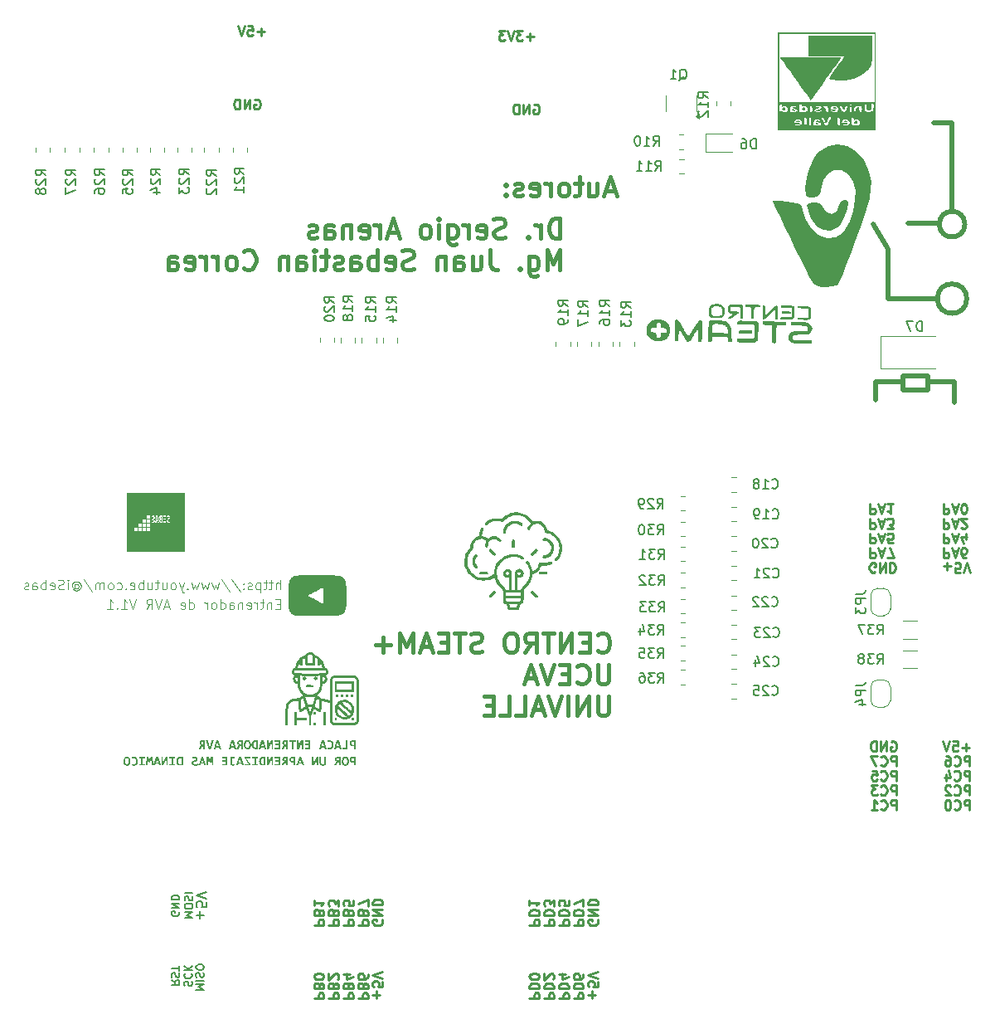
<source format=gbr>
%TF.GenerationSoftware,KiCad,Pcbnew,9.0.2*%
%TF.CreationDate,2025-09-03T21:46:32-05:00*%
%TF.ProjectId,ENRTENADOR ATMEGA1284P,454e5254-454e-4414-944f-522041544d45,rev?*%
%TF.SameCoordinates,Original*%
%TF.FileFunction,Legend,Bot*%
%TF.FilePolarity,Positive*%
%FSLAX46Y46*%
G04 Gerber Fmt 4.6, Leading zero omitted, Abs format (unit mm)*
G04 Created by KiCad (PCBNEW 9.0.2) date 2025-09-03 21:46:32*
%MOMM*%
%LPD*%
G01*
G04 APERTURE LIST*
%ADD10C,0.500000*%
%ADD11C,0.250000*%
%ADD12C,0.400000*%
%ADD13C,0.100000*%
%ADD14C,0.160000*%
%ADD15C,0.200000*%
%ADD16C,0.150000*%
%ADD17C,0.120000*%
%ADD18C,0.000000*%
G04 APERTURE END LIST*
D10*
X96196670Y-28200000D02*
X91300000Y-28200000D01*
X99303330Y-28200000D02*
G75*
G02*
X96296670Y-28200000I-1503330J0D01*
G01*
X96296670Y-28200000D02*
G75*
G02*
X99303330Y-28200000I1503330J0D01*
G01*
X95300000Y-36100000D02*
X95300000Y-37500000D01*
X97800000Y-19296160D02*
X97800000Y-10250000D01*
X96500000Y-20500000D02*
X93300000Y-20500000D01*
X92800000Y-37500000D02*
X95300000Y-37500000D01*
X98000000Y-38775000D02*
X98000000Y-36700000D01*
X99103840Y-20600000D02*
G75*
G02*
X96496160Y-20600000I-1303840J0D01*
G01*
X96496160Y-20600000D02*
G75*
G02*
X99103840Y-20600000I1303840J0D01*
G01*
X92800000Y-36100000D02*
X92800000Y-37500000D01*
X92800000Y-36100000D02*
X95300000Y-36100000D01*
X91250000Y-23100000D02*
X89750000Y-20600000D01*
X91250000Y-28200000D02*
X91250000Y-23100000D01*
X90000000Y-38550000D02*
X90000000Y-36800000D01*
X90000000Y-36700000D02*
X92475000Y-36700000D01*
X95425000Y-36700000D02*
X97900000Y-36700000D01*
X97800000Y-10250000D02*
X95900000Y-10250000D01*
D11*
X37135380Y-92097431D02*
X38135380Y-92097431D01*
X38135380Y-92097431D02*
X38135380Y-91716479D01*
X38135380Y-91716479D02*
X38087761Y-91621241D01*
X38087761Y-91621241D02*
X38040142Y-91573622D01*
X38040142Y-91573622D02*
X37944904Y-91526003D01*
X37944904Y-91526003D02*
X37802047Y-91526003D01*
X37802047Y-91526003D02*
X37706809Y-91573622D01*
X37706809Y-91573622D02*
X37659190Y-91621241D01*
X37659190Y-91621241D02*
X37611571Y-91716479D01*
X37611571Y-91716479D02*
X37611571Y-92097431D01*
X37659190Y-90764098D02*
X37611571Y-90621241D01*
X37611571Y-90621241D02*
X37563952Y-90573622D01*
X37563952Y-90573622D02*
X37468714Y-90526003D01*
X37468714Y-90526003D02*
X37325857Y-90526003D01*
X37325857Y-90526003D02*
X37230619Y-90573622D01*
X37230619Y-90573622D02*
X37183000Y-90621241D01*
X37183000Y-90621241D02*
X37135380Y-90716479D01*
X37135380Y-90716479D02*
X37135380Y-91097431D01*
X37135380Y-91097431D02*
X38135380Y-91097431D01*
X38135380Y-91097431D02*
X38135380Y-90764098D01*
X38135380Y-90764098D02*
X38087761Y-90668860D01*
X38087761Y-90668860D02*
X38040142Y-90621241D01*
X38040142Y-90621241D02*
X37944904Y-90573622D01*
X37944904Y-90573622D02*
X37849666Y-90573622D01*
X37849666Y-90573622D02*
X37754428Y-90621241D01*
X37754428Y-90621241D02*
X37706809Y-90668860D01*
X37706809Y-90668860D02*
X37659190Y-90764098D01*
X37659190Y-90764098D02*
X37659190Y-91097431D01*
X38135380Y-90192669D02*
X38135380Y-89526003D01*
X38135380Y-89526003D02*
X37135380Y-89954574D01*
D12*
X63355890Y-17163009D02*
X62403509Y-17163009D01*
X63546366Y-17734438D02*
X62879700Y-15734438D01*
X62879700Y-15734438D02*
X62213033Y-17734438D01*
X60689223Y-16401104D02*
X60689223Y-17734438D01*
X61546366Y-16401104D02*
X61546366Y-17448723D01*
X61546366Y-17448723D02*
X61451128Y-17639200D01*
X61451128Y-17639200D02*
X61260652Y-17734438D01*
X61260652Y-17734438D02*
X60974937Y-17734438D01*
X60974937Y-17734438D02*
X60784461Y-17639200D01*
X60784461Y-17639200D02*
X60689223Y-17543961D01*
X60022556Y-16401104D02*
X59260652Y-16401104D01*
X59736842Y-15734438D02*
X59736842Y-17448723D01*
X59736842Y-17448723D02*
X59641604Y-17639200D01*
X59641604Y-17639200D02*
X59451128Y-17734438D01*
X59451128Y-17734438D02*
X59260652Y-17734438D01*
X58308271Y-17734438D02*
X58498747Y-17639200D01*
X58498747Y-17639200D02*
X58593985Y-17543961D01*
X58593985Y-17543961D02*
X58689223Y-17353485D01*
X58689223Y-17353485D02*
X58689223Y-16782057D01*
X58689223Y-16782057D02*
X58593985Y-16591580D01*
X58593985Y-16591580D02*
X58498747Y-16496342D01*
X58498747Y-16496342D02*
X58308271Y-16401104D01*
X58308271Y-16401104D02*
X58022556Y-16401104D01*
X58022556Y-16401104D02*
X57832080Y-16496342D01*
X57832080Y-16496342D02*
X57736842Y-16591580D01*
X57736842Y-16591580D02*
X57641604Y-16782057D01*
X57641604Y-16782057D02*
X57641604Y-17353485D01*
X57641604Y-17353485D02*
X57736842Y-17543961D01*
X57736842Y-17543961D02*
X57832080Y-17639200D01*
X57832080Y-17639200D02*
X58022556Y-17734438D01*
X58022556Y-17734438D02*
X58308271Y-17734438D01*
X56784461Y-17734438D02*
X56784461Y-16401104D01*
X56784461Y-16782057D02*
X56689223Y-16591580D01*
X56689223Y-16591580D02*
X56593985Y-16496342D01*
X56593985Y-16496342D02*
X56403509Y-16401104D01*
X56403509Y-16401104D02*
X56213032Y-16401104D01*
X54784461Y-17639200D02*
X54974937Y-17734438D01*
X54974937Y-17734438D02*
X55355890Y-17734438D01*
X55355890Y-17734438D02*
X55546366Y-17639200D01*
X55546366Y-17639200D02*
X55641604Y-17448723D01*
X55641604Y-17448723D02*
X55641604Y-16686819D01*
X55641604Y-16686819D02*
X55546366Y-16496342D01*
X55546366Y-16496342D02*
X55355890Y-16401104D01*
X55355890Y-16401104D02*
X54974937Y-16401104D01*
X54974937Y-16401104D02*
X54784461Y-16496342D01*
X54784461Y-16496342D02*
X54689223Y-16686819D01*
X54689223Y-16686819D02*
X54689223Y-16877295D01*
X54689223Y-16877295D02*
X55641604Y-17067771D01*
X53927318Y-17639200D02*
X53736842Y-17734438D01*
X53736842Y-17734438D02*
X53355890Y-17734438D01*
X53355890Y-17734438D02*
X53165413Y-17639200D01*
X53165413Y-17639200D02*
X53070175Y-17448723D01*
X53070175Y-17448723D02*
X53070175Y-17353485D01*
X53070175Y-17353485D02*
X53165413Y-17163009D01*
X53165413Y-17163009D02*
X53355890Y-17067771D01*
X53355890Y-17067771D02*
X53641604Y-17067771D01*
X53641604Y-17067771D02*
X53832080Y-16972533D01*
X53832080Y-16972533D02*
X53927318Y-16782057D01*
X53927318Y-16782057D02*
X53927318Y-16686819D01*
X53927318Y-16686819D02*
X53832080Y-16496342D01*
X53832080Y-16496342D02*
X53641604Y-16401104D01*
X53641604Y-16401104D02*
X53355890Y-16401104D01*
X53355890Y-16401104D02*
X53165413Y-16496342D01*
X52213032Y-17543961D02*
X52117794Y-17639200D01*
X52117794Y-17639200D02*
X52213032Y-17734438D01*
X52213032Y-17734438D02*
X52308270Y-17639200D01*
X52308270Y-17639200D02*
X52213032Y-17543961D01*
X52213032Y-17543961D02*
X52213032Y-17734438D01*
X52213032Y-16496342D02*
X52117794Y-16591580D01*
X52117794Y-16591580D02*
X52213032Y-16686819D01*
X52213032Y-16686819D02*
X52308270Y-16591580D01*
X52308270Y-16591580D02*
X52213032Y-16496342D01*
X52213032Y-16496342D02*
X52213032Y-16686819D01*
D13*
X29196115Y-59348609D02*
X28862782Y-59348609D01*
X28719925Y-59872419D02*
X29196115Y-59872419D01*
X29196115Y-59872419D02*
X29196115Y-58872419D01*
X29196115Y-58872419D02*
X28719925Y-58872419D01*
X28291353Y-59205752D02*
X28291353Y-59872419D01*
X28291353Y-59300990D02*
X28243734Y-59253371D01*
X28243734Y-59253371D02*
X28148496Y-59205752D01*
X28148496Y-59205752D02*
X28005639Y-59205752D01*
X28005639Y-59205752D02*
X27910401Y-59253371D01*
X27910401Y-59253371D02*
X27862782Y-59348609D01*
X27862782Y-59348609D02*
X27862782Y-59872419D01*
X27529448Y-59205752D02*
X27148496Y-59205752D01*
X27386591Y-58872419D02*
X27386591Y-59729561D01*
X27386591Y-59729561D02*
X27338972Y-59824800D01*
X27338972Y-59824800D02*
X27243734Y-59872419D01*
X27243734Y-59872419D02*
X27148496Y-59872419D01*
X26815162Y-59872419D02*
X26815162Y-59205752D01*
X26815162Y-59396228D02*
X26767543Y-59300990D01*
X26767543Y-59300990D02*
X26719924Y-59253371D01*
X26719924Y-59253371D02*
X26624686Y-59205752D01*
X26624686Y-59205752D02*
X26529448Y-59205752D01*
X25815162Y-59824800D02*
X25910400Y-59872419D01*
X25910400Y-59872419D02*
X26100876Y-59872419D01*
X26100876Y-59872419D02*
X26196114Y-59824800D01*
X26196114Y-59824800D02*
X26243733Y-59729561D01*
X26243733Y-59729561D02*
X26243733Y-59348609D01*
X26243733Y-59348609D02*
X26196114Y-59253371D01*
X26196114Y-59253371D02*
X26100876Y-59205752D01*
X26100876Y-59205752D02*
X25910400Y-59205752D01*
X25910400Y-59205752D02*
X25815162Y-59253371D01*
X25815162Y-59253371D02*
X25767543Y-59348609D01*
X25767543Y-59348609D02*
X25767543Y-59443847D01*
X25767543Y-59443847D02*
X26243733Y-59539085D01*
X25338971Y-59205752D02*
X25338971Y-59872419D01*
X25338971Y-59300990D02*
X25291352Y-59253371D01*
X25291352Y-59253371D02*
X25196114Y-59205752D01*
X25196114Y-59205752D02*
X25053257Y-59205752D01*
X25053257Y-59205752D02*
X24958019Y-59253371D01*
X24958019Y-59253371D02*
X24910400Y-59348609D01*
X24910400Y-59348609D02*
X24910400Y-59872419D01*
X24005638Y-59872419D02*
X24005638Y-59348609D01*
X24005638Y-59348609D02*
X24053257Y-59253371D01*
X24053257Y-59253371D02*
X24148495Y-59205752D01*
X24148495Y-59205752D02*
X24338971Y-59205752D01*
X24338971Y-59205752D02*
X24434209Y-59253371D01*
X24005638Y-59824800D02*
X24100876Y-59872419D01*
X24100876Y-59872419D02*
X24338971Y-59872419D01*
X24338971Y-59872419D02*
X24434209Y-59824800D01*
X24434209Y-59824800D02*
X24481828Y-59729561D01*
X24481828Y-59729561D02*
X24481828Y-59634323D01*
X24481828Y-59634323D02*
X24434209Y-59539085D01*
X24434209Y-59539085D02*
X24338971Y-59491466D01*
X24338971Y-59491466D02*
X24100876Y-59491466D01*
X24100876Y-59491466D02*
X24005638Y-59443847D01*
X23100876Y-59872419D02*
X23100876Y-58872419D01*
X23100876Y-59824800D02*
X23196114Y-59872419D01*
X23196114Y-59872419D02*
X23386590Y-59872419D01*
X23386590Y-59872419D02*
X23481828Y-59824800D01*
X23481828Y-59824800D02*
X23529447Y-59777180D01*
X23529447Y-59777180D02*
X23577066Y-59681942D01*
X23577066Y-59681942D02*
X23577066Y-59396228D01*
X23577066Y-59396228D02*
X23529447Y-59300990D01*
X23529447Y-59300990D02*
X23481828Y-59253371D01*
X23481828Y-59253371D02*
X23386590Y-59205752D01*
X23386590Y-59205752D02*
X23196114Y-59205752D01*
X23196114Y-59205752D02*
X23100876Y-59253371D01*
X22481828Y-59872419D02*
X22577066Y-59824800D01*
X22577066Y-59824800D02*
X22624685Y-59777180D01*
X22624685Y-59777180D02*
X22672304Y-59681942D01*
X22672304Y-59681942D02*
X22672304Y-59396228D01*
X22672304Y-59396228D02*
X22624685Y-59300990D01*
X22624685Y-59300990D02*
X22577066Y-59253371D01*
X22577066Y-59253371D02*
X22481828Y-59205752D01*
X22481828Y-59205752D02*
X22338971Y-59205752D01*
X22338971Y-59205752D02*
X22243733Y-59253371D01*
X22243733Y-59253371D02*
X22196114Y-59300990D01*
X22196114Y-59300990D02*
X22148495Y-59396228D01*
X22148495Y-59396228D02*
X22148495Y-59681942D01*
X22148495Y-59681942D02*
X22196114Y-59777180D01*
X22196114Y-59777180D02*
X22243733Y-59824800D01*
X22243733Y-59824800D02*
X22338971Y-59872419D01*
X22338971Y-59872419D02*
X22481828Y-59872419D01*
X21719923Y-59872419D02*
X21719923Y-59205752D01*
X21719923Y-59396228D02*
X21672304Y-59300990D01*
X21672304Y-59300990D02*
X21624685Y-59253371D01*
X21624685Y-59253371D02*
X21529447Y-59205752D01*
X21529447Y-59205752D02*
X21434209Y-59205752D01*
X19910399Y-59872419D02*
X19910399Y-58872419D01*
X19910399Y-59824800D02*
X20005637Y-59872419D01*
X20005637Y-59872419D02*
X20196113Y-59872419D01*
X20196113Y-59872419D02*
X20291351Y-59824800D01*
X20291351Y-59824800D02*
X20338970Y-59777180D01*
X20338970Y-59777180D02*
X20386589Y-59681942D01*
X20386589Y-59681942D02*
X20386589Y-59396228D01*
X20386589Y-59396228D02*
X20338970Y-59300990D01*
X20338970Y-59300990D02*
X20291351Y-59253371D01*
X20291351Y-59253371D02*
X20196113Y-59205752D01*
X20196113Y-59205752D02*
X20005637Y-59205752D01*
X20005637Y-59205752D02*
X19910399Y-59253371D01*
X19053256Y-59824800D02*
X19148494Y-59872419D01*
X19148494Y-59872419D02*
X19338970Y-59872419D01*
X19338970Y-59872419D02*
X19434208Y-59824800D01*
X19434208Y-59824800D02*
X19481827Y-59729561D01*
X19481827Y-59729561D02*
X19481827Y-59348609D01*
X19481827Y-59348609D02*
X19434208Y-59253371D01*
X19434208Y-59253371D02*
X19338970Y-59205752D01*
X19338970Y-59205752D02*
X19148494Y-59205752D01*
X19148494Y-59205752D02*
X19053256Y-59253371D01*
X19053256Y-59253371D02*
X19005637Y-59348609D01*
X19005637Y-59348609D02*
X19005637Y-59443847D01*
X19005637Y-59443847D02*
X19481827Y-59539085D01*
X17862779Y-59586704D02*
X17386589Y-59586704D01*
X17958017Y-59872419D02*
X17624684Y-58872419D01*
X17624684Y-58872419D02*
X17291351Y-59872419D01*
X17100874Y-58872419D02*
X16767541Y-59872419D01*
X16767541Y-59872419D02*
X16434208Y-58872419D01*
X15529446Y-59872419D02*
X15862779Y-59396228D01*
X16100874Y-59872419D02*
X16100874Y-58872419D01*
X16100874Y-58872419D02*
X15719922Y-58872419D01*
X15719922Y-58872419D02*
X15624684Y-58920038D01*
X15624684Y-58920038D02*
X15577065Y-58967657D01*
X15577065Y-58967657D02*
X15529446Y-59062895D01*
X15529446Y-59062895D02*
X15529446Y-59205752D01*
X15529446Y-59205752D02*
X15577065Y-59300990D01*
X15577065Y-59300990D02*
X15624684Y-59348609D01*
X15624684Y-59348609D02*
X15719922Y-59396228D01*
X15719922Y-59396228D02*
X16100874Y-59396228D01*
X14481826Y-58872419D02*
X14148493Y-59872419D01*
X14148493Y-59872419D02*
X13815160Y-58872419D01*
X12958017Y-59872419D02*
X13529445Y-59872419D01*
X13243731Y-59872419D02*
X13243731Y-58872419D01*
X13243731Y-58872419D02*
X13338969Y-59015276D01*
X13338969Y-59015276D02*
X13434207Y-59110514D01*
X13434207Y-59110514D02*
X13529445Y-59158133D01*
X12529445Y-59777180D02*
X12481826Y-59824800D01*
X12481826Y-59824800D02*
X12529445Y-59872419D01*
X12529445Y-59872419D02*
X12577064Y-59824800D01*
X12577064Y-59824800D02*
X12529445Y-59777180D01*
X12529445Y-59777180D02*
X12529445Y-59872419D01*
X11529446Y-59872419D02*
X12100874Y-59872419D01*
X11815160Y-59872419D02*
X11815160Y-58872419D01*
X11815160Y-58872419D02*
X11910398Y-59015276D01*
X11910398Y-59015276D02*
X12005636Y-59110514D01*
X12005636Y-59110514D02*
X12100874Y-59158133D01*
D11*
X37135380Y-99597431D02*
X38135380Y-99597431D01*
X38135380Y-99597431D02*
X38135380Y-99216479D01*
X38135380Y-99216479D02*
X38087761Y-99121241D01*
X38087761Y-99121241D02*
X38040142Y-99073622D01*
X38040142Y-99073622D02*
X37944904Y-99026003D01*
X37944904Y-99026003D02*
X37802047Y-99026003D01*
X37802047Y-99026003D02*
X37706809Y-99073622D01*
X37706809Y-99073622D02*
X37659190Y-99121241D01*
X37659190Y-99121241D02*
X37611571Y-99216479D01*
X37611571Y-99216479D02*
X37611571Y-99597431D01*
X37659190Y-98264098D02*
X37611571Y-98121241D01*
X37611571Y-98121241D02*
X37563952Y-98073622D01*
X37563952Y-98073622D02*
X37468714Y-98026003D01*
X37468714Y-98026003D02*
X37325857Y-98026003D01*
X37325857Y-98026003D02*
X37230619Y-98073622D01*
X37230619Y-98073622D02*
X37183000Y-98121241D01*
X37183000Y-98121241D02*
X37135380Y-98216479D01*
X37135380Y-98216479D02*
X37135380Y-98597431D01*
X37135380Y-98597431D02*
X38135380Y-98597431D01*
X38135380Y-98597431D02*
X38135380Y-98264098D01*
X38135380Y-98264098D02*
X38087761Y-98168860D01*
X38087761Y-98168860D02*
X38040142Y-98121241D01*
X38040142Y-98121241D02*
X37944904Y-98073622D01*
X37944904Y-98073622D02*
X37849666Y-98073622D01*
X37849666Y-98073622D02*
X37754428Y-98121241D01*
X37754428Y-98121241D02*
X37706809Y-98168860D01*
X37706809Y-98168860D02*
X37659190Y-98264098D01*
X37659190Y-98264098D02*
X37659190Y-98597431D01*
X38135380Y-97168860D02*
X38135380Y-97359336D01*
X38135380Y-97359336D02*
X38087761Y-97454574D01*
X38087761Y-97454574D02*
X38040142Y-97502193D01*
X38040142Y-97502193D02*
X37897285Y-97597431D01*
X37897285Y-97597431D02*
X37706809Y-97645050D01*
X37706809Y-97645050D02*
X37325857Y-97645050D01*
X37325857Y-97645050D02*
X37230619Y-97597431D01*
X37230619Y-97597431D02*
X37183000Y-97549812D01*
X37183000Y-97549812D02*
X37135380Y-97454574D01*
X37135380Y-97454574D02*
X37135380Y-97264098D01*
X37135380Y-97264098D02*
X37183000Y-97168860D01*
X37183000Y-97168860D02*
X37230619Y-97121241D01*
X37230619Y-97121241D02*
X37325857Y-97073622D01*
X37325857Y-97073622D02*
X37563952Y-97073622D01*
X37563952Y-97073622D02*
X37659190Y-97121241D01*
X37659190Y-97121241D02*
X37706809Y-97168860D01*
X37706809Y-97168860D02*
X37754428Y-97264098D01*
X37754428Y-97264098D02*
X37754428Y-97454574D01*
X37754428Y-97454574D02*
X37706809Y-97549812D01*
X37706809Y-97549812D02*
X37659190Y-97597431D01*
X37659190Y-97597431D02*
X37563952Y-97645050D01*
X96902568Y-52135380D02*
X96902568Y-53135380D01*
X96902568Y-53135380D02*
X97283520Y-53135380D01*
X97283520Y-53135380D02*
X97378758Y-53087761D01*
X97378758Y-53087761D02*
X97426377Y-53040142D01*
X97426377Y-53040142D02*
X97473996Y-52944904D01*
X97473996Y-52944904D02*
X97473996Y-52802047D01*
X97473996Y-52802047D02*
X97426377Y-52706809D01*
X97426377Y-52706809D02*
X97378758Y-52659190D01*
X97378758Y-52659190D02*
X97283520Y-52611571D01*
X97283520Y-52611571D02*
X96902568Y-52611571D01*
X97854949Y-52421095D02*
X98331139Y-52421095D01*
X97759711Y-52135380D02*
X98093044Y-53135380D01*
X98093044Y-53135380D02*
X98426377Y-52135380D01*
X99188282Y-52802047D02*
X99188282Y-52135380D01*
X98950187Y-53183000D02*
X98712092Y-52468714D01*
X98712092Y-52468714D02*
X99331139Y-52468714D01*
X59135380Y-99597431D02*
X60135380Y-99597431D01*
X60135380Y-99597431D02*
X60135380Y-99216479D01*
X60135380Y-99216479D02*
X60087761Y-99121241D01*
X60087761Y-99121241D02*
X60040142Y-99073622D01*
X60040142Y-99073622D02*
X59944904Y-99026003D01*
X59944904Y-99026003D02*
X59802047Y-99026003D01*
X59802047Y-99026003D02*
X59706809Y-99073622D01*
X59706809Y-99073622D02*
X59659190Y-99121241D01*
X59659190Y-99121241D02*
X59611571Y-99216479D01*
X59611571Y-99216479D02*
X59611571Y-99597431D01*
X59135380Y-98597431D02*
X60135380Y-98597431D01*
X60135380Y-98597431D02*
X60135380Y-98359336D01*
X60135380Y-98359336D02*
X60087761Y-98216479D01*
X60087761Y-98216479D02*
X59992523Y-98121241D01*
X59992523Y-98121241D02*
X59897285Y-98073622D01*
X59897285Y-98073622D02*
X59706809Y-98026003D01*
X59706809Y-98026003D02*
X59563952Y-98026003D01*
X59563952Y-98026003D02*
X59373476Y-98073622D01*
X59373476Y-98073622D02*
X59278238Y-98121241D01*
X59278238Y-98121241D02*
X59183000Y-98216479D01*
X59183000Y-98216479D02*
X59135380Y-98359336D01*
X59135380Y-98359336D02*
X59135380Y-98597431D01*
X60135380Y-97168860D02*
X60135380Y-97359336D01*
X60135380Y-97359336D02*
X60087761Y-97454574D01*
X60087761Y-97454574D02*
X60040142Y-97502193D01*
X60040142Y-97502193D02*
X59897285Y-97597431D01*
X59897285Y-97597431D02*
X59706809Y-97645050D01*
X59706809Y-97645050D02*
X59325857Y-97645050D01*
X59325857Y-97645050D02*
X59230619Y-97597431D01*
X59230619Y-97597431D02*
X59183000Y-97549812D01*
X59183000Y-97549812D02*
X59135380Y-97454574D01*
X59135380Y-97454574D02*
X59135380Y-97264098D01*
X59135380Y-97264098D02*
X59183000Y-97168860D01*
X59183000Y-97168860D02*
X59230619Y-97121241D01*
X59230619Y-97121241D02*
X59325857Y-97073622D01*
X59325857Y-97073622D02*
X59563952Y-97073622D01*
X59563952Y-97073622D02*
X59659190Y-97121241D01*
X59659190Y-97121241D02*
X59706809Y-97168860D01*
X59706809Y-97168860D02*
X59754428Y-97264098D01*
X59754428Y-97264098D02*
X59754428Y-97454574D01*
X59754428Y-97454574D02*
X59706809Y-97549812D01*
X59706809Y-97549812D02*
X59659190Y-97597431D01*
X59659190Y-97597431D02*
X59563952Y-97645050D01*
X91573622Y-73412238D02*
X91668860Y-73364619D01*
X91668860Y-73364619D02*
X91811717Y-73364619D01*
X91811717Y-73364619D02*
X91954574Y-73412238D01*
X91954574Y-73412238D02*
X92049812Y-73507476D01*
X92049812Y-73507476D02*
X92097431Y-73602714D01*
X92097431Y-73602714D02*
X92145050Y-73793190D01*
X92145050Y-73793190D02*
X92145050Y-73936047D01*
X92145050Y-73936047D02*
X92097431Y-74126523D01*
X92097431Y-74126523D02*
X92049812Y-74221761D01*
X92049812Y-74221761D02*
X91954574Y-74317000D01*
X91954574Y-74317000D02*
X91811717Y-74364619D01*
X91811717Y-74364619D02*
X91716479Y-74364619D01*
X91716479Y-74364619D02*
X91573622Y-74317000D01*
X91573622Y-74317000D02*
X91526003Y-74269380D01*
X91526003Y-74269380D02*
X91526003Y-73936047D01*
X91526003Y-73936047D02*
X91716479Y-73936047D01*
X91097431Y-74364619D02*
X91097431Y-73364619D01*
X91097431Y-73364619D02*
X90526003Y-74364619D01*
X90526003Y-74364619D02*
X90526003Y-73364619D01*
X90049812Y-74364619D02*
X90049812Y-73364619D01*
X90049812Y-73364619D02*
X89811717Y-73364619D01*
X89811717Y-73364619D02*
X89668860Y-73412238D01*
X89668860Y-73412238D02*
X89573622Y-73507476D01*
X89573622Y-73507476D02*
X89526003Y-73602714D01*
X89526003Y-73602714D02*
X89478384Y-73793190D01*
X89478384Y-73793190D02*
X89478384Y-73936047D01*
X89478384Y-73936047D02*
X89526003Y-74126523D01*
X89526003Y-74126523D02*
X89573622Y-74221761D01*
X89573622Y-74221761D02*
X89668860Y-74317000D01*
X89668860Y-74317000D02*
X89811717Y-74364619D01*
X89811717Y-74364619D02*
X90049812Y-74364619D01*
X35635380Y-99597431D02*
X36635380Y-99597431D01*
X36635380Y-99597431D02*
X36635380Y-99216479D01*
X36635380Y-99216479D02*
X36587761Y-99121241D01*
X36587761Y-99121241D02*
X36540142Y-99073622D01*
X36540142Y-99073622D02*
X36444904Y-99026003D01*
X36444904Y-99026003D02*
X36302047Y-99026003D01*
X36302047Y-99026003D02*
X36206809Y-99073622D01*
X36206809Y-99073622D02*
X36159190Y-99121241D01*
X36159190Y-99121241D02*
X36111571Y-99216479D01*
X36111571Y-99216479D02*
X36111571Y-99597431D01*
X36159190Y-98264098D02*
X36111571Y-98121241D01*
X36111571Y-98121241D02*
X36063952Y-98073622D01*
X36063952Y-98073622D02*
X35968714Y-98026003D01*
X35968714Y-98026003D02*
X35825857Y-98026003D01*
X35825857Y-98026003D02*
X35730619Y-98073622D01*
X35730619Y-98073622D02*
X35683000Y-98121241D01*
X35683000Y-98121241D02*
X35635380Y-98216479D01*
X35635380Y-98216479D02*
X35635380Y-98597431D01*
X35635380Y-98597431D02*
X36635380Y-98597431D01*
X36635380Y-98597431D02*
X36635380Y-98264098D01*
X36635380Y-98264098D02*
X36587761Y-98168860D01*
X36587761Y-98168860D02*
X36540142Y-98121241D01*
X36540142Y-98121241D02*
X36444904Y-98073622D01*
X36444904Y-98073622D02*
X36349666Y-98073622D01*
X36349666Y-98073622D02*
X36254428Y-98121241D01*
X36254428Y-98121241D02*
X36206809Y-98168860D01*
X36206809Y-98168860D02*
X36159190Y-98264098D01*
X36159190Y-98264098D02*
X36159190Y-98597431D01*
X36302047Y-97168860D02*
X35635380Y-97168860D01*
X36683000Y-97406955D02*
X35968714Y-97645050D01*
X35968714Y-97645050D02*
X35968714Y-97026003D01*
D14*
X19424320Y-98312356D02*
X19386224Y-98198070D01*
X19386224Y-98198070D02*
X19386224Y-98007594D01*
X19386224Y-98007594D02*
X19424320Y-97931403D01*
X19424320Y-97931403D02*
X19462415Y-97893308D01*
X19462415Y-97893308D02*
X19538605Y-97855213D01*
X19538605Y-97855213D02*
X19614796Y-97855213D01*
X19614796Y-97855213D02*
X19690986Y-97893308D01*
X19690986Y-97893308D02*
X19729081Y-97931403D01*
X19729081Y-97931403D02*
X19767177Y-98007594D01*
X19767177Y-98007594D02*
X19805272Y-98159975D01*
X19805272Y-98159975D02*
X19843367Y-98236165D01*
X19843367Y-98236165D02*
X19881462Y-98274260D01*
X19881462Y-98274260D02*
X19957653Y-98312356D01*
X19957653Y-98312356D02*
X20033843Y-98312356D01*
X20033843Y-98312356D02*
X20110034Y-98274260D01*
X20110034Y-98274260D02*
X20148129Y-98236165D01*
X20148129Y-98236165D02*
X20186224Y-98159975D01*
X20186224Y-98159975D02*
X20186224Y-97969498D01*
X20186224Y-97969498D02*
X20148129Y-97855213D01*
X19462415Y-97055212D02*
X19424320Y-97093308D01*
X19424320Y-97093308D02*
X19386224Y-97207593D01*
X19386224Y-97207593D02*
X19386224Y-97283784D01*
X19386224Y-97283784D02*
X19424320Y-97398070D01*
X19424320Y-97398070D02*
X19500510Y-97474260D01*
X19500510Y-97474260D02*
X19576700Y-97512355D01*
X19576700Y-97512355D02*
X19729081Y-97550451D01*
X19729081Y-97550451D02*
X19843367Y-97550451D01*
X19843367Y-97550451D02*
X19995748Y-97512355D01*
X19995748Y-97512355D02*
X20071939Y-97474260D01*
X20071939Y-97474260D02*
X20148129Y-97398070D01*
X20148129Y-97398070D02*
X20186224Y-97283784D01*
X20186224Y-97283784D02*
X20186224Y-97207593D01*
X20186224Y-97207593D02*
X20148129Y-97093308D01*
X20148129Y-97093308D02*
X20110034Y-97055212D01*
X19386224Y-96712355D02*
X20186224Y-96712355D01*
X19386224Y-96255212D02*
X19843367Y-96598070D01*
X20186224Y-96255212D02*
X19729081Y-96712355D01*
D11*
X89402568Y-49135380D02*
X89402568Y-50135380D01*
X89402568Y-50135380D02*
X89783520Y-50135380D01*
X89783520Y-50135380D02*
X89878758Y-50087761D01*
X89878758Y-50087761D02*
X89926377Y-50040142D01*
X89926377Y-50040142D02*
X89973996Y-49944904D01*
X89973996Y-49944904D02*
X89973996Y-49802047D01*
X89973996Y-49802047D02*
X89926377Y-49706809D01*
X89926377Y-49706809D02*
X89878758Y-49659190D01*
X89878758Y-49659190D02*
X89783520Y-49611571D01*
X89783520Y-49611571D02*
X89402568Y-49611571D01*
X90354949Y-49421095D02*
X90831139Y-49421095D01*
X90259711Y-49135380D02*
X90593044Y-50135380D01*
X90593044Y-50135380D02*
X90926377Y-49135380D01*
X91783520Y-49135380D02*
X91212092Y-49135380D01*
X91497806Y-49135380D02*
X91497806Y-50135380D01*
X91497806Y-50135380D02*
X91402568Y-49992523D01*
X91402568Y-49992523D02*
X91307330Y-49897285D01*
X91307330Y-49897285D02*
X91212092Y-49849666D01*
X89402568Y-52135380D02*
X89402568Y-53135380D01*
X89402568Y-53135380D02*
X89783520Y-53135380D01*
X89783520Y-53135380D02*
X89878758Y-53087761D01*
X89878758Y-53087761D02*
X89926377Y-53040142D01*
X89926377Y-53040142D02*
X89973996Y-52944904D01*
X89973996Y-52944904D02*
X89973996Y-52802047D01*
X89973996Y-52802047D02*
X89926377Y-52706809D01*
X89926377Y-52706809D02*
X89878758Y-52659190D01*
X89878758Y-52659190D02*
X89783520Y-52611571D01*
X89783520Y-52611571D02*
X89402568Y-52611571D01*
X90354949Y-52421095D02*
X90831139Y-52421095D01*
X90259711Y-52135380D02*
X90593044Y-53135380D01*
X90593044Y-53135380D02*
X90926377Y-52135380D01*
X91735901Y-53135380D02*
X91259711Y-53135380D01*
X91259711Y-53135380D02*
X91212092Y-52659190D01*
X91212092Y-52659190D02*
X91259711Y-52706809D01*
X91259711Y-52706809D02*
X91354949Y-52754428D01*
X91354949Y-52754428D02*
X91593044Y-52754428D01*
X91593044Y-52754428D02*
X91688282Y-52706809D01*
X91688282Y-52706809D02*
X91735901Y-52659190D01*
X91735901Y-52659190D02*
X91783520Y-52563952D01*
X91783520Y-52563952D02*
X91783520Y-52325857D01*
X91783520Y-52325857D02*
X91735901Y-52230619D01*
X91735901Y-52230619D02*
X91688282Y-52183000D01*
X91688282Y-52183000D02*
X91593044Y-52135380D01*
X91593044Y-52135380D02*
X91354949Y-52135380D01*
X91354949Y-52135380D02*
X91259711Y-52183000D01*
X91259711Y-52183000D02*
X91212092Y-52230619D01*
X61016333Y-99597431D02*
X61016333Y-98835527D01*
X60635380Y-99216479D02*
X61397285Y-99216479D01*
X61635380Y-97883146D02*
X61635380Y-98359336D01*
X61635380Y-98359336D02*
X61159190Y-98406955D01*
X61159190Y-98406955D02*
X61206809Y-98359336D01*
X61206809Y-98359336D02*
X61254428Y-98264098D01*
X61254428Y-98264098D02*
X61254428Y-98026003D01*
X61254428Y-98026003D02*
X61206809Y-97930765D01*
X61206809Y-97930765D02*
X61159190Y-97883146D01*
X61159190Y-97883146D02*
X61063952Y-97835527D01*
X61063952Y-97835527D02*
X60825857Y-97835527D01*
X60825857Y-97835527D02*
X60730619Y-97883146D01*
X60730619Y-97883146D02*
X60683000Y-97930765D01*
X60683000Y-97930765D02*
X60635380Y-98026003D01*
X60635380Y-98026003D02*
X60635380Y-98264098D01*
X60635380Y-98264098D02*
X60683000Y-98359336D01*
X60683000Y-98359336D02*
X60730619Y-98406955D01*
X61635380Y-97549812D02*
X60635380Y-97216479D01*
X60635380Y-97216479D02*
X61635380Y-96883146D01*
X92097431Y-80364619D02*
X92097431Y-79364619D01*
X92097431Y-79364619D02*
X91716479Y-79364619D01*
X91716479Y-79364619D02*
X91621241Y-79412238D01*
X91621241Y-79412238D02*
X91573622Y-79459857D01*
X91573622Y-79459857D02*
X91526003Y-79555095D01*
X91526003Y-79555095D02*
X91526003Y-79697952D01*
X91526003Y-79697952D02*
X91573622Y-79793190D01*
X91573622Y-79793190D02*
X91621241Y-79840809D01*
X91621241Y-79840809D02*
X91716479Y-79888428D01*
X91716479Y-79888428D02*
X92097431Y-79888428D01*
X90526003Y-80269380D02*
X90573622Y-80317000D01*
X90573622Y-80317000D02*
X90716479Y-80364619D01*
X90716479Y-80364619D02*
X90811717Y-80364619D01*
X90811717Y-80364619D02*
X90954574Y-80317000D01*
X90954574Y-80317000D02*
X91049812Y-80221761D01*
X91049812Y-80221761D02*
X91097431Y-80126523D01*
X91097431Y-80126523D02*
X91145050Y-79936047D01*
X91145050Y-79936047D02*
X91145050Y-79793190D01*
X91145050Y-79793190D02*
X91097431Y-79602714D01*
X91097431Y-79602714D02*
X91049812Y-79507476D01*
X91049812Y-79507476D02*
X90954574Y-79412238D01*
X90954574Y-79412238D02*
X90811717Y-79364619D01*
X90811717Y-79364619D02*
X90716479Y-79364619D01*
X90716479Y-79364619D02*
X90573622Y-79412238D01*
X90573622Y-79412238D02*
X90526003Y-79459857D01*
X89573622Y-80364619D02*
X90145050Y-80364619D01*
X89859336Y-80364619D02*
X89859336Y-79364619D01*
X89859336Y-79364619D02*
X89954574Y-79507476D01*
X89954574Y-79507476D02*
X90049812Y-79602714D01*
X90049812Y-79602714D02*
X90145050Y-79650333D01*
D14*
X18868129Y-90755213D02*
X18906224Y-90831403D01*
X18906224Y-90831403D02*
X18906224Y-90945689D01*
X18906224Y-90945689D02*
X18868129Y-91059975D01*
X18868129Y-91059975D02*
X18791939Y-91136165D01*
X18791939Y-91136165D02*
X18715748Y-91174260D01*
X18715748Y-91174260D02*
X18563367Y-91212356D01*
X18563367Y-91212356D02*
X18449081Y-91212356D01*
X18449081Y-91212356D02*
X18296700Y-91174260D01*
X18296700Y-91174260D02*
X18220510Y-91136165D01*
X18220510Y-91136165D02*
X18144320Y-91059975D01*
X18144320Y-91059975D02*
X18106224Y-90945689D01*
X18106224Y-90945689D02*
X18106224Y-90869498D01*
X18106224Y-90869498D02*
X18144320Y-90755213D01*
X18144320Y-90755213D02*
X18182415Y-90717117D01*
X18182415Y-90717117D02*
X18449081Y-90717117D01*
X18449081Y-90717117D02*
X18449081Y-90869498D01*
X18106224Y-90374260D02*
X18906224Y-90374260D01*
X18906224Y-90374260D02*
X18106224Y-89917117D01*
X18106224Y-89917117D02*
X18906224Y-89917117D01*
X18106224Y-89536165D02*
X18906224Y-89536165D01*
X18906224Y-89536165D02*
X18906224Y-89345689D01*
X18906224Y-89345689D02*
X18868129Y-89231403D01*
X18868129Y-89231403D02*
X18791939Y-89155213D01*
X18791939Y-89155213D02*
X18715748Y-89117118D01*
X18715748Y-89117118D02*
X18563367Y-89079022D01*
X18563367Y-89079022D02*
X18449081Y-89079022D01*
X18449081Y-89079022D02*
X18296700Y-89117118D01*
X18296700Y-89117118D02*
X18220510Y-89155213D01*
X18220510Y-89155213D02*
X18144320Y-89231403D01*
X18144320Y-89231403D02*
X18106224Y-89345689D01*
X18106224Y-89345689D02*
X18106224Y-89536165D01*
D11*
X39587761Y-91573622D02*
X39635380Y-91668860D01*
X39635380Y-91668860D02*
X39635380Y-91811717D01*
X39635380Y-91811717D02*
X39587761Y-91954574D01*
X39587761Y-91954574D02*
X39492523Y-92049812D01*
X39492523Y-92049812D02*
X39397285Y-92097431D01*
X39397285Y-92097431D02*
X39206809Y-92145050D01*
X39206809Y-92145050D02*
X39063952Y-92145050D01*
X39063952Y-92145050D02*
X38873476Y-92097431D01*
X38873476Y-92097431D02*
X38778238Y-92049812D01*
X38778238Y-92049812D02*
X38683000Y-91954574D01*
X38683000Y-91954574D02*
X38635380Y-91811717D01*
X38635380Y-91811717D02*
X38635380Y-91716479D01*
X38635380Y-91716479D02*
X38683000Y-91573622D01*
X38683000Y-91573622D02*
X38730619Y-91526003D01*
X38730619Y-91526003D02*
X39063952Y-91526003D01*
X39063952Y-91526003D02*
X39063952Y-91716479D01*
X38635380Y-91097431D02*
X39635380Y-91097431D01*
X39635380Y-91097431D02*
X38635380Y-90526003D01*
X38635380Y-90526003D02*
X39635380Y-90526003D01*
X38635380Y-90049812D02*
X39635380Y-90049812D01*
X39635380Y-90049812D02*
X39635380Y-89811717D01*
X39635380Y-89811717D02*
X39587761Y-89668860D01*
X39587761Y-89668860D02*
X39492523Y-89573622D01*
X39492523Y-89573622D02*
X39397285Y-89526003D01*
X39397285Y-89526003D02*
X39206809Y-89478384D01*
X39206809Y-89478384D02*
X39063952Y-89478384D01*
X39063952Y-89478384D02*
X38873476Y-89526003D01*
X38873476Y-89526003D02*
X38778238Y-89573622D01*
X38778238Y-89573622D02*
X38683000Y-89668860D01*
X38683000Y-89668860D02*
X38635380Y-89811717D01*
X38635380Y-89811717D02*
X38635380Y-90049812D01*
X32635380Y-99597431D02*
X33635380Y-99597431D01*
X33635380Y-99597431D02*
X33635380Y-99216479D01*
X33635380Y-99216479D02*
X33587761Y-99121241D01*
X33587761Y-99121241D02*
X33540142Y-99073622D01*
X33540142Y-99073622D02*
X33444904Y-99026003D01*
X33444904Y-99026003D02*
X33302047Y-99026003D01*
X33302047Y-99026003D02*
X33206809Y-99073622D01*
X33206809Y-99073622D02*
X33159190Y-99121241D01*
X33159190Y-99121241D02*
X33111571Y-99216479D01*
X33111571Y-99216479D02*
X33111571Y-99597431D01*
X33159190Y-98264098D02*
X33111571Y-98121241D01*
X33111571Y-98121241D02*
X33063952Y-98073622D01*
X33063952Y-98073622D02*
X32968714Y-98026003D01*
X32968714Y-98026003D02*
X32825857Y-98026003D01*
X32825857Y-98026003D02*
X32730619Y-98073622D01*
X32730619Y-98073622D02*
X32683000Y-98121241D01*
X32683000Y-98121241D02*
X32635380Y-98216479D01*
X32635380Y-98216479D02*
X32635380Y-98597431D01*
X32635380Y-98597431D02*
X33635380Y-98597431D01*
X33635380Y-98597431D02*
X33635380Y-98264098D01*
X33635380Y-98264098D02*
X33587761Y-98168860D01*
X33587761Y-98168860D02*
X33540142Y-98121241D01*
X33540142Y-98121241D02*
X33444904Y-98073622D01*
X33444904Y-98073622D02*
X33349666Y-98073622D01*
X33349666Y-98073622D02*
X33254428Y-98121241D01*
X33254428Y-98121241D02*
X33206809Y-98168860D01*
X33206809Y-98168860D02*
X33159190Y-98264098D01*
X33159190Y-98264098D02*
X33159190Y-98597431D01*
X33635380Y-97406955D02*
X33635380Y-97311717D01*
X33635380Y-97311717D02*
X33587761Y-97216479D01*
X33587761Y-97216479D02*
X33540142Y-97168860D01*
X33540142Y-97168860D02*
X33444904Y-97121241D01*
X33444904Y-97121241D02*
X33254428Y-97073622D01*
X33254428Y-97073622D02*
X33016333Y-97073622D01*
X33016333Y-97073622D02*
X32825857Y-97121241D01*
X32825857Y-97121241D02*
X32730619Y-97168860D01*
X32730619Y-97168860D02*
X32683000Y-97216479D01*
X32683000Y-97216479D02*
X32635380Y-97311717D01*
X32635380Y-97311717D02*
X32635380Y-97406955D01*
X32635380Y-97406955D02*
X32683000Y-97502193D01*
X32683000Y-97502193D02*
X32730619Y-97549812D01*
X32730619Y-97549812D02*
X32825857Y-97597431D01*
X32825857Y-97597431D02*
X33016333Y-97645050D01*
X33016333Y-97645050D02*
X33254428Y-97645050D01*
X33254428Y-97645050D02*
X33444904Y-97597431D01*
X33444904Y-97597431D02*
X33540142Y-97549812D01*
X33540142Y-97549812D02*
X33587761Y-97502193D01*
X33587761Y-97502193D02*
X33635380Y-97406955D01*
X96902568Y-50635380D02*
X96902568Y-51635380D01*
X96902568Y-51635380D02*
X97283520Y-51635380D01*
X97283520Y-51635380D02*
X97378758Y-51587761D01*
X97378758Y-51587761D02*
X97426377Y-51540142D01*
X97426377Y-51540142D02*
X97473996Y-51444904D01*
X97473996Y-51444904D02*
X97473996Y-51302047D01*
X97473996Y-51302047D02*
X97426377Y-51206809D01*
X97426377Y-51206809D02*
X97378758Y-51159190D01*
X97378758Y-51159190D02*
X97283520Y-51111571D01*
X97283520Y-51111571D02*
X96902568Y-51111571D01*
X97854949Y-50921095D02*
X98331139Y-50921095D01*
X97759711Y-50635380D02*
X98093044Y-51635380D01*
X98093044Y-51635380D02*
X98426377Y-50635380D01*
X98712092Y-51540142D02*
X98759711Y-51587761D01*
X98759711Y-51587761D02*
X98854949Y-51635380D01*
X98854949Y-51635380D02*
X99093044Y-51635380D01*
X99093044Y-51635380D02*
X99188282Y-51587761D01*
X99188282Y-51587761D02*
X99235901Y-51540142D01*
X99235901Y-51540142D02*
X99283520Y-51444904D01*
X99283520Y-51444904D02*
X99283520Y-51349666D01*
X99283520Y-51349666D02*
X99235901Y-51206809D01*
X99235901Y-51206809D02*
X98664473Y-50635380D01*
X98664473Y-50635380D02*
X99283520Y-50635380D01*
D14*
X18106224Y-97747117D02*
X18487177Y-98013784D01*
X18106224Y-98204260D02*
X18906224Y-98204260D01*
X18906224Y-98204260D02*
X18906224Y-97899498D01*
X18906224Y-97899498D02*
X18868129Y-97823308D01*
X18868129Y-97823308D02*
X18830034Y-97785213D01*
X18830034Y-97785213D02*
X18753843Y-97747117D01*
X18753843Y-97747117D02*
X18639558Y-97747117D01*
X18639558Y-97747117D02*
X18563367Y-97785213D01*
X18563367Y-97785213D02*
X18525272Y-97823308D01*
X18525272Y-97823308D02*
X18487177Y-97899498D01*
X18487177Y-97899498D02*
X18487177Y-98204260D01*
X18144320Y-97442356D02*
X18106224Y-97328070D01*
X18106224Y-97328070D02*
X18106224Y-97137594D01*
X18106224Y-97137594D02*
X18144320Y-97061403D01*
X18144320Y-97061403D02*
X18182415Y-97023308D01*
X18182415Y-97023308D02*
X18258605Y-96985213D01*
X18258605Y-96985213D02*
X18334796Y-96985213D01*
X18334796Y-96985213D02*
X18410986Y-97023308D01*
X18410986Y-97023308D02*
X18449081Y-97061403D01*
X18449081Y-97061403D02*
X18487177Y-97137594D01*
X18487177Y-97137594D02*
X18525272Y-97289975D01*
X18525272Y-97289975D02*
X18563367Y-97366165D01*
X18563367Y-97366165D02*
X18601462Y-97404260D01*
X18601462Y-97404260D02*
X18677653Y-97442356D01*
X18677653Y-97442356D02*
X18753843Y-97442356D01*
X18753843Y-97442356D02*
X18830034Y-97404260D01*
X18830034Y-97404260D02*
X18868129Y-97366165D01*
X18868129Y-97366165D02*
X18906224Y-97289975D01*
X18906224Y-97289975D02*
X18906224Y-97099498D01*
X18906224Y-97099498D02*
X18868129Y-96985213D01*
X18906224Y-96756641D02*
X18906224Y-96299498D01*
X18106224Y-96528070D02*
X18906224Y-96528070D01*
D11*
X61587761Y-91573622D02*
X61635380Y-91668860D01*
X61635380Y-91668860D02*
X61635380Y-91811717D01*
X61635380Y-91811717D02*
X61587761Y-91954574D01*
X61587761Y-91954574D02*
X61492523Y-92049812D01*
X61492523Y-92049812D02*
X61397285Y-92097431D01*
X61397285Y-92097431D02*
X61206809Y-92145050D01*
X61206809Y-92145050D02*
X61063952Y-92145050D01*
X61063952Y-92145050D02*
X60873476Y-92097431D01*
X60873476Y-92097431D02*
X60778238Y-92049812D01*
X60778238Y-92049812D02*
X60683000Y-91954574D01*
X60683000Y-91954574D02*
X60635380Y-91811717D01*
X60635380Y-91811717D02*
X60635380Y-91716479D01*
X60635380Y-91716479D02*
X60683000Y-91573622D01*
X60683000Y-91573622D02*
X60730619Y-91526003D01*
X60730619Y-91526003D02*
X61063952Y-91526003D01*
X61063952Y-91526003D02*
X61063952Y-91716479D01*
X60635380Y-91097431D02*
X61635380Y-91097431D01*
X61635380Y-91097431D02*
X60635380Y-90526003D01*
X60635380Y-90526003D02*
X61635380Y-90526003D01*
X60635380Y-90049812D02*
X61635380Y-90049812D01*
X61635380Y-90049812D02*
X61635380Y-89811717D01*
X61635380Y-89811717D02*
X61587761Y-89668860D01*
X61587761Y-89668860D02*
X61492523Y-89573622D01*
X61492523Y-89573622D02*
X61397285Y-89526003D01*
X61397285Y-89526003D02*
X61206809Y-89478384D01*
X61206809Y-89478384D02*
X61063952Y-89478384D01*
X61063952Y-89478384D02*
X60873476Y-89526003D01*
X60873476Y-89526003D02*
X60778238Y-89573622D01*
X60778238Y-89573622D02*
X60683000Y-89668860D01*
X60683000Y-89668860D02*
X60635380Y-89811717D01*
X60635380Y-89811717D02*
X60635380Y-90049812D01*
X57635380Y-99597431D02*
X58635380Y-99597431D01*
X58635380Y-99597431D02*
X58635380Y-99216479D01*
X58635380Y-99216479D02*
X58587761Y-99121241D01*
X58587761Y-99121241D02*
X58540142Y-99073622D01*
X58540142Y-99073622D02*
X58444904Y-99026003D01*
X58444904Y-99026003D02*
X58302047Y-99026003D01*
X58302047Y-99026003D02*
X58206809Y-99073622D01*
X58206809Y-99073622D02*
X58159190Y-99121241D01*
X58159190Y-99121241D02*
X58111571Y-99216479D01*
X58111571Y-99216479D02*
X58111571Y-99597431D01*
X57635380Y-98597431D02*
X58635380Y-98597431D01*
X58635380Y-98597431D02*
X58635380Y-98359336D01*
X58635380Y-98359336D02*
X58587761Y-98216479D01*
X58587761Y-98216479D02*
X58492523Y-98121241D01*
X58492523Y-98121241D02*
X58397285Y-98073622D01*
X58397285Y-98073622D02*
X58206809Y-98026003D01*
X58206809Y-98026003D02*
X58063952Y-98026003D01*
X58063952Y-98026003D02*
X57873476Y-98073622D01*
X57873476Y-98073622D02*
X57778238Y-98121241D01*
X57778238Y-98121241D02*
X57683000Y-98216479D01*
X57683000Y-98216479D02*
X57635380Y-98359336D01*
X57635380Y-98359336D02*
X57635380Y-98597431D01*
X58302047Y-97168860D02*
X57635380Y-97168860D01*
X58683000Y-97406955D02*
X57968714Y-97645050D01*
X57968714Y-97645050D02*
X57968714Y-97026003D01*
X55097431Y-1483666D02*
X54335527Y-1483666D01*
X54716479Y-1864619D02*
X54716479Y-1102714D01*
X53954574Y-864619D02*
X53335527Y-864619D01*
X53335527Y-864619D02*
X53668860Y-1245571D01*
X53668860Y-1245571D02*
X53526003Y-1245571D01*
X53526003Y-1245571D02*
X53430765Y-1293190D01*
X53430765Y-1293190D02*
X53383146Y-1340809D01*
X53383146Y-1340809D02*
X53335527Y-1436047D01*
X53335527Y-1436047D02*
X53335527Y-1674142D01*
X53335527Y-1674142D02*
X53383146Y-1769380D01*
X53383146Y-1769380D02*
X53430765Y-1817000D01*
X53430765Y-1817000D02*
X53526003Y-1864619D01*
X53526003Y-1864619D02*
X53811717Y-1864619D01*
X53811717Y-1864619D02*
X53906955Y-1817000D01*
X53906955Y-1817000D02*
X53954574Y-1769380D01*
X53049812Y-864619D02*
X52716479Y-1864619D01*
X52716479Y-1864619D02*
X52383146Y-864619D01*
X52145050Y-864619D02*
X51526003Y-864619D01*
X51526003Y-864619D02*
X51859336Y-1245571D01*
X51859336Y-1245571D02*
X51716479Y-1245571D01*
X51716479Y-1245571D02*
X51621241Y-1293190D01*
X51621241Y-1293190D02*
X51573622Y-1340809D01*
X51573622Y-1340809D02*
X51526003Y-1436047D01*
X51526003Y-1436047D02*
X51526003Y-1674142D01*
X51526003Y-1674142D02*
X51573622Y-1769380D01*
X51573622Y-1769380D02*
X51621241Y-1817000D01*
X51621241Y-1817000D02*
X51716479Y-1864619D01*
X51716479Y-1864619D02*
X52002193Y-1864619D01*
X52002193Y-1864619D02*
X52097431Y-1817000D01*
X52097431Y-1817000D02*
X52145050Y-1769380D01*
X55073622Y-8412238D02*
X55168860Y-8364619D01*
X55168860Y-8364619D02*
X55311717Y-8364619D01*
X55311717Y-8364619D02*
X55454574Y-8412238D01*
X55454574Y-8412238D02*
X55549812Y-8507476D01*
X55549812Y-8507476D02*
X55597431Y-8602714D01*
X55597431Y-8602714D02*
X55645050Y-8793190D01*
X55645050Y-8793190D02*
X55645050Y-8936047D01*
X55645050Y-8936047D02*
X55597431Y-9126523D01*
X55597431Y-9126523D02*
X55549812Y-9221761D01*
X55549812Y-9221761D02*
X55454574Y-9317000D01*
X55454574Y-9317000D02*
X55311717Y-9364619D01*
X55311717Y-9364619D02*
X55216479Y-9364619D01*
X55216479Y-9364619D02*
X55073622Y-9317000D01*
X55073622Y-9317000D02*
X55026003Y-9269380D01*
X55026003Y-9269380D02*
X55026003Y-8936047D01*
X55026003Y-8936047D02*
X55216479Y-8936047D01*
X54597431Y-9364619D02*
X54597431Y-8364619D01*
X54597431Y-8364619D02*
X54026003Y-9364619D01*
X54026003Y-9364619D02*
X54026003Y-8364619D01*
X53549812Y-9364619D02*
X53549812Y-8364619D01*
X53549812Y-8364619D02*
X53311717Y-8364619D01*
X53311717Y-8364619D02*
X53168860Y-8412238D01*
X53168860Y-8412238D02*
X53073622Y-8507476D01*
X53073622Y-8507476D02*
X53026003Y-8602714D01*
X53026003Y-8602714D02*
X52978384Y-8793190D01*
X52978384Y-8793190D02*
X52978384Y-8936047D01*
X52978384Y-8936047D02*
X53026003Y-9126523D01*
X53026003Y-9126523D02*
X53073622Y-9221761D01*
X53073622Y-9221761D02*
X53168860Y-9317000D01*
X53168860Y-9317000D02*
X53311717Y-9364619D01*
X53311717Y-9364619D02*
X53549812Y-9364619D01*
D12*
X61617795Y-64104185D02*
X61713033Y-64199424D01*
X61713033Y-64199424D02*
X61998747Y-64294662D01*
X61998747Y-64294662D02*
X62189223Y-64294662D01*
X62189223Y-64294662D02*
X62474938Y-64199424D01*
X62474938Y-64199424D02*
X62665414Y-64008947D01*
X62665414Y-64008947D02*
X62760652Y-63818471D01*
X62760652Y-63818471D02*
X62855890Y-63437519D01*
X62855890Y-63437519D02*
X62855890Y-63151804D01*
X62855890Y-63151804D02*
X62760652Y-62770852D01*
X62760652Y-62770852D02*
X62665414Y-62580376D01*
X62665414Y-62580376D02*
X62474938Y-62389900D01*
X62474938Y-62389900D02*
X62189223Y-62294662D01*
X62189223Y-62294662D02*
X61998747Y-62294662D01*
X61998747Y-62294662D02*
X61713033Y-62389900D01*
X61713033Y-62389900D02*
X61617795Y-62485138D01*
X60760652Y-63247043D02*
X60093985Y-63247043D01*
X59808271Y-64294662D02*
X60760652Y-64294662D01*
X60760652Y-64294662D02*
X60760652Y-62294662D01*
X60760652Y-62294662D02*
X59808271Y-62294662D01*
X58951128Y-64294662D02*
X58951128Y-62294662D01*
X58951128Y-62294662D02*
X57808271Y-64294662D01*
X57808271Y-64294662D02*
X57808271Y-62294662D01*
X57141604Y-62294662D02*
X55998747Y-62294662D01*
X56570176Y-64294662D02*
X56570176Y-62294662D01*
X54189223Y-64294662D02*
X54855890Y-63342281D01*
X55332080Y-64294662D02*
X55332080Y-62294662D01*
X55332080Y-62294662D02*
X54570175Y-62294662D01*
X54570175Y-62294662D02*
X54379699Y-62389900D01*
X54379699Y-62389900D02*
X54284461Y-62485138D01*
X54284461Y-62485138D02*
X54189223Y-62675614D01*
X54189223Y-62675614D02*
X54189223Y-62961328D01*
X54189223Y-62961328D02*
X54284461Y-63151804D01*
X54284461Y-63151804D02*
X54379699Y-63247043D01*
X54379699Y-63247043D02*
X54570175Y-63342281D01*
X54570175Y-63342281D02*
X55332080Y-63342281D01*
X52951128Y-62294662D02*
X52570175Y-62294662D01*
X52570175Y-62294662D02*
X52379699Y-62389900D01*
X52379699Y-62389900D02*
X52189223Y-62580376D01*
X52189223Y-62580376D02*
X52093985Y-62961328D01*
X52093985Y-62961328D02*
X52093985Y-63627995D01*
X52093985Y-63627995D02*
X52189223Y-64008947D01*
X52189223Y-64008947D02*
X52379699Y-64199424D01*
X52379699Y-64199424D02*
X52570175Y-64294662D01*
X52570175Y-64294662D02*
X52951128Y-64294662D01*
X52951128Y-64294662D02*
X53141604Y-64199424D01*
X53141604Y-64199424D02*
X53332080Y-64008947D01*
X53332080Y-64008947D02*
X53427318Y-63627995D01*
X53427318Y-63627995D02*
X53427318Y-62961328D01*
X53427318Y-62961328D02*
X53332080Y-62580376D01*
X53332080Y-62580376D02*
X53141604Y-62389900D01*
X53141604Y-62389900D02*
X52951128Y-62294662D01*
X49808270Y-64199424D02*
X49522556Y-64294662D01*
X49522556Y-64294662D02*
X49046365Y-64294662D01*
X49046365Y-64294662D02*
X48855889Y-64199424D01*
X48855889Y-64199424D02*
X48760651Y-64104185D01*
X48760651Y-64104185D02*
X48665413Y-63913709D01*
X48665413Y-63913709D02*
X48665413Y-63723233D01*
X48665413Y-63723233D02*
X48760651Y-63532757D01*
X48760651Y-63532757D02*
X48855889Y-63437519D01*
X48855889Y-63437519D02*
X49046365Y-63342281D01*
X49046365Y-63342281D02*
X49427318Y-63247043D01*
X49427318Y-63247043D02*
X49617794Y-63151804D01*
X49617794Y-63151804D02*
X49713032Y-63056566D01*
X49713032Y-63056566D02*
X49808270Y-62866090D01*
X49808270Y-62866090D02*
X49808270Y-62675614D01*
X49808270Y-62675614D02*
X49713032Y-62485138D01*
X49713032Y-62485138D02*
X49617794Y-62389900D01*
X49617794Y-62389900D02*
X49427318Y-62294662D01*
X49427318Y-62294662D02*
X48951127Y-62294662D01*
X48951127Y-62294662D02*
X48665413Y-62389900D01*
X48093984Y-62294662D02*
X46951127Y-62294662D01*
X47522556Y-64294662D02*
X47522556Y-62294662D01*
X46284460Y-63247043D02*
X45617793Y-63247043D01*
X45332079Y-64294662D02*
X46284460Y-64294662D01*
X46284460Y-64294662D02*
X46284460Y-62294662D01*
X46284460Y-62294662D02*
X45332079Y-62294662D01*
X44570174Y-63723233D02*
X43617793Y-63723233D01*
X44760650Y-64294662D02*
X44093984Y-62294662D01*
X44093984Y-62294662D02*
X43427317Y-64294662D01*
X42760650Y-64294662D02*
X42760650Y-62294662D01*
X42760650Y-62294662D02*
X42093983Y-63723233D01*
X42093983Y-63723233D02*
X41427317Y-62294662D01*
X41427317Y-62294662D02*
X41427317Y-64294662D01*
X40474936Y-63532757D02*
X38951127Y-63532757D01*
X39713031Y-64294662D02*
X39713031Y-62770852D01*
X62760652Y-65514550D02*
X62760652Y-67133597D01*
X62760652Y-67133597D02*
X62665414Y-67324073D01*
X62665414Y-67324073D02*
X62570176Y-67419312D01*
X62570176Y-67419312D02*
X62379700Y-67514550D01*
X62379700Y-67514550D02*
X61998747Y-67514550D01*
X61998747Y-67514550D02*
X61808271Y-67419312D01*
X61808271Y-67419312D02*
X61713033Y-67324073D01*
X61713033Y-67324073D02*
X61617795Y-67133597D01*
X61617795Y-67133597D02*
X61617795Y-65514550D01*
X59522557Y-67324073D02*
X59617795Y-67419312D01*
X59617795Y-67419312D02*
X59903509Y-67514550D01*
X59903509Y-67514550D02*
X60093985Y-67514550D01*
X60093985Y-67514550D02*
X60379700Y-67419312D01*
X60379700Y-67419312D02*
X60570176Y-67228835D01*
X60570176Y-67228835D02*
X60665414Y-67038359D01*
X60665414Y-67038359D02*
X60760652Y-66657407D01*
X60760652Y-66657407D02*
X60760652Y-66371692D01*
X60760652Y-66371692D02*
X60665414Y-65990740D01*
X60665414Y-65990740D02*
X60570176Y-65800264D01*
X60570176Y-65800264D02*
X60379700Y-65609788D01*
X60379700Y-65609788D02*
X60093985Y-65514550D01*
X60093985Y-65514550D02*
X59903509Y-65514550D01*
X59903509Y-65514550D02*
X59617795Y-65609788D01*
X59617795Y-65609788D02*
X59522557Y-65705026D01*
X58665414Y-66466931D02*
X57998747Y-66466931D01*
X57713033Y-67514550D02*
X58665414Y-67514550D01*
X58665414Y-67514550D02*
X58665414Y-65514550D01*
X58665414Y-65514550D02*
X57713033Y-65514550D01*
X57141604Y-65514550D02*
X56474938Y-67514550D01*
X56474938Y-67514550D02*
X55808271Y-65514550D01*
X55236842Y-66943121D02*
X54284461Y-66943121D01*
X55427318Y-67514550D02*
X54760652Y-65514550D01*
X54760652Y-65514550D02*
X54093985Y-67514550D01*
X62760652Y-68734438D02*
X62760652Y-70353485D01*
X62760652Y-70353485D02*
X62665414Y-70543961D01*
X62665414Y-70543961D02*
X62570176Y-70639200D01*
X62570176Y-70639200D02*
X62379700Y-70734438D01*
X62379700Y-70734438D02*
X61998747Y-70734438D01*
X61998747Y-70734438D02*
X61808271Y-70639200D01*
X61808271Y-70639200D02*
X61713033Y-70543961D01*
X61713033Y-70543961D02*
X61617795Y-70353485D01*
X61617795Y-70353485D02*
X61617795Y-68734438D01*
X60665414Y-70734438D02*
X60665414Y-68734438D01*
X60665414Y-68734438D02*
X59522557Y-70734438D01*
X59522557Y-70734438D02*
X59522557Y-68734438D01*
X58570176Y-70734438D02*
X58570176Y-68734438D01*
X57903509Y-68734438D02*
X57236843Y-70734438D01*
X57236843Y-70734438D02*
X56570176Y-68734438D01*
X55998747Y-70163009D02*
X55046366Y-70163009D01*
X56189223Y-70734438D02*
X55522557Y-68734438D01*
X55522557Y-68734438D02*
X54855890Y-70734438D01*
X53236842Y-70734438D02*
X54189223Y-70734438D01*
X54189223Y-70734438D02*
X54189223Y-68734438D01*
X51617794Y-70734438D02*
X52570175Y-70734438D01*
X52570175Y-70734438D02*
X52570175Y-68734438D01*
X50951127Y-69686819D02*
X50284460Y-69686819D01*
X49998746Y-70734438D02*
X50951127Y-70734438D01*
X50951127Y-70734438D02*
X50951127Y-68734438D01*
X50951127Y-68734438D02*
X49998746Y-68734438D01*
D11*
X92097431Y-78864619D02*
X92097431Y-77864619D01*
X92097431Y-77864619D02*
X91716479Y-77864619D01*
X91716479Y-77864619D02*
X91621241Y-77912238D01*
X91621241Y-77912238D02*
X91573622Y-77959857D01*
X91573622Y-77959857D02*
X91526003Y-78055095D01*
X91526003Y-78055095D02*
X91526003Y-78197952D01*
X91526003Y-78197952D02*
X91573622Y-78293190D01*
X91573622Y-78293190D02*
X91621241Y-78340809D01*
X91621241Y-78340809D02*
X91716479Y-78388428D01*
X91716479Y-78388428D02*
X92097431Y-78388428D01*
X90526003Y-78769380D02*
X90573622Y-78817000D01*
X90573622Y-78817000D02*
X90716479Y-78864619D01*
X90716479Y-78864619D02*
X90811717Y-78864619D01*
X90811717Y-78864619D02*
X90954574Y-78817000D01*
X90954574Y-78817000D02*
X91049812Y-78721761D01*
X91049812Y-78721761D02*
X91097431Y-78626523D01*
X91097431Y-78626523D02*
X91145050Y-78436047D01*
X91145050Y-78436047D02*
X91145050Y-78293190D01*
X91145050Y-78293190D02*
X91097431Y-78102714D01*
X91097431Y-78102714D02*
X91049812Y-78007476D01*
X91049812Y-78007476D02*
X90954574Y-77912238D01*
X90954574Y-77912238D02*
X90811717Y-77864619D01*
X90811717Y-77864619D02*
X90716479Y-77864619D01*
X90716479Y-77864619D02*
X90573622Y-77912238D01*
X90573622Y-77912238D02*
X90526003Y-77959857D01*
X90192669Y-77864619D02*
X89573622Y-77864619D01*
X89573622Y-77864619D02*
X89906955Y-78245571D01*
X89906955Y-78245571D02*
X89764098Y-78245571D01*
X89764098Y-78245571D02*
X89668860Y-78293190D01*
X89668860Y-78293190D02*
X89621241Y-78340809D01*
X89621241Y-78340809D02*
X89573622Y-78436047D01*
X89573622Y-78436047D02*
X89573622Y-78674142D01*
X89573622Y-78674142D02*
X89621241Y-78769380D01*
X89621241Y-78769380D02*
X89668860Y-78817000D01*
X89668860Y-78817000D02*
X89764098Y-78864619D01*
X89764098Y-78864619D02*
X90049812Y-78864619D01*
X90049812Y-78864619D02*
X90145050Y-78817000D01*
X90145050Y-78817000D02*
X90192669Y-78769380D01*
X54635380Y-92097431D02*
X55635380Y-92097431D01*
X55635380Y-92097431D02*
X55635380Y-91716479D01*
X55635380Y-91716479D02*
X55587761Y-91621241D01*
X55587761Y-91621241D02*
X55540142Y-91573622D01*
X55540142Y-91573622D02*
X55444904Y-91526003D01*
X55444904Y-91526003D02*
X55302047Y-91526003D01*
X55302047Y-91526003D02*
X55206809Y-91573622D01*
X55206809Y-91573622D02*
X55159190Y-91621241D01*
X55159190Y-91621241D02*
X55111571Y-91716479D01*
X55111571Y-91716479D02*
X55111571Y-92097431D01*
X54635380Y-91097431D02*
X55635380Y-91097431D01*
X55635380Y-91097431D02*
X55635380Y-90859336D01*
X55635380Y-90859336D02*
X55587761Y-90716479D01*
X55587761Y-90716479D02*
X55492523Y-90621241D01*
X55492523Y-90621241D02*
X55397285Y-90573622D01*
X55397285Y-90573622D02*
X55206809Y-90526003D01*
X55206809Y-90526003D02*
X55063952Y-90526003D01*
X55063952Y-90526003D02*
X54873476Y-90573622D01*
X54873476Y-90573622D02*
X54778238Y-90621241D01*
X54778238Y-90621241D02*
X54683000Y-90716479D01*
X54683000Y-90716479D02*
X54635380Y-90859336D01*
X54635380Y-90859336D02*
X54635380Y-91097431D01*
X54635380Y-89573622D02*
X54635380Y-90145050D01*
X54635380Y-89859336D02*
X55635380Y-89859336D01*
X55635380Y-89859336D02*
X55492523Y-89954574D01*
X55492523Y-89954574D02*
X55397285Y-90049812D01*
X55397285Y-90049812D02*
X55349666Y-90145050D01*
X99597431Y-77364619D02*
X99597431Y-76364619D01*
X99597431Y-76364619D02*
X99216479Y-76364619D01*
X99216479Y-76364619D02*
X99121241Y-76412238D01*
X99121241Y-76412238D02*
X99073622Y-76459857D01*
X99073622Y-76459857D02*
X99026003Y-76555095D01*
X99026003Y-76555095D02*
X99026003Y-76697952D01*
X99026003Y-76697952D02*
X99073622Y-76793190D01*
X99073622Y-76793190D02*
X99121241Y-76840809D01*
X99121241Y-76840809D02*
X99216479Y-76888428D01*
X99216479Y-76888428D02*
X99597431Y-76888428D01*
X98026003Y-77269380D02*
X98073622Y-77317000D01*
X98073622Y-77317000D02*
X98216479Y-77364619D01*
X98216479Y-77364619D02*
X98311717Y-77364619D01*
X98311717Y-77364619D02*
X98454574Y-77317000D01*
X98454574Y-77317000D02*
X98549812Y-77221761D01*
X98549812Y-77221761D02*
X98597431Y-77126523D01*
X98597431Y-77126523D02*
X98645050Y-76936047D01*
X98645050Y-76936047D02*
X98645050Y-76793190D01*
X98645050Y-76793190D02*
X98597431Y-76602714D01*
X98597431Y-76602714D02*
X98549812Y-76507476D01*
X98549812Y-76507476D02*
X98454574Y-76412238D01*
X98454574Y-76412238D02*
X98311717Y-76364619D01*
X98311717Y-76364619D02*
X98216479Y-76364619D01*
X98216479Y-76364619D02*
X98073622Y-76412238D01*
X98073622Y-76412238D02*
X98026003Y-76459857D01*
X97168860Y-76697952D02*
X97168860Y-77364619D01*
X97406955Y-76317000D02*
X97645050Y-77031285D01*
X97645050Y-77031285D02*
X97026003Y-77031285D01*
X34135380Y-99597431D02*
X35135380Y-99597431D01*
X35135380Y-99597431D02*
X35135380Y-99216479D01*
X35135380Y-99216479D02*
X35087761Y-99121241D01*
X35087761Y-99121241D02*
X35040142Y-99073622D01*
X35040142Y-99073622D02*
X34944904Y-99026003D01*
X34944904Y-99026003D02*
X34802047Y-99026003D01*
X34802047Y-99026003D02*
X34706809Y-99073622D01*
X34706809Y-99073622D02*
X34659190Y-99121241D01*
X34659190Y-99121241D02*
X34611571Y-99216479D01*
X34611571Y-99216479D02*
X34611571Y-99597431D01*
X34659190Y-98264098D02*
X34611571Y-98121241D01*
X34611571Y-98121241D02*
X34563952Y-98073622D01*
X34563952Y-98073622D02*
X34468714Y-98026003D01*
X34468714Y-98026003D02*
X34325857Y-98026003D01*
X34325857Y-98026003D02*
X34230619Y-98073622D01*
X34230619Y-98073622D02*
X34183000Y-98121241D01*
X34183000Y-98121241D02*
X34135380Y-98216479D01*
X34135380Y-98216479D02*
X34135380Y-98597431D01*
X34135380Y-98597431D02*
X35135380Y-98597431D01*
X35135380Y-98597431D02*
X35135380Y-98264098D01*
X35135380Y-98264098D02*
X35087761Y-98168860D01*
X35087761Y-98168860D02*
X35040142Y-98121241D01*
X35040142Y-98121241D02*
X34944904Y-98073622D01*
X34944904Y-98073622D02*
X34849666Y-98073622D01*
X34849666Y-98073622D02*
X34754428Y-98121241D01*
X34754428Y-98121241D02*
X34706809Y-98168860D01*
X34706809Y-98168860D02*
X34659190Y-98264098D01*
X34659190Y-98264098D02*
X34659190Y-98597431D01*
X35040142Y-97645050D02*
X35087761Y-97597431D01*
X35087761Y-97597431D02*
X35135380Y-97502193D01*
X35135380Y-97502193D02*
X35135380Y-97264098D01*
X35135380Y-97264098D02*
X35087761Y-97168860D01*
X35087761Y-97168860D02*
X35040142Y-97121241D01*
X35040142Y-97121241D02*
X34944904Y-97073622D01*
X34944904Y-97073622D02*
X34849666Y-97073622D01*
X34849666Y-97073622D02*
X34706809Y-97121241D01*
X34706809Y-97121241D02*
X34135380Y-97692669D01*
X34135380Y-97692669D02*
X34135380Y-97073622D01*
X96902568Y-55516333D02*
X97664473Y-55516333D01*
X97283520Y-55135380D02*
X97283520Y-55897285D01*
X98616853Y-56135380D02*
X98140663Y-56135380D01*
X98140663Y-56135380D02*
X98093044Y-55659190D01*
X98093044Y-55659190D02*
X98140663Y-55706809D01*
X98140663Y-55706809D02*
X98235901Y-55754428D01*
X98235901Y-55754428D02*
X98473996Y-55754428D01*
X98473996Y-55754428D02*
X98569234Y-55706809D01*
X98569234Y-55706809D02*
X98616853Y-55659190D01*
X98616853Y-55659190D02*
X98664472Y-55563952D01*
X98664472Y-55563952D02*
X98664472Y-55325857D01*
X98664472Y-55325857D02*
X98616853Y-55230619D01*
X98616853Y-55230619D02*
X98569234Y-55183000D01*
X98569234Y-55183000D02*
X98473996Y-55135380D01*
X98473996Y-55135380D02*
X98235901Y-55135380D01*
X98235901Y-55135380D02*
X98140663Y-55183000D01*
X98140663Y-55183000D02*
X98093044Y-55230619D01*
X98950187Y-56135380D02*
X99283520Y-55135380D01*
X99283520Y-55135380D02*
X99616853Y-56135380D01*
X26573622Y-7912238D02*
X26668860Y-7864619D01*
X26668860Y-7864619D02*
X26811717Y-7864619D01*
X26811717Y-7864619D02*
X26954574Y-7912238D01*
X26954574Y-7912238D02*
X27049812Y-8007476D01*
X27049812Y-8007476D02*
X27097431Y-8102714D01*
X27097431Y-8102714D02*
X27145050Y-8293190D01*
X27145050Y-8293190D02*
X27145050Y-8436047D01*
X27145050Y-8436047D02*
X27097431Y-8626523D01*
X27097431Y-8626523D02*
X27049812Y-8721761D01*
X27049812Y-8721761D02*
X26954574Y-8817000D01*
X26954574Y-8817000D02*
X26811717Y-8864619D01*
X26811717Y-8864619D02*
X26716479Y-8864619D01*
X26716479Y-8864619D02*
X26573622Y-8817000D01*
X26573622Y-8817000D02*
X26526003Y-8769380D01*
X26526003Y-8769380D02*
X26526003Y-8436047D01*
X26526003Y-8436047D02*
X26716479Y-8436047D01*
X26097431Y-8864619D02*
X26097431Y-7864619D01*
X26097431Y-7864619D02*
X25526003Y-8864619D01*
X25526003Y-8864619D02*
X25526003Y-7864619D01*
X25049812Y-8864619D02*
X25049812Y-7864619D01*
X25049812Y-7864619D02*
X24811717Y-7864619D01*
X24811717Y-7864619D02*
X24668860Y-7912238D01*
X24668860Y-7912238D02*
X24573622Y-8007476D01*
X24573622Y-8007476D02*
X24526003Y-8102714D01*
X24526003Y-8102714D02*
X24478384Y-8293190D01*
X24478384Y-8293190D02*
X24478384Y-8436047D01*
X24478384Y-8436047D02*
X24526003Y-8626523D01*
X24526003Y-8626523D02*
X24573622Y-8721761D01*
X24573622Y-8721761D02*
X24668860Y-8817000D01*
X24668860Y-8817000D02*
X24811717Y-8864619D01*
X24811717Y-8864619D02*
X25049812Y-8864619D01*
D15*
X21013733Y-91470326D02*
X21013733Y-90708422D01*
X20632780Y-91089374D02*
X21394685Y-91089374D01*
X21632780Y-89756041D02*
X21632780Y-90232231D01*
X21632780Y-90232231D02*
X21156590Y-90279850D01*
X21156590Y-90279850D02*
X21204209Y-90232231D01*
X21204209Y-90232231D02*
X21251828Y-90136993D01*
X21251828Y-90136993D02*
X21251828Y-89898898D01*
X21251828Y-89898898D02*
X21204209Y-89803660D01*
X21204209Y-89803660D02*
X21156590Y-89756041D01*
X21156590Y-89756041D02*
X21061352Y-89708422D01*
X21061352Y-89708422D02*
X20823257Y-89708422D01*
X20823257Y-89708422D02*
X20728019Y-89756041D01*
X20728019Y-89756041D02*
X20680400Y-89803660D01*
X20680400Y-89803660D02*
X20632780Y-89898898D01*
X20632780Y-89898898D02*
X20632780Y-90136993D01*
X20632780Y-90136993D02*
X20680400Y-90232231D01*
X20680400Y-90232231D02*
X20728019Y-90279850D01*
X21632780Y-89422707D02*
X20632780Y-89089374D01*
X20632780Y-89089374D02*
X21632780Y-88756041D01*
D13*
X29196115Y-57872419D02*
X29196115Y-56872419D01*
X28767544Y-57872419D02*
X28767544Y-57348609D01*
X28767544Y-57348609D02*
X28815163Y-57253371D01*
X28815163Y-57253371D02*
X28910401Y-57205752D01*
X28910401Y-57205752D02*
X29053258Y-57205752D01*
X29053258Y-57205752D02*
X29148496Y-57253371D01*
X29148496Y-57253371D02*
X29196115Y-57300990D01*
X28434210Y-57205752D02*
X28053258Y-57205752D01*
X28291353Y-56872419D02*
X28291353Y-57729561D01*
X28291353Y-57729561D02*
X28243734Y-57824800D01*
X28243734Y-57824800D02*
X28148496Y-57872419D01*
X28148496Y-57872419D02*
X28053258Y-57872419D01*
X27862781Y-57205752D02*
X27481829Y-57205752D01*
X27719924Y-56872419D02*
X27719924Y-57729561D01*
X27719924Y-57729561D02*
X27672305Y-57824800D01*
X27672305Y-57824800D02*
X27577067Y-57872419D01*
X27577067Y-57872419D02*
X27481829Y-57872419D01*
X27148495Y-57205752D02*
X27148495Y-58205752D01*
X27148495Y-57253371D02*
X27053257Y-57205752D01*
X27053257Y-57205752D02*
X26862781Y-57205752D01*
X26862781Y-57205752D02*
X26767543Y-57253371D01*
X26767543Y-57253371D02*
X26719924Y-57300990D01*
X26719924Y-57300990D02*
X26672305Y-57396228D01*
X26672305Y-57396228D02*
X26672305Y-57681942D01*
X26672305Y-57681942D02*
X26719924Y-57777180D01*
X26719924Y-57777180D02*
X26767543Y-57824800D01*
X26767543Y-57824800D02*
X26862781Y-57872419D01*
X26862781Y-57872419D02*
X27053257Y-57872419D01*
X27053257Y-57872419D02*
X27148495Y-57824800D01*
X26291352Y-57824800D02*
X26196114Y-57872419D01*
X26196114Y-57872419D02*
X26005638Y-57872419D01*
X26005638Y-57872419D02*
X25910400Y-57824800D01*
X25910400Y-57824800D02*
X25862781Y-57729561D01*
X25862781Y-57729561D02*
X25862781Y-57681942D01*
X25862781Y-57681942D02*
X25910400Y-57586704D01*
X25910400Y-57586704D02*
X26005638Y-57539085D01*
X26005638Y-57539085D02*
X26148495Y-57539085D01*
X26148495Y-57539085D02*
X26243733Y-57491466D01*
X26243733Y-57491466D02*
X26291352Y-57396228D01*
X26291352Y-57396228D02*
X26291352Y-57348609D01*
X26291352Y-57348609D02*
X26243733Y-57253371D01*
X26243733Y-57253371D02*
X26148495Y-57205752D01*
X26148495Y-57205752D02*
X26005638Y-57205752D01*
X26005638Y-57205752D02*
X25910400Y-57253371D01*
X25434209Y-57777180D02*
X25386590Y-57824800D01*
X25386590Y-57824800D02*
X25434209Y-57872419D01*
X25434209Y-57872419D02*
X25481828Y-57824800D01*
X25481828Y-57824800D02*
X25434209Y-57777180D01*
X25434209Y-57777180D02*
X25434209Y-57872419D01*
X25434209Y-57253371D02*
X25386590Y-57300990D01*
X25386590Y-57300990D02*
X25434209Y-57348609D01*
X25434209Y-57348609D02*
X25481828Y-57300990D01*
X25481828Y-57300990D02*
X25434209Y-57253371D01*
X25434209Y-57253371D02*
X25434209Y-57348609D01*
X24243734Y-56824800D02*
X25100876Y-58110514D01*
X23196115Y-56824800D02*
X24053257Y-58110514D01*
X22958019Y-57205752D02*
X22767543Y-57872419D01*
X22767543Y-57872419D02*
X22577067Y-57396228D01*
X22577067Y-57396228D02*
X22386591Y-57872419D01*
X22386591Y-57872419D02*
X22196115Y-57205752D01*
X21910400Y-57205752D02*
X21719924Y-57872419D01*
X21719924Y-57872419D02*
X21529448Y-57396228D01*
X21529448Y-57396228D02*
X21338972Y-57872419D01*
X21338972Y-57872419D02*
X21148496Y-57205752D01*
X20862781Y-57205752D02*
X20672305Y-57872419D01*
X20672305Y-57872419D02*
X20481829Y-57396228D01*
X20481829Y-57396228D02*
X20291353Y-57872419D01*
X20291353Y-57872419D02*
X20100877Y-57205752D01*
X19719924Y-57777180D02*
X19672305Y-57824800D01*
X19672305Y-57824800D02*
X19719924Y-57872419D01*
X19719924Y-57872419D02*
X19767543Y-57824800D01*
X19767543Y-57824800D02*
X19719924Y-57777180D01*
X19719924Y-57777180D02*
X19719924Y-57872419D01*
X19338972Y-57205752D02*
X19100877Y-57872419D01*
X18862782Y-57205752D02*
X19100877Y-57872419D01*
X19100877Y-57872419D02*
X19196115Y-58110514D01*
X19196115Y-58110514D02*
X19243734Y-58158133D01*
X19243734Y-58158133D02*
X19338972Y-58205752D01*
X18338972Y-57872419D02*
X18434210Y-57824800D01*
X18434210Y-57824800D02*
X18481829Y-57777180D01*
X18481829Y-57777180D02*
X18529448Y-57681942D01*
X18529448Y-57681942D02*
X18529448Y-57396228D01*
X18529448Y-57396228D02*
X18481829Y-57300990D01*
X18481829Y-57300990D02*
X18434210Y-57253371D01*
X18434210Y-57253371D02*
X18338972Y-57205752D01*
X18338972Y-57205752D02*
X18196115Y-57205752D01*
X18196115Y-57205752D02*
X18100877Y-57253371D01*
X18100877Y-57253371D02*
X18053258Y-57300990D01*
X18053258Y-57300990D02*
X18005639Y-57396228D01*
X18005639Y-57396228D02*
X18005639Y-57681942D01*
X18005639Y-57681942D02*
X18053258Y-57777180D01*
X18053258Y-57777180D02*
X18100877Y-57824800D01*
X18100877Y-57824800D02*
X18196115Y-57872419D01*
X18196115Y-57872419D02*
X18338972Y-57872419D01*
X17148496Y-57205752D02*
X17148496Y-57872419D01*
X17577067Y-57205752D02*
X17577067Y-57729561D01*
X17577067Y-57729561D02*
X17529448Y-57824800D01*
X17529448Y-57824800D02*
X17434210Y-57872419D01*
X17434210Y-57872419D02*
X17291353Y-57872419D01*
X17291353Y-57872419D02*
X17196115Y-57824800D01*
X17196115Y-57824800D02*
X17148496Y-57777180D01*
X16815162Y-57205752D02*
X16434210Y-57205752D01*
X16672305Y-56872419D02*
X16672305Y-57729561D01*
X16672305Y-57729561D02*
X16624686Y-57824800D01*
X16624686Y-57824800D02*
X16529448Y-57872419D01*
X16529448Y-57872419D02*
X16434210Y-57872419D01*
X15672305Y-57205752D02*
X15672305Y-57872419D01*
X16100876Y-57205752D02*
X16100876Y-57729561D01*
X16100876Y-57729561D02*
X16053257Y-57824800D01*
X16053257Y-57824800D02*
X15958019Y-57872419D01*
X15958019Y-57872419D02*
X15815162Y-57872419D01*
X15815162Y-57872419D02*
X15719924Y-57824800D01*
X15719924Y-57824800D02*
X15672305Y-57777180D01*
X15196114Y-57872419D02*
X15196114Y-56872419D01*
X15196114Y-57253371D02*
X15100876Y-57205752D01*
X15100876Y-57205752D02*
X14910400Y-57205752D01*
X14910400Y-57205752D02*
X14815162Y-57253371D01*
X14815162Y-57253371D02*
X14767543Y-57300990D01*
X14767543Y-57300990D02*
X14719924Y-57396228D01*
X14719924Y-57396228D02*
X14719924Y-57681942D01*
X14719924Y-57681942D02*
X14767543Y-57777180D01*
X14767543Y-57777180D02*
X14815162Y-57824800D01*
X14815162Y-57824800D02*
X14910400Y-57872419D01*
X14910400Y-57872419D02*
X15100876Y-57872419D01*
X15100876Y-57872419D02*
X15196114Y-57824800D01*
X13910400Y-57824800D02*
X14005638Y-57872419D01*
X14005638Y-57872419D02*
X14196114Y-57872419D01*
X14196114Y-57872419D02*
X14291352Y-57824800D01*
X14291352Y-57824800D02*
X14338971Y-57729561D01*
X14338971Y-57729561D02*
X14338971Y-57348609D01*
X14338971Y-57348609D02*
X14291352Y-57253371D01*
X14291352Y-57253371D02*
X14196114Y-57205752D01*
X14196114Y-57205752D02*
X14005638Y-57205752D01*
X14005638Y-57205752D02*
X13910400Y-57253371D01*
X13910400Y-57253371D02*
X13862781Y-57348609D01*
X13862781Y-57348609D02*
X13862781Y-57443847D01*
X13862781Y-57443847D02*
X14338971Y-57539085D01*
X13434209Y-57777180D02*
X13386590Y-57824800D01*
X13386590Y-57824800D02*
X13434209Y-57872419D01*
X13434209Y-57872419D02*
X13481828Y-57824800D01*
X13481828Y-57824800D02*
X13434209Y-57777180D01*
X13434209Y-57777180D02*
X13434209Y-57872419D01*
X12529448Y-57824800D02*
X12624686Y-57872419D01*
X12624686Y-57872419D02*
X12815162Y-57872419D01*
X12815162Y-57872419D02*
X12910400Y-57824800D01*
X12910400Y-57824800D02*
X12958019Y-57777180D01*
X12958019Y-57777180D02*
X13005638Y-57681942D01*
X13005638Y-57681942D02*
X13005638Y-57396228D01*
X13005638Y-57396228D02*
X12958019Y-57300990D01*
X12958019Y-57300990D02*
X12910400Y-57253371D01*
X12910400Y-57253371D02*
X12815162Y-57205752D01*
X12815162Y-57205752D02*
X12624686Y-57205752D01*
X12624686Y-57205752D02*
X12529448Y-57253371D01*
X11958019Y-57872419D02*
X12053257Y-57824800D01*
X12053257Y-57824800D02*
X12100876Y-57777180D01*
X12100876Y-57777180D02*
X12148495Y-57681942D01*
X12148495Y-57681942D02*
X12148495Y-57396228D01*
X12148495Y-57396228D02*
X12100876Y-57300990D01*
X12100876Y-57300990D02*
X12053257Y-57253371D01*
X12053257Y-57253371D02*
X11958019Y-57205752D01*
X11958019Y-57205752D02*
X11815162Y-57205752D01*
X11815162Y-57205752D02*
X11719924Y-57253371D01*
X11719924Y-57253371D02*
X11672305Y-57300990D01*
X11672305Y-57300990D02*
X11624686Y-57396228D01*
X11624686Y-57396228D02*
X11624686Y-57681942D01*
X11624686Y-57681942D02*
X11672305Y-57777180D01*
X11672305Y-57777180D02*
X11719924Y-57824800D01*
X11719924Y-57824800D02*
X11815162Y-57872419D01*
X11815162Y-57872419D02*
X11958019Y-57872419D01*
X11196114Y-57872419D02*
X11196114Y-57205752D01*
X11196114Y-57300990D02*
X11148495Y-57253371D01*
X11148495Y-57253371D02*
X11053257Y-57205752D01*
X11053257Y-57205752D02*
X10910400Y-57205752D01*
X10910400Y-57205752D02*
X10815162Y-57253371D01*
X10815162Y-57253371D02*
X10767543Y-57348609D01*
X10767543Y-57348609D02*
X10767543Y-57872419D01*
X10767543Y-57348609D02*
X10719924Y-57253371D01*
X10719924Y-57253371D02*
X10624686Y-57205752D01*
X10624686Y-57205752D02*
X10481829Y-57205752D01*
X10481829Y-57205752D02*
X10386590Y-57253371D01*
X10386590Y-57253371D02*
X10338971Y-57348609D01*
X10338971Y-57348609D02*
X10338971Y-57872419D01*
X9148496Y-56824800D02*
X10005638Y-58110514D01*
X8196115Y-57396228D02*
X8243734Y-57348609D01*
X8243734Y-57348609D02*
X8338972Y-57300990D01*
X8338972Y-57300990D02*
X8434210Y-57300990D01*
X8434210Y-57300990D02*
X8529448Y-57348609D01*
X8529448Y-57348609D02*
X8577067Y-57396228D01*
X8577067Y-57396228D02*
X8624686Y-57491466D01*
X8624686Y-57491466D02*
X8624686Y-57586704D01*
X8624686Y-57586704D02*
X8577067Y-57681942D01*
X8577067Y-57681942D02*
X8529448Y-57729561D01*
X8529448Y-57729561D02*
X8434210Y-57777180D01*
X8434210Y-57777180D02*
X8338972Y-57777180D01*
X8338972Y-57777180D02*
X8243734Y-57729561D01*
X8243734Y-57729561D02*
X8196115Y-57681942D01*
X8196115Y-57300990D02*
X8196115Y-57681942D01*
X8196115Y-57681942D02*
X8148496Y-57729561D01*
X8148496Y-57729561D02*
X8100877Y-57729561D01*
X8100877Y-57729561D02*
X8005638Y-57681942D01*
X8005638Y-57681942D02*
X7958019Y-57586704D01*
X7958019Y-57586704D02*
X7958019Y-57348609D01*
X7958019Y-57348609D02*
X8053258Y-57205752D01*
X8053258Y-57205752D02*
X8196115Y-57110514D01*
X8196115Y-57110514D02*
X8386591Y-57062895D01*
X8386591Y-57062895D02*
X8577067Y-57110514D01*
X8577067Y-57110514D02*
X8719924Y-57205752D01*
X8719924Y-57205752D02*
X8815162Y-57348609D01*
X8815162Y-57348609D02*
X8862781Y-57539085D01*
X8862781Y-57539085D02*
X8815162Y-57729561D01*
X8815162Y-57729561D02*
X8719924Y-57872419D01*
X8719924Y-57872419D02*
X8577067Y-57967657D01*
X8577067Y-57967657D02*
X8386591Y-58015276D01*
X8386591Y-58015276D02*
X8196115Y-57967657D01*
X8196115Y-57967657D02*
X8053258Y-57872419D01*
X7529448Y-57872419D02*
X7529448Y-57205752D01*
X7529448Y-56872419D02*
X7577067Y-56920038D01*
X7577067Y-56920038D02*
X7529448Y-56967657D01*
X7529448Y-56967657D02*
X7481829Y-56920038D01*
X7481829Y-56920038D02*
X7529448Y-56872419D01*
X7529448Y-56872419D02*
X7529448Y-56967657D01*
X7100877Y-57824800D02*
X6958020Y-57872419D01*
X6958020Y-57872419D02*
X6719925Y-57872419D01*
X6719925Y-57872419D02*
X6624687Y-57824800D01*
X6624687Y-57824800D02*
X6577068Y-57777180D01*
X6577068Y-57777180D02*
X6529449Y-57681942D01*
X6529449Y-57681942D02*
X6529449Y-57586704D01*
X6529449Y-57586704D02*
X6577068Y-57491466D01*
X6577068Y-57491466D02*
X6624687Y-57443847D01*
X6624687Y-57443847D02*
X6719925Y-57396228D01*
X6719925Y-57396228D02*
X6910401Y-57348609D01*
X6910401Y-57348609D02*
X7005639Y-57300990D01*
X7005639Y-57300990D02*
X7053258Y-57253371D01*
X7053258Y-57253371D02*
X7100877Y-57158133D01*
X7100877Y-57158133D02*
X7100877Y-57062895D01*
X7100877Y-57062895D02*
X7053258Y-56967657D01*
X7053258Y-56967657D02*
X7005639Y-56920038D01*
X7005639Y-56920038D02*
X6910401Y-56872419D01*
X6910401Y-56872419D02*
X6672306Y-56872419D01*
X6672306Y-56872419D02*
X6529449Y-56920038D01*
X5719925Y-57824800D02*
X5815163Y-57872419D01*
X5815163Y-57872419D02*
X6005639Y-57872419D01*
X6005639Y-57872419D02*
X6100877Y-57824800D01*
X6100877Y-57824800D02*
X6148496Y-57729561D01*
X6148496Y-57729561D02*
X6148496Y-57348609D01*
X6148496Y-57348609D02*
X6100877Y-57253371D01*
X6100877Y-57253371D02*
X6005639Y-57205752D01*
X6005639Y-57205752D02*
X5815163Y-57205752D01*
X5815163Y-57205752D02*
X5719925Y-57253371D01*
X5719925Y-57253371D02*
X5672306Y-57348609D01*
X5672306Y-57348609D02*
X5672306Y-57443847D01*
X5672306Y-57443847D02*
X6148496Y-57539085D01*
X5243734Y-57872419D02*
X5243734Y-56872419D01*
X5243734Y-57253371D02*
X5148496Y-57205752D01*
X5148496Y-57205752D02*
X4958020Y-57205752D01*
X4958020Y-57205752D02*
X4862782Y-57253371D01*
X4862782Y-57253371D02*
X4815163Y-57300990D01*
X4815163Y-57300990D02*
X4767544Y-57396228D01*
X4767544Y-57396228D02*
X4767544Y-57681942D01*
X4767544Y-57681942D02*
X4815163Y-57777180D01*
X4815163Y-57777180D02*
X4862782Y-57824800D01*
X4862782Y-57824800D02*
X4958020Y-57872419D01*
X4958020Y-57872419D02*
X5148496Y-57872419D01*
X5148496Y-57872419D02*
X5243734Y-57824800D01*
X3910401Y-57872419D02*
X3910401Y-57348609D01*
X3910401Y-57348609D02*
X3958020Y-57253371D01*
X3958020Y-57253371D02*
X4053258Y-57205752D01*
X4053258Y-57205752D02*
X4243734Y-57205752D01*
X4243734Y-57205752D02*
X4338972Y-57253371D01*
X3910401Y-57824800D02*
X4005639Y-57872419D01*
X4005639Y-57872419D02*
X4243734Y-57872419D01*
X4243734Y-57872419D02*
X4338972Y-57824800D01*
X4338972Y-57824800D02*
X4386591Y-57729561D01*
X4386591Y-57729561D02*
X4386591Y-57634323D01*
X4386591Y-57634323D02*
X4338972Y-57539085D01*
X4338972Y-57539085D02*
X4243734Y-57491466D01*
X4243734Y-57491466D02*
X4005639Y-57491466D01*
X4005639Y-57491466D02*
X3910401Y-57443847D01*
X3481829Y-57824800D02*
X3386591Y-57872419D01*
X3386591Y-57872419D02*
X3196115Y-57872419D01*
X3196115Y-57872419D02*
X3100877Y-57824800D01*
X3100877Y-57824800D02*
X3053258Y-57729561D01*
X3053258Y-57729561D02*
X3053258Y-57681942D01*
X3053258Y-57681942D02*
X3100877Y-57586704D01*
X3100877Y-57586704D02*
X3196115Y-57539085D01*
X3196115Y-57539085D02*
X3338972Y-57539085D01*
X3338972Y-57539085D02*
X3434210Y-57491466D01*
X3434210Y-57491466D02*
X3481829Y-57396228D01*
X3481829Y-57396228D02*
X3481829Y-57348609D01*
X3481829Y-57348609D02*
X3434210Y-57253371D01*
X3434210Y-57253371D02*
X3338972Y-57205752D01*
X3338972Y-57205752D02*
X3196115Y-57205752D01*
X3196115Y-57205752D02*
X3100877Y-57253371D01*
D11*
X99597431Y-80364619D02*
X99597431Y-79364619D01*
X99597431Y-79364619D02*
X99216479Y-79364619D01*
X99216479Y-79364619D02*
X99121241Y-79412238D01*
X99121241Y-79412238D02*
X99073622Y-79459857D01*
X99073622Y-79459857D02*
X99026003Y-79555095D01*
X99026003Y-79555095D02*
X99026003Y-79697952D01*
X99026003Y-79697952D02*
X99073622Y-79793190D01*
X99073622Y-79793190D02*
X99121241Y-79840809D01*
X99121241Y-79840809D02*
X99216479Y-79888428D01*
X99216479Y-79888428D02*
X99597431Y-79888428D01*
X98026003Y-80269380D02*
X98073622Y-80317000D01*
X98073622Y-80317000D02*
X98216479Y-80364619D01*
X98216479Y-80364619D02*
X98311717Y-80364619D01*
X98311717Y-80364619D02*
X98454574Y-80317000D01*
X98454574Y-80317000D02*
X98549812Y-80221761D01*
X98549812Y-80221761D02*
X98597431Y-80126523D01*
X98597431Y-80126523D02*
X98645050Y-79936047D01*
X98645050Y-79936047D02*
X98645050Y-79793190D01*
X98645050Y-79793190D02*
X98597431Y-79602714D01*
X98597431Y-79602714D02*
X98549812Y-79507476D01*
X98549812Y-79507476D02*
X98454574Y-79412238D01*
X98454574Y-79412238D02*
X98311717Y-79364619D01*
X98311717Y-79364619D02*
X98216479Y-79364619D01*
X98216479Y-79364619D02*
X98073622Y-79412238D01*
X98073622Y-79412238D02*
X98026003Y-79459857D01*
X97406955Y-79364619D02*
X97311717Y-79364619D01*
X97311717Y-79364619D02*
X97216479Y-79412238D01*
X97216479Y-79412238D02*
X97168860Y-79459857D01*
X97168860Y-79459857D02*
X97121241Y-79555095D01*
X97121241Y-79555095D02*
X97073622Y-79745571D01*
X97073622Y-79745571D02*
X97073622Y-79983666D01*
X97073622Y-79983666D02*
X97121241Y-80174142D01*
X97121241Y-80174142D02*
X97168860Y-80269380D01*
X97168860Y-80269380D02*
X97216479Y-80317000D01*
X97216479Y-80317000D02*
X97311717Y-80364619D01*
X97311717Y-80364619D02*
X97406955Y-80364619D01*
X97406955Y-80364619D02*
X97502193Y-80317000D01*
X97502193Y-80317000D02*
X97549812Y-80269380D01*
X97549812Y-80269380D02*
X97597431Y-80174142D01*
X97597431Y-80174142D02*
X97645050Y-79983666D01*
X97645050Y-79983666D02*
X97645050Y-79745571D01*
X97645050Y-79745571D02*
X97597431Y-79555095D01*
X97597431Y-79555095D02*
X97549812Y-79459857D01*
X97549812Y-79459857D02*
X97502193Y-79412238D01*
X97502193Y-79412238D02*
X97406955Y-79364619D01*
X39016333Y-99597431D02*
X39016333Y-98835527D01*
X38635380Y-99216479D02*
X39397285Y-99216479D01*
X39635380Y-97883146D02*
X39635380Y-98359336D01*
X39635380Y-98359336D02*
X39159190Y-98406955D01*
X39159190Y-98406955D02*
X39206809Y-98359336D01*
X39206809Y-98359336D02*
X39254428Y-98264098D01*
X39254428Y-98264098D02*
X39254428Y-98026003D01*
X39254428Y-98026003D02*
X39206809Y-97930765D01*
X39206809Y-97930765D02*
X39159190Y-97883146D01*
X39159190Y-97883146D02*
X39063952Y-97835527D01*
X39063952Y-97835527D02*
X38825857Y-97835527D01*
X38825857Y-97835527D02*
X38730619Y-97883146D01*
X38730619Y-97883146D02*
X38683000Y-97930765D01*
X38683000Y-97930765D02*
X38635380Y-98026003D01*
X38635380Y-98026003D02*
X38635380Y-98264098D01*
X38635380Y-98264098D02*
X38683000Y-98359336D01*
X38683000Y-98359336D02*
X38730619Y-98406955D01*
X39635380Y-97549812D02*
X38635380Y-97216479D01*
X38635380Y-97216479D02*
X39635380Y-96883146D01*
X92097431Y-77364619D02*
X92097431Y-76364619D01*
X92097431Y-76364619D02*
X91716479Y-76364619D01*
X91716479Y-76364619D02*
X91621241Y-76412238D01*
X91621241Y-76412238D02*
X91573622Y-76459857D01*
X91573622Y-76459857D02*
X91526003Y-76555095D01*
X91526003Y-76555095D02*
X91526003Y-76697952D01*
X91526003Y-76697952D02*
X91573622Y-76793190D01*
X91573622Y-76793190D02*
X91621241Y-76840809D01*
X91621241Y-76840809D02*
X91716479Y-76888428D01*
X91716479Y-76888428D02*
X92097431Y-76888428D01*
X90526003Y-77269380D02*
X90573622Y-77317000D01*
X90573622Y-77317000D02*
X90716479Y-77364619D01*
X90716479Y-77364619D02*
X90811717Y-77364619D01*
X90811717Y-77364619D02*
X90954574Y-77317000D01*
X90954574Y-77317000D02*
X91049812Y-77221761D01*
X91049812Y-77221761D02*
X91097431Y-77126523D01*
X91097431Y-77126523D02*
X91145050Y-76936047D01*
X91145050Y-76936047D02*
X91145050Y-76793190D01*
X91145050Y-76793190D02*
X91097431Y-76602714D01*
X91097431Y-76602714D02*
X91049812Y-76507476D01*
X91049812Y-76507476D02*
X90954574Y-76412238D01*
X90954574Y-76412238D02*
X90811717Y-76364619D01*
X90811717Y-76364619D02*
X90716479Y-76364619D01*
X90716479Y-76364619D02*
X90573622Y-76412238D01*
X90573622Y-76412238D02*
X90526003Y-76459857D01*
X89621241Y-76364619D02*
X90097431Y-76364619D01*
X90097431Y-76364619D02*
X90145050Y-76840809D01*
X90145050Y-76840809D02*
X90097431Y-76793190D01*
X90097431Y-76793190D02*
X90002193Y-76745571D01*
X90002193Y-76745571D02*
X89764098Y-76745571D01*
X89764098Y-76745571D02*
X89668860Y-76793190D01*
X89668860Y-76793190D02*
X89621241Y-76840809D01*
X89621241Y-76840809D02*
X89573622Y-76936047D01*
X89573622Y-76936047D02*
X89573622Y-77174142D01*
X89573622Y-77174142D02*
X89621241Y-77269380D01*
X89621241Y-77269380D02*
X89668860Y-77317000D01*
X89668860Y-77317000D02*
X89764098Y-77364619D01*
X89764098Y-77364619D02*
X90002193Y-77364619D01*
X90002193Y-77364619D02*
X90097431Y-77317000D01*
X90097431Y-77317000D02*
X90145050Y-77269380D01*
D15*
G36*
X36907798Y-74150000D02*
G01*
X36738354Y-74150000D01*
X36738354Y-73864724D01*
X36652991Y-73864724D01*
X36566052Y-73858413D01*
X36494539Y-73840849D01*
X36430851Y-73811556D01*
X36380478Y-73773927D01*
X36340369Y-73726937D01*
X36311479Y-73671833D01*
X36294163Y-73610813D01*
X36289244Y-73554780D01*
X36464436Y-73554780D01*
X36467537Y-73592138D01*
X36476404Y-73624511D01*
X36491193Y-73653590D01*
X36511270Y-73678000D01*
X36536398Y-73697501D01*
X36567568Y-73712194D01*
X36602571Y-73720919D01*
X36644748Y-73724040D01*
X36738354Y-73724040D01*
X36738354Y-73399685D01*
X36650244Y-73399685D01*
X36604227Y-73402598D01*
X36567629Y-73410554D01*
X36535121Y-73424087D01*
X36509865Y-73441695D01*
X36489907Y-73464070D01*
X36475732Y-73490788D01*
X36467352Y-73520647D01*
X36464436Y-73554780D01*
X36289244Y-73554780D01*
X36288215Y-73543056D01*
X36294352Y-73477392D01*
X36311784Y-73421912D01*
X36340808Y-73373168D01*
X36380783Y-73332763D01*
X36430283Y-73301524D01*
X36492829Y-73277808D01*
X36562189Y-73263984D01*
X36646153Y-73259002D01*
X36907798Y-73259002D01*
X36907798Y-74150000D01*
G37*
G36*
X36096545Y-74150000D02*
G01*
X36096545Y-73259002D01*
X35925758Y-73259002D01*
X35925758Y-74005408D01*
X35548709Y-74005408D01*
X35548709Y-74150000D01*
X36096545Y-74150000D01*
G37*
G36*
X35459499Y-74150000D02*
G01*
X35292803Y-74150000D01*
X35242306Y-73974145D01*
X34930774Y-73974145D01*
X34881620Y-74150000D01*
X34695812Y-74150000D01*
X34788560Y-73837369D01*
X34968326Y-73837369D01*
X35202006Y-73837369D01*
X35084464Y-73419713D01*
X34968326Y-73837369D01*
X34788560Y-73837369D01*
X34960144Y-73259002D01*
X35195167Y-73259002D01*
X35459499Y-74150000D01*
G37*
G36*
X34007536Y-74110921D02*
G01*
X34066940Y-74133682D01*
X34122636Y-74149206D01*
X34179063Y-74158555D01*
X34238407Y-74161723D01*
X34302181Y-74158351D01*
X34358700Y-74148706D01*
X34408888Y-74133330D01*
X34456155Y-74111086D01*
X34497636Y-74083001D01*
X34533941Y-74048883D01*
X34564509Y-74009447D01*
X34590274Y-73963379D01*
X34611121Y-73909787D01*
X34625245Y-73853791D01*
X34634215Y-73789755D01*
X34637377Y-73716591D01*
X34633963Y-73641714D01*
X34624200Y-73575131D01*
X34608679Y-73515884D01*
X34586224Y-73459080D01*
X34558870Y-73409910D01*
X34526735Y-73367506D01*
X34488732Y-73330387D01*
X34445760Y-73299703D01*
X34397287Y-73275183D01*
X34345588Y-73257816D01*
X34288799Y-73247080D01*
X34226133Y-73243370D01*
X34168431Y-73244713D01*
X34115491Y-73249720D01*
X34062918Y-73259307D01*
X34007536Y-73274633D01*
X34007536Y-73442672D01*
X34065496Y-73418709D01*
X34118239Y-73403532D01*
X34169834Y-73394617D01*
X34213860Y-73391870D01*
X34274330Y-73397929D01*
X34322487Y-73414767D01*
X34363554Y-73442217D01*
X34396615Y-73478881D01*
X34421389Y-73523169D01*
X34439296Y-73577128D01*
X34449376Y-73635697D01*
X34452913Y-73702302D01*
X34449225Y-73772519D01*
X34438930Y-73831568D01*
X34420578Y-73885241D01*
X34395516Y-73928105D01*
X34362145Y-73962913D01*
X34320411Y-73988494D01*
X34271886Y-74003812D01*
X34211784Y-74009316D01*
X34162936Y-74004797D01*
X34109691Y-73992829D01*
X34056385Y-73975305D01*
X34007536Y-73954605D01*
X34007536Y-74110921D01*
G37*
G36*
X33921746Y-74150000D02*
G01*
X33755050Y-74150000D01*
X33704553Y-73974145D01*
X33393021Y-73974145D01*
X33343867Y-74150000D01*
X33158060Y-74150000D01*
X33250808Y-73837369D01*
X33430573Y-73837369D01*
X33664253Y-73837369D01*
X33546711Y-73419713D01*
X33430573Y-73837369D01*
X33250808Y-73837369D01*
X33422391Y-73259002D01*
X33657414Y-73259002D01*
X33921746Y-74150000D01*
G37*
G36*
X32261017Y-74150000D02*
G01*
X32261017Y-73259002D01*
X31723438Y-73259002D01*
X31723438Y-73399685D01*
X32090291Y-73399685D01*
X32090291Y-73622435D01*
X31740535Y-73622435D01*
X31740535Y-73759211D01*
X32090291Y-73759211D01*
X32090291Y-74009316D01*
X31723438Y-74009316D01*
X31723438Y-74150000D01*
X32261017Y-74150000D01*
G37*
G36*
X31112342Y-74150000D02*
G01*
X31351456Y-73618283D01*
X31400610Y-73503733D01*
X31400610Y-73873211D01*
X31400610Y-74150000D01*
X31553628Y-74150000D01*
X31553628Y-73259002D01*
X31347365Y-73259002D01*
X31103489Y-73794138D01*
X31060441Y-73898429D01*
X31060441Y-73505076D01*
X31060441Y-73259002D01*
X30907423Y-73259002D01*
X30907423Y-74150000D01*
X31112342Y-74150000D01*
G37*
G36*
X30378332Y-73399685D02*
G01*
X30378332Y-74150000D01*
X30550462Y-74150000D01*
X30550462Y-73399685D01*
X30795010Y-73399685D01*
X30795010Y-73259002D01*
X30133784Y-73259002D01*
X30133784Y-73399685D01*
X30378332Y-73399685D01*
G37*
G36*
X29992001Y-74150000D02*
G01*
X29823961Y-74150000D01*
X29823961Y-73782658D01*
X29791844Y-73782658D01*
X29751024Y-73787999D01*
X29717044Y-73803358D01*
X29689285Y-73828452D01*
X29667524Y-73864785D01*
X29541800Y-74150000D01*
X29344391Y-74150000D01*
X29487151Y-73852573D01*
X29516069Y-73799654D01*
X29541861Y-73764890D01*
X29571312Y-73739644D01*
X29601945Y-73727276D01*
X29560829Y-73717774D01*
X29523726Y-73703401D01*
X29490180Y-73683551D01*
X29461933Y-73658705D01*
X29439015Y-73628695D01*
X29421571Y-73592821D01*
X29410979Y-73552884D01*
X29408508Y-73521685D01*
X29583504Y-73521685D01*
X29586699Y-73551593D01*
X29595839Y-73576945D01*
X29610614Y-73598992D01*
X29630643Y-73617306D01*
X29654927Y-73631262D01*
X29684987Y-73641669D01*
X29717754Y-73647670D01*
X29755635Y-73649790D01*
X29823961Y-73649790D01*
X29823961Y-73399685D01*
X29750200Y-73399685D01*
X29695026Y-73403459D01*
X29654481Y-73413433D01*
X29625209Y-73428140D01*
X29602725Y-73450192D01*
X29588662Y-73480434D01*
X29583504Y-73521685D01*
X29408508Y-73521685D01*
X29407222Y-73505443D01*
X29413343Y-73440517D01*
X29430120Y-73390099D01*
X29457955Y-73347338D01*
X29495394Y-73313651D01*
X29541034Y-73288930D01*
X29597854Y-73271641D01*
X29659764Y-73262314D01*
X29731699Y-73259002D01*
X29992001Y-73259002D01*
X29992001Y-74150000D01*
G37*
G36*
X29185511Y-74150000D02*
G01*
X29185511Y-73259002D01*
X28647932Y-73259002D01*
X28647932Y-73399685D01*
X29014785Y-73399685D01*
X29014785Y-73622435D01*
X28665029Y-73622435D01*
X28665029Y-73759211D01*
X29014785Y-73759211D01*
X29014785Y-74009316D01*
X28647932Y-74009316D01*
X28647932Y-74150000D01*
X29185511Y-74150000D01*
G37*
G36*
X28036837Y-74150000D02*
G01*
X28275950Y-73618283D01*
X28325104Y-73503733D01*
X28325104Y-73873211D01*
X28325104Y-74150000D01*
X28478122Y-74150000D01*
X28478122Y-73259002D01*
X28271859Y-73259002D01*
X28027983Y-73794138D01*
X27984935Y-73898429D01*
X27984935Y-73505076D01*
X27984935Y-73259002D01*
X27831917Y-73259002D01*
X27831917Y-74150000D01*
X28036837Y-74150000D01*
G37*
G36*
X27770734Y-74150000D02*
G01*
X27604038Y-74150000D01*
X27553541Y-73974145D01*
X27242009Y-73974145D01*
X27192855Y-74150000D01*
X27007048Y-74150000D01*
X27099796Y-73837369D01*
X27279562Y-73837369D01*
X27513241Y-73837369D01*
X27395699Y-73419713D01*
X27279562Y-73837369D01*
X27099796Y-73837369D01*
X27271379Y-73259002D01*
X27506402Y-73259002D01*
X27770734Y-74150000D01*
G37*
G36*
X26945865Y-74150000D02*
G01*
X26719085Y-74150000D01*
X26640655Y-74146058D01*
X26573541Y-74134972D01*
X26516181Y-74117637D01*
X26462037Y-74092410D01*
X26416027Y-74061743D01*
X26377206Y-74025619D01*
X26344559Y-73983672D01*
X26317918Y-73935871D01*
X26297278Y-73881454D01*
X26278303Y-73794005D01*
X26272352Y-73704134D01*
X26451945Y-73704134D01*
X26456841Y-73784954D01*
X26470133Y-73848398D01*
X26490206Y-73897754D01*
X26516181Y-73935737D01*
X26550615Y-73966960D01*
X26592308Y-73989750D01*
X26642766Y-74004164D01*
X26704064Y-74009316D01*
X26777826Y-74009316D01*
X26777826Y-73399685D01*
X26692402Y-73399685D01*
X26626754Y-73405216D01*
X26576997Y-73420141D01*
X26534975Y-73445444D01*
X26502869Y-73479736D01*
X26479637Y-73522116D01*
X26463546Y-73575418D01*
X26455018Y-73633978D01*
X26451945Y-73704134D01*
X26272352Y-73704134D01*
X26271632Y-73693265D01*
X26274771Y-73617908D01*
X26283579Y-73553381D01*
X26297278Y-73498299D01*
X26317794Y-73445647D01*
X26343437Y-73400982D01*
X26374092Y-73363293D01*
X26410575Y-73331294D01*
X26453009Y-73305077D01*
X26502198Y-73284586D01*
X26582710Y-73265792D01*
X26681472Y-73259002D01*
X26945865Y-73259002D01*
X26945865Y-74150000D01*
G37*
G36*
X25919656Y-73250280D02*
G01*
X25988128Y-73270664D01*
X26030389Y-73291985D01*
X26068960Y-73319796D01*
X26104204Y-73354562D01*
X26133928Y-73394304D01*
X26159979Y-73442106D01*
X26182117Y-73499153D01*
X26197266Y-73558468D01*
X26206989Y-73627790D01*
X26210450Y-73708592D01*
X26203865Y-73822215D01*
X26185738Y-73914426D01*
X26157973Y-73988875D01*
X26121667Y-74048639D01*
X26083523Y-74089971D01*
X26039057Y-74122111D01*
X25987379Y-74145634D01*
X25927137Y-74160413D01*
X25856603Y-74165631D01*
X25782629Y-74158720D01*
X25714209Y-74138337D01*
X25671908Y-74117012D01*
X25633318Y-74089201D01*
X25598072Y-74054439D01*
X25568353Y-74014695D01*
X25542322Y-73966893D01*
X25520219Y-73909848D01*
X25505038Y-73850530D01*
X25495294Y-73781209D01*
X25492177Y-73708592D01*
X25669452Y-73708592D01*
X25672183Y-73779956D01*
X25679710Y-73838834D01*
X25693409Y-73892665D01*
X25711828Y-73934333D01*
X25737180Y-73968830D01*
X25768126Y-73993196D01*
X25805102Y-74007967D01*
X25851107Y-74013224D01*
X25897429Y-74008023D01*
X25934863Y-73993391D01*
X25965412Y-73969674D01*
X25990143Y-73935737D01*
X26011909Y-73881992D01*
X26027032Y-73805769D01*
X26032824Y-73700409D01*
X26030092Y-73629052D01*
X26022566Y-73570228D01*
X26008791Y-73516367D01*
X25990143Y-73474668D01*
X25964513Y-73440137D01*
X25933784Y-73415867D01*
X25897109Y-73401062D01*
X25851107Y-73395778D01*
X25804462Y-73401000D01*
X25766908Y-73415668D01*
X25736395Y-73439404D01*
X25711828Y-73473325D01*
X25690226Y-73527010D01*
X25675206Y-73603209D01*
X25669452Y-73708592D01*
X25492177Y-73708592D01*
X25491826Y-73700409D01*
X25498428Y-73586397D01*
X25516585Y-73494044D01*
X25544371Y-73419640D01*
X25580669Y-73360057D01*
X25618774Y-73318849D01*
X25663211Y-73286794D01*
X25714874Y-73263326D01*
X25775118Y-73248578D01*
X25845673Y-73243370D01*
X25919656Y-73250280D01*
G37*
G36*
X25378742Y-74150000D02*
G01*
X25210703Y-74150000D01*
X25210703Y-73782658D01*
X25178585Y-73782658D01*
X25137765Y-73787999D01*
X25103785Y-73803358D01*
X25076026Y-73828452D01*
X25054265Y-73864785D01*
X24928541Y-74150000D01*
X24731132Y-74150000D01*
X24873892Y-73852573D01*
X24902810Y-73799654D01*
X24928602Y-73764890D01*
X24958053Y-73739644D01*
X24988686Y-73727276D01*
X24947570Y-73717774D01*
X24910467Y-73703401D01*
X24876921Y-73683551D01*
X24848674Y-73658705D01*
X24825756Y-73628695D01*
X24808312Y-73592821D01*
X24797720Y-73552884D01*
X24795249Y-73521685D01*
X24970245Y-73521685D01*
X24973440Y-73551593D01*
X24982580Y-73576945D01*
X24997355Y-73598992D01*
X25017384Y-73617306D01*
X25041668Y-73631262D01*
X25071728Y-73641669D01*
X25104495Y-73647670D01*
X25142376Y-73649790D01*
X25210703Y-73649790D01*
X25210703Y-73399685D01*
X25136941Y-73399685D01*
X25081767Y-73403459D01*
X25041222Y-73413433D01*
X25011950Y-73428140D01*
X24989466Y-73450192D01*
X24975403Y-73480434D01*
X24970245Y-73521685D01*
X24795249Y-73521685D01*
X24793963Y-73505443D01*
X24800084Y-73440517D01*
X24816861Y-73390099D01*
X24844696Y-73347338D01*
X24882135Y-73313651D01*
X24927775Y-73288930D01*
X24984595Y-73271641D01*
X25046505Y-73262314D01*
X25118440Y-73259002D01*
X25378742Y-73259002D01*
X25378742Y-74150000D01*
G37*
G36*
X24695228Y-74150000D02*
G01*
X24528532Y-74150000D01*
X24478035Y-73974145D01*
X24166503Y-73974145D01*
X24117349Y-74150000D01*
X23931542Y-74150000D01*
X24024290Y-73837369D01*
X24204056Y-73837369D01*
X24437735Y-73837369D01*
X24320193Y-73419713D01*
X24204056Y-73837369D01*
X24024290Y-73837369D01*
X24195874Y-73259002D01*
X24430896Y-73259002D01*
X24695228Y-74150000D01*
G37*
G36*
X23157475Y-74150000D02*
G01*
X22990779Y-74150000D01*
X22940282Y-73974145D01*
X22628750Y-73974145D01*
X22579596Y-74150000D01*
X22393789Y-74150000D01*
X22486537Y-73837369D01*
X22666303Y-73837369D01*
X22899982Y-73837369D01*
X22782440Y-73419713D01*
X22666303Y-73837369D01*
X22486537Y-73837369D01*
X22658121Y-73259002D01*
X22893143Y-73259002D01*
X23157475Y-74150000D01*
G37*
G36*
X21896083Y-74150000D02*
G01*
X22118771Y-74150000D01*
X22391346Y-73259002D01*
X22200776Y-73259002D01*
X22049773Y-73795542D01*
X22001290Y-73971397D01*
X21950732Y-73785284D01*
X21801133Y-73259002D01*
X21622165Y-73259002D01*
X21896083Y-74150000D01*
G37*
G36*
X21534359Y-74150000D02*
G01*
X21366320Y-74150000D01*
X21366320Y-73782658D01*
X21334202Y-73782658D01*
X21293383Y-73787999D01*
X21259403Y-73803358D01*
X21231644Y-73828452D01*
X21209883Y-73864785D01*
X21084159Y-74150000D01*
X20886749Y-74150000D01*
X21029509Y-73852573D01*
X21058427Y-73799654D01*
X21084220Y-73764890D01*
X21113670Y-73739644D01*
X21144303Y-73727276D01*
X21103187Y-73717774D01*
X21066085Y-73703401D01*
X21032539Y-73683551D01*
X21004291Y-73658705D01*
X20981374Y-73628695D01*
X20963930Y-73592821D01*
X20953338Y-73552884D01*
X20950867Y-73521685D01*
X21125863Y-73521685D01*
X21129058Y-73551593D01*
X21138197Y-73576945D01*
X21152973Y-73598992D01*
X21173002Y-73617306D01*
X21197286Y-73631262D01*
X21227346Y-73641669D01*
X21260112Y-73647670D01*
X21297993Y-73649790D01*
X21366320Y-73649790D01*
X21366320Y-73399685D01*
X21292559Y-73399685D01*
X21237384Y-73403459D01*
X21196839Y-73413433D01*
X21167568Y-73428140D01*
X21145084Y-73450192D01*
X21131021Y-73480434D01*
X21125863Y-73521685D01*
X20950867Y-73521685D01*
X20949581Y-73505443D01*
X20955701Y-73440517D01*
X20972479Y-73390099D01*
X21000314Y-73347338D01*
X21037752Y-73313651D01*
X21083393Y-73288930D01*
X21140212Y-73271641D01*
X21202122Y-73262314D01*
X21274057Y-73259002D01*
X21534359Y-73259002D01*
X21534359Y-74150000D01*
G37*
G36*
X36907798Y-75830000D02*
G01*
X36738354Y-75830000D01*
X36738354Y-75544724D01*
X36652991Y-75544724D01*
X36566052Y-75538413D01*
X36494539Y-75520849D01*
X36430851Y-75491556D01*
X36380478Y-75453927D01*
X36340369Y-75406937D01*
X36311479Y-75351833D01*
X36294163Y-75290813D01*
X36289244Y-75234780D01*
X36464436Y-75234780D01*
X36467537Y-75272138D01*
X36476404Y-75304511D01*
X36491193Y-75333590D01*
X36511270Y-75358000D01*
X36536398Y-75377501D01*
X36567568Y-75392194D01*
X36602571Y-75400919D01*
X36644748Y-75404040D01*
X36738354Y-75404040D01*
X36738354Y-75079685D01*
X36650244Y-75079685D01*
X36604227Y-75082598D01*
X36567629Y-75090554D01*
X36535121Y-75104087D01*
X36509865Y-75121695D01*
X36489907Y-75144070D01*
X36475732Y-75170788D01*
X36467352Y-75200647D01*
X36464436Y-75234780D01*
X36289244Y-75234780D01*
X36288215Y-75223056D01*
X36294352Y-75157392D01*
X36311784Y-75101912D01*
X36340808Y-75053168D01*
X36380783Y-75012763D01*
X36430283Y-74981524D01*
X36492829Y-74957808D01*
X36562189Y-74943984D01*
X36646153Y-74939002D01*
X36907798Y-74939002D01*
X36907798Y-75830000D01*
G37*
G36*
X35915050Y-74930280D02*
G01*
X35983522Y-74950664D01*
X36025784Y-74971985D01*
X36064354Y-74999796D01*
X36099598Y-75034562D01*
X36129322Y-75074304D01*
X36155373Y-75122106D01*
X36177512Y-75179153D01*
X36192660Y-75238468D01*
X36202383Y-75307790D01*
X36205844Y-75388592D01*
X36199259Y-75502215D01*
X36181133Y-75594426D01*
X36153367Y-75668875D01*
X36117062Y-75728639D01*
X36078917Y-75769971D01*
X36034451Y-75802111D01*
X35982774Y-75825634D01*
X35922531Y-75840413D01*
X35851997Y-75845631D01*
X35778023Y-75838720D01*
X35709603Y-75818337D01*
X35667303Y-75797012D01*
X35628712Y-75769201D01*
X35593466Y-75734439D01*
X35563747Y-75694695D01*
X35537717Y-75646893D01*
X35515614Y-75589848D01*
X35500432Y-75530530D01*
X35490688Y-75461209D01*
X35487571Y-75388592D01*
X35664846Y-75388592D01*
X35667577Y-75459956D01*
X35675104Y-75518834D01*
X35688804Y-75572665D01*
X35707222Y-75614333D01*
X35732575Y-75648830D01*
X35763520Y-75673196D01*
X35800496Y-75687967D01*
X35846502Y-75693224D01*
X35892823Y-75688023D01*
X35930258Y-75673391D01*
X35960807Y-75649674D01*
X35985537Y-75615737D01*
X36007303Y-75561992D01*
X36022426Y-75485769D01*
X36028218Y-75380409D01*
X36025487Y-75309052D01*
X36017960Y-75250228D01*
X36004185Y-75196367D01*
X35985537Y-75154668D01*
X35959907Y-75120137D01*
X35929178Y-75095867D01*
X35892503Y-75081062D01*
X35846502Y-75075778D01*
X35799857Y-75081000D01*
X35762303Y-75095668D01*
X35731790Y-75119404D01*
X35707222Y-75153325D01*
X35685620Y-75207010D01*
X35670601Y-75283209D01*
X35664846Y-75388592D01*
X35487571Y-75388592D01*
X35487220Y-75380409D01*
X35493822Y-75266397D01*
X35511980Y-75174044D01*
X35539765Y-75099640D01*
X35576064Y-75040057D01*
X35614168Y-74998849D01*
X35658605Y-74966794D01*
X35710268Y-74943326D01*
X35770513Y-74928578D01*
X35841067Y-74923370D01*
X35915050Y-74930280D01*
G37*
G36*
X35374136Y-75830000D02*
G01*
X35206097Y-75830000D01*
X35206097Y-75462658D01*
X35173979Y-75462658D01*
X35133160Y-75467999D01*
X35099180Y-75483358D01*
X35071421Y-75508452D01*
X35049659Y-75544785D01*
X34923935Y-75830000D01*
X34726526Y-75830000D01*
X34869286Y-75532573D01*
X34898204Y-75479654D01*
X34923996Y-75444890D01*
X34953447Y-75419644D01*
X34984080Y-75407276D01*
X34942964Y-75397774D01*
X34905861Y-75383401D01*
X34872315Y-75363551D01*
X34844068Y-75338705D01*
X34821151Y-75308695D01*
X34803707Y-75272821D01*
X34793115Y-75232884D01*
X34790644Y-75201685D01*
X34965640Y-75201685D01*
X34968834Y-75231593D01*
X34977974Y-75256945D01*
X34992749Y-75278992D01*
X35012779Y-75297306D01*
X35037063Y-75311262D01*
X35067123Y-75321669D01*
X35099889Y-75327670D01*
X35137770Y-75329790D01*
X35206097Y-75329790D01*
X35206097Y-75079685D01*
X35132336Y-75079685D01*
X35077161Y-75083459D01*
X35036616Y-75093433D01*
X35007344Y-75108140D01*
X34984861Y-75130192D01*
X34970798Y-75160434D01*
X34965640Y-75201685D01*
X34790644Y-75201685D01*
X34789357Y-75185443D01*
X34795478Y-75120517D01*
X34812255Y-75070099D01*
X34840091Y-75027338D01*
X34877529Y-74993651D01*
X34923170Y-74968930D01*
X34979989Y-74951641D01*
X35041899Y-74942314D01*
X35113834Y-74939002D01*
X35374136Y-74939002D01*
X35374136Y-75830000D01*
G37*
G36*
X33214724Y-75502042D02*
G01*
X33220776Y-75584184D01*
X33237622Y-75651702D01*
X33265957Y-75711565D01*
X33303201Y-75759108D01*
X33350107Y-75796455D01*
X33407370Y-75823832D01*
X33471240Y-75839962D01*
X33545368Y-75845631D01*
X33627965Y-75839781D01*
X33692951Y-75823832D01*
X33749583Y-75796659D01*
X33792725Y-75761123D01*
X33825371Y-75716316D01*
X33848046Y-75661594D01*
X33860627Y-75600879D01*
X33865081Y-75530008D01*
X33865081Y-74939002D01*
X33697042Y-74939002D01*
X33697042Y-75521032D01*
X33694968Y-75564762D01*
X33689227Y-75600961D01*
X33678215Y-75633628D01*
X33661871Y-75660006D01*
X33639992Y-75681217D01*
X33613023Y-75696582D01*
X33581487Y-75705513D01*
X33539200Y-75708855D01*
X33499379Y-75705997D01*
X33468859Y-75698292D01*
X33442532Y-75684413D01*
X33421048Y-75664098D01*
X33404701Y-75638066D01*
X33392349Y-75603647D01*
X33385368Y-75564742D01*
X33382763Y-75514193D01*
X33382763Y-74939002D01*
X33214724Y-74939002D01*
X33214724Y-75502042D01*
G37*
G36*
X32650095Y-75830000D02*
G01*
X32889209Y-75298283D01*
X32938363Y-75183733D01*
X32938363Y-75553211D01*
X32938363Y-75830000D01*
X33091381Y-75830000D01*
X33091381Y-74939002D01*
X32885118Y-74939002D01*
X32641242Y-75474138D01*
X32598194Y-75578429D01*
X32598194Y-75185076D01*
X32598194Y-74939002D01*
X32445176Y-74939002D01*
X32445176Y-75830000D01*
X32650095Y-75830000D01*
G37*
G36*
X31615116Y-75830000D02*
G01*
X31448421Y-75830000D01*
X31397923Y-75654145D01*
X31086392Y-75654145D01*
X31037238Y-75830000D01*
X30851430Y-75830000D01*
X30944178Y-75517369D01*
X31123944Y-75517369D01*
X31357623Y-75517369D01*
X31240081Y-75099713D01*
X31123944Y-75517369D01*
X30944178Y-75517369D01*
X31115762Y-74939002D01*
X31350785Y-74939002D01*
X31615116Y-75830000D01*
G37*
G36*
X30756786Y-75830000D02*
G01*
X30587342Y-75830000D01*
X30587342Y-75544724D01*
X30501980Y-75544724D01*
X30415040Y-75538413D01*
X30343527Y-75520849D01*
X30279839Y-75491556D01*
X30229466Y-75453927D01*
X30189357Y-75406937D01*
X30160467Y-75351833D01*
X30143151Y-75290813D01*
X30138232Y-75234780D01*
X30313424Y-75234780D01*
X30316525Y-75272138D01*
X30325392Y-75304511D01*
X30340181Y-75333590D01*
X30360258Y-75358000D01*
X30385387Y-75377501D01*
X30416556Y-75392194D01*
X30451560Y-75400919D01*
X30493736Y-75404040D01*
X30587342Y-75404040D01*
X30587342Y-75079685D01*
X30499232Y-75079685D01*
X30453215Y-75082598D01*
X30416617Y-75090554D01*
X30384109Y-75104087D01*
X30358853Y-75121695D01*
X30338895Y-75144070D01*
X30324720Y-75170788D01*
X30316341Y-75200647D01*
X30313424Y-75234780D01*
X30138232Y-75234780D01*
X30137203Y-75223056D01*
X30143340Y-75157392D01*
X30160772Y-75101912D01*
X30189796Y-75053168D01*
X30229771Y-75012763D01*
X30279271Y-74981524D01*
X30341817Y-74957808D01*
X30411177Y-74943984D01*
X30495141Y-74939002D01*
X30756786Y-74939002D01*
X30756786Y-75830000D01*
G37*
G36*
X29992001Y-75830000D02*
G01*
X29823961Y-75830000D01*
X29823961Y-75462658D01*
X29791844Y-75462658D01*
X29751024Y-75467999D01*
X29717044Y-75483358D01*
X29689285Y-75508452D01*
X29667524Y-75544785D01*
X29541800Y-75830000D01*
X29344391Y-75830000D01*
X29487151Y-75532573D01*
X29516069Y-75479654D01*
X29541861Y-75444890D01*
X29571312Y-75419644D01*
X29601945Y-75407276D01*
X29560829Y-75397774D01*
X29523726Y-75383401D01*
X29490180Y-75363551D01*
X29461933Y-75338705D01*
X29439015Y-75308695D01*
X29421571Y-75272821D01*
X29410979Y-75232884D01*
X29408508Y-75201685D01*
X29583504Y-75201685D01*
X29586699Y-75231593D01*
X29595839Y-75256945D01*
X29610614Y-75278992D01*
X29630643Y-75297306D01*
X29654927Y-75311262D01*
X29684987Y-75321669D01*
X29717754Y-75327670D01*
X29755635Y-75329790D01*
X29823961Y-75329790D01*
X29823961Y-75079685D01*
X29750200Y-75079685D01*
X29695026Y-75083459D01*
X29654481Y-75093433D01*
X29625209Y-75108140D01*
X29602725Y-75130192D01*
X29588662Y-75160434D01*
X29583504Y-75201685D01*
X29408508Y-75201685D01*
X29407222Y-75185443D01*
X29413343Y-75120517D01*
X29430120Y-75070099D01*
X29457955Y-75027338D01*
X29495394Y-74993651D01*
X29541034Y-74968930D01*
X29597854Y-74951641D01*
X29659764Y-74942314D01*
X29731699Y-74939002D01*
X29992001Y-74939002D01*
X29992001Y-75830000D01*
G37*
G36*
X29185511Y-75830000D02*
G01*
X29185511Y-74939002D01*
X28647932Y-74939002D01*
X28647932Y-75079685D01*
X29014785Y-75079685D01*
X29014785Y-75302435D01*
X28665029Y-75302435D01*
X28665029Y-75439211D01*
X29014785Y-75439211D01*
X29014785Y-75689316D01*
X28647932Y-75689316D01*
X28647932Y-75830000D01*
X29185511Y-75830000D01*
G37*
G36*
X28036837Y-75830000D02*
G01*
X28275950Y-75298283D01*
X28325104Y-75183733D01*
X28325104Y-75553211D01*
X28325104Y-75830000D01*
X28478122Y-75830000D01*
X28478122Y-74939002D01*
X28271859Y-74939002D01*
X28027983Y-75474138D01*
X27984935Y-75578429D01*
X27984935Y-75185076D01*
X27984935Y-74939002D01*
X27831917Y-74939002D01*
X27831917Y-75830000D01*
X28036837Y-75830000D01*
G37*
G36*
X27714741Y-75830000D02*
G01*
X27487962Y-75830000D01*
X27409532Y-75826058D01*
X27342417Y-75814972D01*
X27285057Y-75797637D01*
X27230913Y-75772410D01*
X27184904Y-75741743D01*
X27146083Y-75705619D01*
X27113435Y-75663672D01*
X27086794Y-75615871D01*
X27066154Y-75561454D01*
X27047180Y-75474005D01*
X27041229Y-75384134D01*
X27220821Y-75384134D01*
X27225717Y-75464954D01*
X27239009Y-75528398D01*
X27259082Y-75577754D01*
X27285057Y-75615737D01*
X27319491Y-75646960D01*
X27361185Y-75669750D01*
X27411643Y-75684164D01*
X27472941Y-75689316D01*
X27546702Y-75689316D01*
X27546702Y-75079685D01*
X27461278Y-75079685D01*
X27395630Y-75085216D01*
X27345874Y-75100141D01*
X27303851Y-75125444D01*
X27271746Y-75159736D01*
X27248514Y-75202116D01*
X27232423Y-75255418D01*
X27223895Y-75313978D01*
X27220821Y-75384134D01*
X27041229Y-75384134D01*
X27040509Y-75373265D01*
X27043647Y-75297908D01*
X27052456Y-75233381D01*
X27066154Y-75178299D01*
X27086671Y-75125647D01*
X27112314Y-75080982D01*
X27142969Y-75043293D01*
X27179451Y-75011294D01*
X27221885Y-74985077D01*
X27271074Y-74964586D01*
X27351586Y-74945792D01*
X27450348Y-74939002D01*
X27714741Y-74939002D01*
X27714741Y-75830000D01*
G37*
G36*
X26902145Y-75075778D02*
G01*
X26902145Y-74939002D01*
X26337883Y-74939002D01*
X26337883Y-75075778D01*
X26534621Y-75075778D01*
X26534621Y-75693224D01*
X26337883Y-75693224D01*
X26337883Y-75830000D01*
X26902145Y-75830000D01*
X26902145Y-75693224D01*
X26705408Y-75693224D01*
X26705408Y-75075778D01*
X26902145Y-75075778D01*
G37*
G36*
X26164654Y-75830000D02*
G01*
X26164654Y-75704825D01*
X25756158Y-75091409D01*
X26151709Y-75091409D01*
X26151709Y-74939002D01*
X25543056Y-74939002D01*
X25543056Y-75073702D01*
X25954300Y-75677592D01*
X25537561Y-75677592D01*
X25537561Y-75830000D01*
X26164654Y-75830000D01*
G37*
G36*
X25464105Y-75830000D02*
G01*
X25297409Y-75830000D01*
X25246912Y-75654145D01*
X24935380Y-75654145D01*
X24886226Y-75830000D01*
X24700418Y-75830000D01*
X24793166Y-75517369D01*
X24972932Y-75517369D01*
X25206612Y-75517369D01*
X25089070Y-75099713D01*
X24972932Y-75517369D01*
X24793166Y-75517369D01*
X24964750Y-74939002D01*
X25199773Y-74939002D01*
X25464105Y-75830000D01*
G37*
G36*
X24079736Y-75564813D02*
G01*
X24084850Y-75625834D01*
X24099581Y-75679607D01*
X24124143Y-75728002D01*
X24157650Y-75768450D01*
X24199766Y-75800706D01*
X24252599Y-75825481D01*
X24312012Y-75840302D01*
X24384429Y-75845631D01*
X24439043Y-75842542D01*
X24490980Y-75833419D01*
X24540214Y-75819221D01*
X24580495Y-75802644D01*
X24580495Y-75638513D01*
X24540561Y-75664708D01*
X24491713Y-75685835D01*
X24438407Y-75699940D01*
X24384429Y-75704947D01*
X24361838Y-75702965D01*
X24337657Y-75696765D01*
X24314794Y-75685879D01*
X24294242Y-75669349D01*
X24277260Y-75647807D01*
X24262857Y-75618974D01*
X24253864Y-75585666D01*
X24250523Y-75541854D01*
X24250523Y-75075778D01*
X24573656Y-75075778D01*
X24573656Y-74939002D01*
X24079736Y-74939002D01*
X24079736Y-75564813D01*
G37*
G36*
X23803375Y-75830000D02*
G01*
X23803375Y-74939002D01*
X23265797Y-74939002D01*
X23265797Y-75079685D01*
X23632650Y-75079685D01*
X23632650Y-75302435D01*
X23282894Y-75302435D01*
X23282894Y-75439211D01*
X23632650Y-75439211D01*
X23632650Y-75689316D01*
X23265797Y-75689316D01*
X23265797Y-75830000D01*
X23803375Y-75830000D01*
G37*
G36*
X21801133Y-75830000D02*
G01*
X21817498Y-75326065D01*
X21823665Y-75124931D01*
X21866713Y-75259204D01*
X21965753Y-75564263D01*
X22070961Y-75564263D01*
X22160476Y-75259204D01*
X22198028Y-75124931D01*
X22202791Y-75321974D01*
X22217812Y-75830000D01*
X22360633Y-75830000D01*
X22316913Y-74939002D01*
X22126953Y-74939002D01*
X22048429Y-75193564D01*
X22010877Y-75336995D01*
X21973325Y-75201807D01*
X21890648Y-74939002D01*
X21697269Y-74939002D01*
X21652878Y-75830000D01*
X21801133Y-75830000D01*
G37*
G36*
X21619722Y-75830000D02*
G01*
X21453026Y-75830000D01*
X21402529Y-75654145D01*
X21090997Y-75654145D01*
X21041844Y-75830000D01*
X20856036Y-75830000D01*
X20948784Y-75517369D01*
X21128550Y-75517369D01*
X21362229Y-75517369D01*
X21244687Y-75099713D01*
X21128550Y-75517369D01*
X20948784Y-75517369D01*
X21120368Y-74939002D01*
X21355390Y-74939002D01*
X21619722Y-75830000D01*
G37*
G36*
X20156830Y-75560478D02*
G01*
X20163906Y-75630255D01*
X20183818Y-75687423D01*
X20216210Y-75736626D01*
X20259289Y-75776388D01*
X20311366Y-75806527D01*
X20374755Y-75828595D01*
X20443497Y-75841223D01*
X20520935Y-75845631D01*
X20590613Y-75843569D01*
X20656856Y-75837510D01*
X20721996Y-75826708D01*
X20786671Y-75810460D01*
X20786671Y-75646329D01*
X20721092Y-75666113D01*
X20652398Y-75682294D01*
X20583766Y-75693162D01*
X20517515Y-75697131D01*
X20471480Y-75694904D01*
X20436182Y-75688949D01*
X20404733Y-75678739D01*
X20381533Y-75666357D01*
X20362968Y-75650322D01*
X20350819Y-75632224D01*
X20343678Y-75611578D01*
X20341233Y-75588443D01*
X20346078Y-75557941D01*
X20360040Y-75533550D01*
X20381194Y-75513143D01*
X20409560Y-75494349D01*
X20479596Y-75463635D01*
X20559525Y-75434265D01*
X20639453Y-75398789D01*
X20676737Y-75376523D01*
X20709490Y-75349696D01*
X20737069Y-75317786D01*
X20759010Y-75279781D01*
X20772769Y-75236551D01*
X20777756Y-75181901D01*
X20772940Y-75130549D01*
X20758644Y-75082311D01*
X20734288Y-75038529D01*
X20698560Y-75000123D01*
X20653219Y-74969346D01*
X20593353Y-74944192D01*
X20525468Y-74928988D01*
X20438258Y-74923370D01*
X20382632Y-74926057D01*
X20325235Y-74932896D01*
X20270586Y-74942848D01*
X20222409Y-74954633D01*
X20222409Y-75107041D01*
X20270219Y-75091409D01*
X20323831Y-75079014D01*
X20379518Y-75070832D01*
X20432763Y-75067962D01*
X20475482Y-75069914D01*
X20507929Y-75075106D01*
X20536891Y-75083942D01*
X20558487Y-75094767D01*
X20575802Y-75109004D01*
X20587185Y-75125603D01*
X20593773Y-75144642D01*
X20596039Y-75166209D01*
X20591334Y-75192270D01*
X20577294Y-75214324D01*
X20556186Y-75232847D01*
X20527407Y-75250472D01*
X20457065Y-75280453D01*
X20376465Y-75310495D01*
X20295865Y-75347009D01*
X20258446Y-75369789D01*
X20225462Y-75396774D01*
X20197562Y-75428604D01*
X20175636Y-75466017D01*
X20161789Y-75508294D01*
X20156830Y-75560478D01*
G37*
G36*
X19257100Y-75830000D02*
G01*
X19030321Y-75830000D01*
X18951891Y-75826058D01*
X18884776Y-75814972D01*
X18827416Y-75797637D01*
X18773272Y-75772410D01*
X18727263Y-75741743D01*
X18688442Y-75705619D01*
X18655794Y-75663672D01*
X18629153Y-75615871D01*
X18608513Y-75561454D01*
X18589538Y-75474005D01*
X18583588Y-75384134D01*
X18763180Y-75384134D01*
X18768076Y-75464954D01*
X18781368Y-75528398D01*
X18801441Y-75577754D01*
X18827416Y-75615737D01*
X18861850Y-75646960D01*
X18903543Y-75669750D01*
X18954002Y-75684164D01*
X19015300Y-75689316D01*
X19089061Y-75689316D01*
X19089061Y-75079685D01*
X19003637Y-75079685D01*
X18937989Y-75085216D01*
X18888232Y-75100141D01*
X18846210Y-75125444D01*
X18814105Y-75159736D01*
X18790873Y-75202116D01*
X18774781Y-75255418D01*
X18766253Y-75313978D01*
X18763180Y-75384134D01*
X18583588Y-75384134D01*
X18582868Y-75373265D01*
X18586006Y-75297908D01*
X18594814Y-75233381D01*
X18608513Y-75178299D01*
X18629029Y-75125647D01*
X18654672Y-75080982D01*
X18685327Y-75043293D01*
X18721810Y-75011294D01*
X18764244Y-74985077D01*
X18813433Y-74964586D01*
X18893945Y-74945792D01*
X18992707Y-74939002D01*
X19257100Y-74939002D01*
X19257100Y-75830000D01*
G37*
G36*
X18444504Y-75075778D02*
G01*
X18444504Y-74939002D01*
X17880242Y-74939002D01*
X17880242Y-75075778D01*
X18076980Y-75075778D01*
X18076980Y-75693224D01*
X17880242Y-75693224D01*
X17880242Y-75830000D01*
X18444504Y-75830000D01*
X18444504Y-75693224D01*
X18247766Y-75693224D01*
X18247766Y-75075778D01*
X18444504Y-75075778D01*
G37*
G36*
X17272566Y-75830000D02*
G01*
X17511680Y-75298283D01*
X17560833Y-75183733D01*
X17560833Y-75553211D01*
X17560833Y-75830000D01*
X17713852Y-75830000D01*
X17713852Y-74939002D01*
X17507588Y-74939002D01*
X17263712Y-75474138D01*
X17220664Y-75578429D01*
X17220664Y-75185076D01*
X17220664Y-74939002D01*
X17067646Y-74939002D01*
X17067646Y-75830000D01*
X17272566Y-75830000D01*
G37*
G36*
X17006463Y-75830000D02*
G01*
X16839767Y-75830000D01*
X16789270Y-75654145D01*
X16477739Y-75654145D01*
X16428585Y-75830000D01*
X16242777Y-75830000D01*
X16335525Y-75517369D01*
X16515291Y-75517369D01*
X16748970Y-75517369D01*
X16631428Y-75099713D01*
X16515291Y-75517369D01*
X16335525Y-75517369D01*
X16507109Y-74939002D01*
X16742131Y-74939002D01*
X17006463Y-75830000D01*
G37*
G36*
X15650122Y-75830000D02*
G01*
X15666486Y-75326065D01*
X15672653Y-75124931D01*
X15715701Y-75259204D01*
X15814741Y-75564263D01*
X15919949Y-75564263D01*
X16009464Y-75259204D01*
X16047016Y-75124931D01*
X16051779Y-75321974D01*
X16066800Y-75830000D01*
X16209621Y-75830000D01*
X16165901Y-74939002D01*
X15975942Y-74939002D01*
X15897418Y-75193564D01*
X15859865Y-75336995D01*
X15822313Y-75201807D01*
X15739637Y-74939002D01*
X15546257Y-74939002D01*
X15501866Y-75830000D01*
X15650122Y-75830000D01*
G37*
G36*
X15368998Y-75075778D02*
G01*
X15368998Y-74939002D01*
X14804736Y-74939002D01*
X14804736Y-75075778D01*
X15001474Y-75075778D01*
X15001474Y-75693224D01*
X14804736Y-75693224D01*
X14804736Y-75830000D01*
X15368998Y-75830000D01*
X15368998Y-75693224D01*
X15172260Y-75693224D01*
X15172260Y-75075778D01*
X15368998Y-75075778D01*
G37*
G36*
X14016748Y-75790921D02*
G01*
X14076152Y-75813682D01*
X14131847Y-75829206D01*
X14188275Y-75838555D01*
X14247618Y-75841723D01*
X14311392Y-75838351D01*
X14367912Y-75828706D01*
X14418100Y-75813330D01*
X14465366Y-75791086D01*
X14506847Y-75763001D01*
X14543152Y-75728883D01*
X14573720Y-75689447D01*
X14599485Y-75643379D01*
X14620333Y-75589787D01*
X14634457Y-75533791D01*
X14643426Y-75469755D01*
X14646589Y-75396591D01*
X14643174Y-75321714D01*
X14633411Y-75255131D01*
X14617890Y-75195884D01*
X14595435Y-75139080D01*
X14568082Y-75089910D01*
X14535947Y-75047506D01*
X14497943Y-75010387D01*
X14454972Y-74979703D01*
X14406498Y-74955183D01*
X14354799Y-74937816D01*
X14298010Y-74927080D01*
X14235345Y-74923370D01*
X14177643Y-74924713D01*
X14124703Y-74929720D01*
X14072130Y-74939307D01*
X14016748Y-74954633D01*
X14016748Y-75122672D01*
X14074707Y-75098709D01*
X14127451Y-75083532D01*
X14179045Y-75074617D01*
X14223072Y-75071870D01*
X14283542Y-75077929D01*
X14331699Y-75094767D01*
X14372765Y-75122217D01*
X14405826Y-75158881D01*
X14430600Y-75203169D01*
X14448508Y-75257128D01*
X14458587Y-75315697D01*
X14462124Y-75382302D01*
X14458436Y-75452519D01*
X14448142Y-75511568D01*
X14429789Y-75565241D01*
X14404727Y-75608105D01*
X14371356Y-75642913D01*
X14329623Y-75668494D01*
X14281097Y-75683812D01*
X14220996Y-75689316D01*
X14172147Y-75684797D01*
X14118902Y-75672829D01*
X14065596Y-75655305D01*
X14016748Y-75634605D01*
X14016748Y-75790921D01*
G37*
G36*
X13617632Y-74930280D02*
G01*
X13686104Y-74950664D01*
X13728366Y-74971985D01*
X13766936Y-74999796D01*
X13802180Y-75034562D01*
X13831904Y-75074304D01*
X13857955Y-75122106D01*
X13880094Y-75179153D01*
X13895242Y-75238468D01*
X13904965Y-75307790D01*
X13908426Y-75388592D01*
X13901841Y-75502215D01*
X13883715Y-75594426D01*
X13855949Y-75668875D01*
X13819644Y-75728639D01*
X13781499Y-75769971D01*
X13737033Y-75802111D01*
X13685356Y-75825634D01*
X13625113Y-75840413D01*
X13554579Y-75845631D01*
X13480605Y-75838720D01*
X13412185Y-75818337D01*
X13369885Y-75797012D01*
X13331294Y-75769201D01*
X13296048Y-75734439D01*
X13266329Y-75694695D01*
X13240299Y-75646893D01*
X13218196Y-75589848D01*
X13203014Y-75530530D01*
X13193270Y-75461209D01*
X13190153Y-75388592D01*
X13367428Y-75388592D01*
X13370159Y-75459956D01*
X13377686Y-75518834D01*
X13391386Y-75572665D01*
X13409804Y-75614333D01*
X13435157Y-75648830D01*
X13466102Y-75673196D01*
X13503078Y-75687967D01*
X13549084Y-75693224D01*
X13595405Y-75688023D01*
X13632840Y-75673391D01*
X13663389Y-75649674D01*
X13688119Y-75615737D01*
X13709885Y-75561992D01*
X13725008Y-75485769D01*
X13730800Y-75380409D01*
X13728069Y-75309052D01*
X13720542Y-75250228D01*
X13706767Y-75196367D01*
X13688119Y-75154668D01*
X13662489Y-75120137D01*
X13631760Y-75095867D01*
X13595085Y-75081062D01*
X13549084Y-75075778D01*
X13502439Y-75081000D01*
X13464885Y-75095668D01*
X13434372Y-75119404D01*
X13409804Y-75153325D01*
X13388202Y-75207010D01*
X13373183Y-75283209D01*
X13367428Y-75388592D01*
X13190153Y-75388592D01*
X13189802Y-75380409D01*
X13196404Y-75266397D01*
X13214562Y-75174044D01*
X13242347Y-75099640D01*
X13278646Y-75040057D01*
X13316750Y-74998849D01*
X13361187Y-74966794D01*
X13412850Y-74943326D01*
X13473095Y-74928578D01*
X13543649Y-74923370D01*
X13617632Y-74930280D01*
G37*
D11*
X59135380Y-92097431D02*
X60135380Y-92097431D01*
X60135380Y-92097431D02*
X60135380Y-91716479D01*
X60135380Y-91716479D02*
X60087761Y-91621241D01*
X60087761Y-91621241D02*
X60040142Y-91573622D01*
X60040142Y-91573622D02*
X59944904Y-91526003D01*
X59944904Y-91526003D02*
X59802047Y-91526003D01*
X59802047Y-91526003D02*
X59706809Y-91573622D01*
X59706809Y-91573622D02*
X59659190Y-91621241D01*
X59659190Y-91621241D02*
X59611571Y-91716479D01*
X59611571Y-91716479D02*
X59611571Y-92097431D01*
X59135380Y-91097431D02*
X60135380Y-91097431D01*
X60135380Y-91097431D02*
X60135380Y-90859336D01*
X60135380Y-90859336D02*
X60087761Y-90716479D01*
X60087761Y-90716479D02*
X59992523Y-90621241D01*
X59992523Y-90621241D02*
X59897285Y-90573622D01*
X59897285Y-90573622D02*
X59706809Y-90526003D01*
X59706809Y-90526003D02*
X59563952Y-90526003D01*
X59563952Y-90526003D02*
X59373476Y-90573622D01*
X59373476Y-90573622D02*
X59278238Y-90621241D01*
X59278238Y-90621241D02*
X59183000Y-90716479D01*
X59183000Y-90716479D02*
X59135380Y-90859336D01*
X59135380Y-90859336D02*
X59135380Y-91097431D01*
X60135380Y-90192669D02*
X60135380Y-89526003D01*
X60135380Y-89526003D02*
X59135380Y-89954574D01*
X96902568Y-49135380D02*
X96902568Y-50135380D01*
X96902568Y-50135380D02*
X97283520Y-50135380D01*
X97283520Y-50135380D02*
X97378758Y-50087761D01*
X97378758Y-50087761D02*
X97426377Y-50040142D01*
X97426377Y-50040142D02*
X97473996Y-49944904D01*
X97473996Y-49944904D02*
X97473996Y-49802047D01*
X97473996Y-49802047D02*
X97426377Y-49706809D01*
X97426377Y-49706809D02*
X97378758Y-49659190D01*
X97378758Y-49659190D02*
X97283520Y-49611571D01*
X97283520Y-49611571D02*
X96902568Y-49611571D01*
X97854949Y-49421095D02*
X98331139Y-49421095D01*
X97759711Y-49135380D02*
X98093044Y-50135380D01*
X98093044Y-50135380D02*
X98426377Y-49135380D01*
X98950187Y-50135380D02*
X99045425Y-50135380D01*
X99045425Y-50135380D02*
X99140663Y-50087761D01*
X99140663Y-50087761D02*
X99188282Y-50040142D01*
X99188282Y-50040142D02*
X99235901Y-49944904D01*
X99235901Y-49944904D02*
X99283520Y-49754428D01*
X99283520Y-49754428D02*
X99283520Y-49516333D01*
X99283520Y-49516333D02*
X99235901Y-49325857D01*
X99235901Y-49325857D02*
X99188282Y-49230619D01*
X99188282Y-49230619D02*
X99140663Y-49183000D01*
X99140663Y-49183000D02*
X99045425Y-49135380D01*
X99045425Y-49135380D02*
X98950187Y-49135380D01*
X98950187Y-49135380D02*
X98854949Y-49183000D01*
X98854949Y-49183000D02*
X98807330Y-49230619D01*
X98807330Y-49230619D02*
X98759711Y-49325857D01*
X98759711Y-49325857D02*
X98712092Y-49516333D01*
X98712092Y-49516333D02*
X98712092Y-49754428D01*
X98712092Y-49754428D02*
X98759711Y-49944904D01*
X98759711Y-49944904D02*
X98807330Y-50040142D01*
X98807330Y-50040142D02*
X98854949Y-50087761D01*
X98854949Y-50087761D02*
X98950187Y-50135380D01*
D12*
X57760652Y-22014550D02*
X57760652Y-20014550D01*
X57760652Y-20014550D02*
X57284462Y-20014550D01*
X57284462Y-20014550D02*
X56998747Y-20109788D01*
X56998747Y-20109788D02*
X56808271Y-20300264D01*
X56808271Y-20300264D02*
X56713033Y-20490740D01*
X56713033Y-20490740D02*
X56617795Y-20871692D01*
X56617795Y-20871692D02*
X56617795Y-21157407D01*
X56617795Y-21157407D02*
X56713033Y-21538359D01*
X56713033Y-21538359D02*
X56808271Y-21728835D01*
X56808271Y-21728835D02*
X56998747Y-21919312D01*
X56998747Y-21919312D02*
X57284462Y-22014550D01*
X57284462Y-22014550D02*
X57760652Y-22014550D01*
X55760652Y-22014550D02*
X55760652Y-20681216D01*
X55760652Y-21062169D02*
X55665414Y-20871692D01*
X55665414Y-20871692D02*
X55570176Y-20776454D01*
X55570176Y-20776454D02*
X55379700Y-20681216D01*
X55379700Y-20681216D02*
X55189223Y-20681216D01*
X54522557Y-21824073D02*
X54427319Y-21919312D01*
X54427319Y-21919312D02*
X54522557Y-22014550D01*
X54522557Y-22014550D02*
X54617795Y-21919312D01*
X54617795Y-21919312D02*
X54522557Y-21824073D01*
X54522557Y-21824073D02*
X54522557Y-22014550D01*
X52141604Y-21919312D02*
X51855890Y-22014550D01*
X51855890Y-22014550D02*
X51379699Y-22014550D01*
X51379699Y-22014550D02*
X51189223Y-21919312D01*
X51189223Y-21919312D02*
X51093985Y-21824073D01*
X51093985Y-21824073D02*
X50998747Y-21633597D01*
X50998747Y-21633597D02*
X50998747Y-21443121D01*
X50998747Y-21443121D02*
X51093985Y-21252645D01*
X51093985Y-21252645D02*
X51189223Y-21157407D01*
X51189223Y-21157407D02*
X51379699Y-21062169D01*
X51379699Y-21062169D02*
X51760652Y-20966931D01*
X51760652Y-20966931D02*
X51951128Y-20871692D01*
X51951128Y-20871692D02*
X52046366Y-20776454D01*
X52046366Y-20776454D02*
X52141604Y-20585978D01*
X52141604Y-20585978D02*
X52141604Y-20395502D01*
X52141604Y-20395502D02*
X52046366Y-20205026D01*
X52046366Y-20205026D02*
X51951128Y-20109788D01*
X51951128Y-20109788D02*
X51760652Y-20014550D01*
X51760652Y-20014550D02*
X51284461Y-20014550D01*
X51284461Y-20014550D02*
X50998747Y-20109788D01*
X49379699Y-21919312D02*
X49570175Y-22014550D01*
X49570175Y-22014550D02*
X49951128Y-22014550D01*
X49951128Y-22014550D02*
X50141604Y-21919312D01*
X50141604Y-21919312D02*
X50236842Y-21728835D01*
X50236842Y-21728835D02*
X50236842Y-20966931D01*
X50236842Y-20966931D02*
X50141604Y-20776454D01*
X50141604Y-20776454D02*
X49951128Y-20681216D01*
X49951128Y-20681216D02*
X49570175Y-20681216D01*
X49570175Y-20681216D02*
X49379699Y-20776454D01*
X49379699Y-20776454D02*
X49284461Y-20966931D01*
X49284461Y-20966931D02*
X49284461Y-21157407D01*
X49284461Y-21157407D02*
X50236842Y-21347883D01*
X48427318Y-22014550D02*
X48427318Y-20681216D01*
X48427318Y-21062169D02*
X48332080Y-20871692D01*
X48332080Y-20871692D02*
X48236842Y-20776454D01*
X48236842Y-20776454D02*
X48046366Y-20681216D01*
X48046366Y-20681216D02*
X47855889Y-20681216D01*
X46332080Y-20681216D02*
X46332080Y-22300264D01*
X46332080Y-22300264D02*
X46427318Y-22490740D01*
X46427318Y-22490740D02*
X46522556Y-22585978D01*
X46522556Y-22585978D02*
X46713033Y-22681216D01*
X46713033Y-22681216D02*
X46998747Y-22681216D01*
X46998747Y-22681216D02*
X47189223Y-22585978D01*
X46332080Y-21919312D02*
X46522556Y-22014550D01*
X46522556Y-22014550D02*
X46903509Y-22014550D01*
X46903509Y-22014550D02*
X47093985Y-21919312D01*
X47093985Y-21919312D02*
X47189223Y-21824073D01*
X47189223Y-21824073D02*
X47284461Y-21633597D01*
X47284461Y-21633597D02*
X47284461Y-21062169D01*
X47284461Y-21062169D02*
X47189223Y-20871692D01*
X47189223Y-20871692D02*
X47093985Y-20776454D01*
X47093985Y-20776454D02*
X46903509Y-20681216D01*
X46903509Y-20681216D02*
X46522556Y-20681216D01*
X46522556Y-20681216D02*
X46332080Y-20776454D01*
X45379699Y-22014550D02*
X45379699Y-20681216D01*
X45379699Y-20014550D02*
X45474937Y-20109788D01*
X45474937Y-20109788D02*
X45379699Y-20205026D01*
X45379699Y-20205026D02*
X45284461Y-20109788D01*
X45284461Y-20109788D02*
X45379699Y-20014550D01*
X45379699Y-20014550D02*
X45379699Y-20205026D01*
X44141604Y-22014550D02*
X44332080Y-21919312D01*
X44332080Y-21919312D02*
X44427318Y-21824073D01*
X44427318Y-21824073D02*
X44522556Y-21633597D01*
X44522556Y-21633597D02*
X44522556Y-21062169D01*
X44522556Y-21062169D02*
X44427318Y-20871692D01*
X44427318Y-20871692D02*
X44332080Y-20776454D01*
X44332080Y-20776454D02*
X44141604Y-20681216D01*
X44141604Y-20681216D02*
X43855889Y-20681216D01*
X43855889Y-20681216D02*
X43665413Y-20776454D01*
X43665413Y-20776454D02*
X43570175Y-20871692D01*
X43570175Y-20871692D02*
X43474937Y-21062169D01*
X43474937Y-21062169D02*
X43474937Y-21633597D01*
X43474937Y-21633597D02*
X43570175Y-21824073D01*
X43570175Y-21824073D02*
X43665413Y-21919312D01*
X43665413Y-21919312D02*
X43855889Y-22014550D01*
X43855889Y-22014550D02*
X44141604Y-22014550D01*
X41189222Y-21443121D02*
X40236841Y-21443121D01*
X41379698Y-22014550D02*
X40713032Y-20014550D01*
X40713032Y-20014550D02*
X40046365Y-22014550D01*
X39379698Y-22014550D02*
X39379698Y-20681216D01*
X39379698Y-21062169D02*
X39284460Y-20871692D01*
X39284460Y-20871692D02*
X39189222Y-20776454D01*
X39189222Y-20776454D02*
X38998746Y-20681216D01*
X38998746Y-20681216D02*
X38808269Y-20681216D01*
X37379698Y-21919312D02*
X37570174Y-22014550D01*
X37570174Y-22014550D02*
X37951127Y-22014550D01*
X37951127Y-22014550D02*
X38141603Y-21919312D01*
X38141603Y-21919312D02*
X38236841Y-21728835D01*
X38236841Y-21728835D02*
X38236841Y-20966931D01*
X38236841Y-20966931D02*
X38141603Y-20776454D01*
X38141603Y-20776454D02*
X37951127Y-20681216D01*
X37951127Y-20681216D02*
X37570174Y-20681216D01*
X37570174Y-20681216D02*
X37379698Y-20776454D01*
X37379698Y-20776454D02*
X37284460Y-20966931D01*
X37284460Y-20966931D02*
X37284460Y-21157407D01*
X37284460Y-21157407D02*
X38236841Y-21347883D01*
X36427317Y-20681216D02*
X36427317Y-22014550D01*
X36427317Y-20871692D02*
X36332079Y-20776454D01*
X36332079Y-20776454D02*
X36141603Y-20681216D01*
X36141603Y-20681216D02*
X35855888Y-20681216D01*
X35855888Y-20681216D02*
X35665412Y-20776454D01*
X35665412Y-20776454D02*
X35570174Y-20966931D01*
X35570174Y-20966931D02*
X35570174Y-22014550D01*
X33760650Y-22014550D02*
X33760650Y-20966931D01*
X33760650Y-20966931D02*
X33855888Y-20776454D01*
X33855888Y-20776454D02*
X34046364Y-20681216D01*
X34046364Y-20681216D02*
X34427317Y-20681216D01*
X34427317Y-20681216D02*
X34617793Y-20776454D01*
X33760650Y-21919312D02*
X33951126Y-22014550D01*
X33951126Y-22014550D02*
X34427317Y-22014550D01*
X34427317Y-22014550D02*
X34617793Y-21919312D01*
X34617793Y-21919312D02*
X34713031Y-21728835D01*
X34713031Y-21728835D02*
X34713031Y-21538359D01*
X34713031Y-21538359D02*
X34617793Y-21347883D01*
X34617793Y-21347883D02*
X34427317Y-21252645D01*
X34427317Y-21252645D02*
X33951126Y-21252645D01*
X33951126Y-21252645D02*
X33760650Y-21157407D01*
X32903507Y-21919312D02*
X32713031Y-22014550D01*
X32713031Y-22014550D02*
X32332079Y-22014550D01*
X32332079Y-22014550D02*
X32141602Y-21919312D01*
X32141602Y-21919312D02*
X32046364Y-21728835D01*
X32046364Y-21728835D02*
X32046364Y-21633597D01*
X32046364Y-21633597D02*
X32141602Y-21443121D01*
X32141602Y-21443121D02*
X32332079Y-21347883D01*
X32332079Y-21347883D02*
X32617793Y-21347883D01*
X32617793Y-21347883D02*
X32808269Y-21252645D01*
X32808269Y-21252645D02*
X32903507Y-21062169D01*
X32903507Y-21062169D02*
X32903507Y-20966931D01*
X32903507Y-20966931D02*
X32808269Y-20776454D01*
X32808269Y-20776454D02*
X32617793Y-20681216D01*
X32617793Y-20681216D02*
X32332079Y-20681216D01*
X32332079Y-20681216D02*
X32141602Y-20776454D01*
X57760652Y-25234438D02*
X57760652Y-23234438D01*
X57760652Y-23234438D02*
X57093985Y-24663009D01*
X57093985Y-24663009D02*
X56427319Y-23234438D01*
X56427319Y-23234438D02*
X56427319Y-25234438D01*
X54617795Y-23901104D02*
X54617795Y-25520152D01*
X54617795Y-25520152D02*
X54713033Y-25710628D01*
X54713033Y-25710628D02*
X54808271Y-25805866D01*
X54808271Y-25805866D02*
X54998748Y-25901104D01*
X54998748Y-25901104D02*
X55284462Y-25901104D01*
X55284462Y-25901104D02*
X55474938Y-25805866D01*
X54617795Y-25139200D02*
X54808271Y-25234438D01*
X54808271Y-25234438D02*
X55189224Y-25234438D01*
X55189224Y-25234438D02*
X55379700Y-25139200D01*
X55379700Y-25139200D02*
X55474938Y-25043961D01*
X55474938Y-25043961D02*
X55570176Y-24853485D01*
X55570176Y-24853485D02*
X55570176Y-24282057D01*
X55570176Y-24282057D02*
X55474938Y-24091580D01*
X55474938Y-24091580D02*
X55379700Y-23996342D01*
X55379700Y-23996342D02*
X55189224Y-23901104D01*
X55189224Y-23901104D02*
X54808271Y-23901104D01*
X54808271Y-23901104D02*
X54617795Y-23996342D01*
X53665414Y-25043961D02*
X53570176Y-25139200D01*
X53570176Y-25139200D02*
X53665414Y-25234438D01*
X53665414Y-25234438D02*
X53760652Y-25139200D01*
X53760652Y-25139200D02*
X53665414Y-25043961D01*
X53665414Y-25043961D02*
X53665414Y-25234438D01*
X50617794Y-23234438D02*
X50617794Y-24663009D01*
X50617794Y-24663009D02*
X50713033Y-24948723D01*
X50713033Y-24948723D02*
X50903509Y-25139200D01*
X50903509Y-25139200D02*
X51189223Y-25234438D01*
X51189223Y-25234438D02*
X51379699Y-25234438D01*
X48808270Y-23901104D02*
X48808270Y-25234438D01*
X49665413Y-23901104D02*
X49665413Y-24948723D01*
X49665413Y-24948723D02*
X49570175Y-25139200D01*
X49570175Y-25139200D02*
X49379699Y-25234438D01*
X49379699Y-25234438D02*
X49093984Y-25234438D01*
X49093984Y-25234438D02*
X48903508Y-25139200D01*
X48903508Y-25139200D02*
X48808270Y-25043961D01*
X46998746Y-25234438D02*
X46998746Y-24186819D01*
X46998746Y-24186819D02*
X47093984Y-23996342D01*
X47093984Y-23996342D02*
X47284460Y-23901104D01*
X47284460Y-23901104D02*
X47665413Y-23901104D01*
X47665413Y-23901104D02*
X47855889Y-23996342D01*
X46998746Y-25139200D02*
X47189222Y-25234438D01*
X47189222Y-25234438D02*
X47665413Y-25234438D01*
X47665413Y-25234438D02*
X47855889Y-25139200D01*
X47855889Y-25139200D02*
X47951127Y-24948723D01*
X47951127Y-24948723D02*
X47951127Y-24758247D01*
X47951127Y-24758247D02*
X47855889Y-24567771D01*
X47855889Y-24567771D02*
X47665413Y-24472533D01*
X47665413Y-24472533D02*
X47189222Y-24472533D01*
X47189222Y-24472533D02*
X46998746Y-24377295D01*
X46046365Y-23901104D02*
X46046365Y-25234438D01*
X46046365Y-24091580D02*
X45951127Y-23996342D01*
X45951127Y-23996342D02*
X45760651Y-23901104D01*
X45760651Y-23901104D02*
X45474936Y-23901104D01*
X45474936Y-23901104D02*
X45284460Y-23996342D01*
X45284460Y-23996342D02*
X45189222Y-24186819D01*
X45189222Y-24186819D02*
X45189222Y-25234438D01*
X42808269Y-25139200D02*
X42522555Y-25234438D01*
X42522555Y-25234438D02*
X42046364Y-25234438D01*
X42046364Y-25234438D02*
X41855888Y-25139200D01*
X41855888Y-25139200D02*
X41760650Y-25043961D01*
X41760650Y-25043961D02*
X41665412Y-24853485D01*
X41665412Y-24853485D02*
X41665412Y-24663009D01*
X41665412Y-24663009D02*
X41760650Y-24472533D01*
X41760650Y-24472533D02*
X41855888Y-24377295D01*
X41855888Y-24377295D02*
X42046364Y-24282057D01*
X42046364Y-24282057D02*
X42427317Y-24186819D01*
X42427317Y-24186819D02*
X42617793Y-24091580D01*
X42617793Y-24091580D02*
X42713031Y-23996342D01*
X42713031Y-23996342D02*
X42808269Y-23805866D01*
X42808269Y-23805866D02*
X42808269Y-23615390D01*
X42808269Y-23615390D02*
X42713031Y-23424914D01*
X42713031Y-23424914D02*
X42617793Y-23329676D01*
X42617793Y-23329676D02*
X42427317Y-23234438D01*
X42427317Y-23234438D02*
X41951126Y-23234438D01*
X41951126Y-23234438D02*
X41665412Y-23329676D01*
X40046364Y-25139200D02*
X40236840Y-25234438D01*
X40236840Y-25234438D02*
X40617793Y-25234438D01*
X40617793Y-25234438D02*
X40808269Y-25139200D01*
X40808269Y-25139200D02*
X40903507Y-24948723D01*
X40903507Y-24948723D02*
X40903507Y-24186819D01*
X40903507Y-24186819D02*
X40808269Y-23996342D01*
X40808269Y-23996342D02*
X40617793Y-23901104D01*
X40617793Y-23901104D02*
X40236840Y-23901104D01*
X40236840Y-23901104D02*
X40046364Y-23996342D01*
X40046364Y-23996342D02*
X39951126Y-24186819D01*
X39951126Y-24186819D02*
X39951126Y-24377295D01*
X39951126Y-24377295D02*
X40903507Y-24567771D01*
X39093983Y-25234438D02*
X39093983Y-23234438D01*
X39093983Y-23996342D02*
X38903507Y-23901104D01*
X38903507Y-23901104D02*
X38522554Y-23901104D01*
X38522554Y-23901104D02*
X38332078Y-23996342D01*
X38332078Y-23996342D02*
X38236840Y-24091580D01*
X38236840Y-24091580D02*
X38141602Y-24282057D01*
X38141602Y-24282057D02*
X38141602Y-24853485D01*
X38141602Y-24853485D02*
X38236840Y-25043961D01*
X38236840Y-25043961D02*
X38332078Y-25139200D01*
X38332078Y-25139200D02*
X38522554Y-25234438D01*
X38522554Y-25234438D02*
X38903507Y-25234438D01*
X38903507Y-25234438D02*
X39093983Y-25139200D01*
X36427316Y-25234438D02*
X36427316Y-24186819D01*
X36427316Y-24186819D02*
X36522554Y-23996342D01*
X36522554Y-23996342D02*
X36713030Y-23901104D01*
X36713030Y-23901104D02*
X37093983Y-23901104D01*
X37093983Y-23901104D02*
X37284459Y-23996342D01*
X36427316Y-25139200D02*
X36617792Y-25234438D01*
X36617792Y-25234438D02*
X37093983Y-25234438D01*
X37093983Y-25234438D02*
X37284459Y-25139200D01*
X37284459Y-25139200D02*
X37379697Y-24948723D01*
X37379697Y-24948723D02*
X37379697Y-24758247D01*
X37379697Y-24758247D02*
X37284459Y-24567771D01*
X37284459Y-24567771D02*
X37093983Y-24472533D01*
X37093983Y-24472533D02*
X36617792Y-24472533D01*
X36617792Y-24472533D02*
X36427316Y-24377295D01*
X35570173Y-25139200D02*
X35379697Y-25234438D01*
X35379697Y-25234438D02*
X34998745Y-25234438D01*
X34998745Y-25234438D02*
X34808268Y-25139200D01*
X34808268Y-25139200D02*
X34713030Y-24948723D01*
X34713030Y-24948723D02*
X34713030Y-24853485D01*
X34713030Y-24853485D02*
X34808268Y-24663009D01*
X34808268Y-24663009D02*
X34998745Y-24567771D01*
X34998745Y-24567771D02*
X35284459Y-24567771D01*
X35284459Y-24567771D02*
X35474935Y-24472533D01*
X35474935Y-24472533D02*
X35570173Y-24282057D01*
X35570173Y-24282057D02*
X35570173Y-24186819D01*
X35570173Y-24186819D02*
X35474935Y-23996342D01*
X35474935Y-23996342D02*
X35284459Y-23901104D01*
X35284459Y-23901104D02*
X34998745Y-23901104D01*
X34998745Y-23901104D02*
X34808268Y-23996342D01*
X34141601Y-23901104D02*
X33379697Y-23901104D01*
X33855887Y-23234438D02*
X33855887Y-24948723D01*
X33855887Y-24948723D02*
X33760649Y-25139200D01*
X33760649Y-25139200D02*
X33570173Y-25234438D01*
X33570173Y-25234438D02*
X33379697Y-25234438D01*
X32713030Y-25234438D02*
X32713030Y-23901104D01*
X32713030Y-23234438D02*
X32808268Y-23329676D01*
X32808268Y-23329676D02*
X32713030Y-23424914D01*
X32713030Y-23424914D02*
X32617792Y-23329676D01*
X32617792Y-23329676D02*
X32713030Y-23234438D01*
X32713030Y-23234438D02*
X32713030Y-23424914D01*
X30903506Y-25234438D02*
X30903506Y-24186819D01*
X30903506Y-24186819D02*
X30998744Y-23996342D01*
X30998744Y-23996342D02*
X31189220Y-23901104D01*
X31189220Y-23901104D02*
X31570173Y-23901104D01*
X31570173Y-23901104D02*
X31760649Y-23996342D01*
X30903506Y-25139200D02*
X31093982Y-25234438D01*
X31093982Y-25234438D02*
X31570173Y-25234438D01*
X31570173Y-25234438D02*
X31760649Y-25139200D01*
X31760649Y-25139200D02*
X31855887Y-24948723D01*
X31855887Y-24948723D02*
X31855887Y-24758247D01*
X31855887Y-24758247D02*
X31760649Y-24567771D01*
X31760649Y-24567771D02*
X31570173Y-24472533D01*
X31570173Y-24472533D02*
X31093982Y-24472533D01*
X31093982Y-24472533D02*
X30903506Y-24377295D01*
X29951125Y-23901104D02*
X29951125Y-25234438D01*
X29951125Y-24091580D02*
X29855887Y-23996342D01*
X29855887Y-23996342D02*
X29665411Y-23901104D01*
X29665411Y-23901104D02*
X29379696Y-23901104D01*
X29379696Y-23901104D02*
X29189220Y-23996342D01*
X29189220Y-23996342D02*
X29093982Y-24186819D01*
X29093982Y-24186819D02*
X29093982Y-25234438D01*
X25474934Y-25043961D02*
X25570172Y-25139200D01*
X25570172Y-25139200D02*
X25855886Y-25234438D01*
X25855886Y-25234438D02*
X26046362Y-25234438D01*
X26046362Y-25234438D02*
X26332077Y-25139200D01*
X26332077Y-25139200D02*
X26522553Y-24948723D01*
X26522553Y-24948723D02*
X26617791Y-24758247D01*
X26617791Y-24758247D02*
X26713029Y-24377295D01*
X26713029Y-24377295D02*
X26713029Y-24091580D01*
X26713029Y-24091580D02*
X26617791Y-23710628D01*
X26617791Y-23710628D02*
X26522553Y-23520152D01*
X26522553Y-23520152D02*
X26332077Y-23329676D01*
X26332077Y-23329676D02*
X26046362Y-23234438D01*
X26046362Y-23234438D02*
X25855886Y-23234438D01*
X25855886Y-23234438D02*
X25570172Y-23329676D01*
X25570172Y-23329676D02*
X25474934Y-23424914D01*
X24332077Y-25234438D02*
X24522553Y-25139200D01*
X24522553Y-25139200D02*
X24617791Y-25043961D01*
X24617791Y-25043961D02*
X24713029Y-24853485D01*
X24713029Y-24853485D02*
X24713029Y-24282057D01*
X24713029Y-24282057D02*
X24617791Y-24091580D01*
X24617791Y-24091580D02*
X24522553Y-23996342D01*
X24522553Y-23996342D02*
X24332077Y-23901104D01*
X24332077Y-23901104D02*
X24046362Y-23901104D01*
X24046362Y-23901104D02*
X23855886Y-23996342D01*
X23855886Y-23996342D02*
X23760648Y-24091580D01*
X23760648Y-24091580D02*
X23665410Y-24282057D01*
X23665410Y-24282057D02*
X23665410Y-24853485D01*
X23665410Y-24853485D02*
X23760648Y-25043961D01*
X23760648Y-25043961D02*
X23855886Y-25139200D01*
X23855886Y-25139200D02*
X24046362Y-25234438D01*
X24046362Y-25234438D02*
X24332077Y-25234438D01*
X22808267Y-25234438D02*
X22808267Y-23901104D01*
X22808267Y-24282057D02*
X22713029Y-24091580D01*
X22713029Y-24091580D02*
X22617791Y-23996342D01*
X22617791Y-23996342D02*
X22427315Y-23901104D01*
X22427315Y-23901104D02*
X22236838Y-23901104D01*
X21570172Y-25234438D02*
X21570172Y-23901104D01*
X21570172Y-24282057D02*
X21474934Y-24091580D01*
X21474934Y-24091580D02*
X21379696Y-23996342D01*
X21379696Y-23996342D02*
X21189220Y-23901104D01*
X21189220Y-23901104D02*
X20998743Y-23901104D01*
X19570172Y-25139200D02*
X19760648Y-25234438D01*
X19760648Y-25234438D02*
X20141601Y-25234438D01*
X20141601Y-25234438D02*
X20332077Y-25139200D01*
X20332077Y-25139200D02*
X20427315Y-24948723D01*
X20427315Y-24948723D02*
X20427315Y-24186819D01*
X20427315Y-24186819D02*
X20332077Y-23996342D01*
X20332077Y-23996342D02*
X20141601Y-23901104D01*
X20141601Y-23901104D02*
X19760648Y-23901104D01*
X19760648Y-23901104D02*
X19570172Y-23996342D01*
X19570172Y-23996342D02*
X19474934Y-24186819D01*
X19474934Y-24186819D02*
X19474934Y-24377295D01*
X19474934Y-24377295D02*
X20427315Y-24567771D01*
X17760648Y-25234438D02*
X17760648Y-24186819D01*
X17760648Y-24186819D02*
X17855886Y-23996342D01*
X17855886Y-23996342D02*
X18046362Y-23901104D01*
X18046362Y-23901104D02*
X18427315Y-23901104D01*
X18427315Y-23901104D02*
X18617791Y-23996342D01*
X17760648Y-25139200D02*
X17951124Y-25234438D01*
X17951124Y-25234438D02*
X18427315Y-25234438D01*
X18427315Y-25234438D02*
X18617791Y-25139200D01*
X18617791Y-25139200D02*
X18713029Y-24948723D01*
X18713029Y-24948723D02*
X18713029Y-24758247D01*
X18713029Y-24758247D02*
X18617791Y-24567771D01*
X18617791Y-24567771D02*
X18427315Y-24472533D01*
X18427315Y-24472533D02*
X17951124Y-24472533D01*
X17951124Y-24472533D02*
X17760648Y-24377295D01*
D11*
X92097431Y-75864619D02*
X92097431Y-74864619D01*
X92097431Y-74864619D02*
X91716479Y-74864619D01*
X91716479Y-74864619D02*
X91621241Y-74912238D01*
X91621241Y-74912238D02*
X91573622Y-74959857D01*
X91573622Y-74959857D02*
X91526003Y-75055095D01*
X91526003Y-75055095D02*
X91526003Y-75197952D01*
X91526003Y-75197952D02*
X91573622Y-75293190D01*
X91573622Y-75293190D02*
X91621241Y-75340809D01*
X91621241Y-75340809D02*
X91716479Y-75388428D01*
X91716479Y-75388428D02*
X92097431Y-75388428D01*
X90526003Y-75769380D02*
X90573622Y-75817000D01*
X90573622Y-75817000D02*
X90716479Y-75864619D01*
X90716479Y-75864619D02*
X90811717Y-75864619D01*
X90811717Y-75864619D02*
X90954574Y-75817000D01*
X90954574Y-75817000D02*
X91049812Y-75721761D01*
X91049812Y-75721761D02*
X91097431Y-75626523D01*
X91097431Y-75626523D02*
X91145050Y-75436047D01*
X91145050Y-75436047D02*
X91145050Y-75293190D01*
X91145050Y-75293190D02*
X91097431Y-75102714D01*
X91097431Y-75102714D02*
X91049812Y-75007476D01*
X91049812Y-75007476D02*
X90954574Y-74912238D01*
X90954574Y-74912238D02*
X90811717Y-74864619D01*
X90811717Y-74864619D02*
X90716479Y-74864619D01*
X90716479Y-74864619D02*
X90573622Y-74912238D01*
X90573622Y-74912238D02*
X90526003Y-74959857D01*
X90192669Y-74864619D02*
X89526003Y-74864619D01*
X89526003Y-74864619D02*
X89954574Y-75864619D01*
X27597431Y-983666D02*
X26835527Y-983666D01*
X27216479Y-1364619D02*
X27216479Y-602714D01*
X25883146Y-364619D02*
X26359336Y-364619D01*
X26359336Y-364619D02*
X26406955Y-840809D01*
X26406955Y-840809D02*
X26359336Y-793190D01*
X26359336Y-793190D02*
X26264098Y-745571D01*
X26264098Y-745571D02*
X26026003Y-745571D01*
X26026003Y-745571D02*
X25930765Y-793190D01*
X25930765Y-793190D02*
X25883146Y-840809D01*
X25883146Y-840809D02*
X25835527Y-936047D01*
X25835527Y-936047D02*
X25835527Y-1174142D01*
X25835527Y-1174142D02*
X25883146Y-1269380D01*
X25883146Y-1269380D02*
X25930765Y-1317000D01*
X25930765Y-1317000D02*
X26026003Y-1364619D01*
X26026003Y-1364619D02*
X26264098Y-1364619D01*
X26264098Y-1364619D02*
X26359336Y-1317000D01*
X26359336Y-1317000D02*
X26406955Y-1269380D01*
X25549812Y-364619D02*
X25216479Y-1364619D01*
X25216479Y-1364619D02*
X24883146Y-364619D01*
X35635380Y-92097431D02*
X36635380Y-92097431D01*
X36635380Y-92097431D02*
X36635380Y-91716479D01*
X36635380Y-91716479D02*
X36587761Y-91621241D01*
X36587761Y-91621241D02*
X36540142Y-91573622D01*
X36540142Y-91573622D02*
X36444904Y-91526003D01*
X36444904Y-91526003D02*
X36302047Y-91526003D01*
X36302047Y-91526003D02*
X36206809Y-91573622D01*
X36206809Y-91573622D02*
X36159190Y-91621241D01*
X36159190Y-91621241D02*
X36111571Y-91716479D01*
X36111571Y-91716479D02*
X36111571Y-92097431D01*
X36159190Y-90764098D02*
X36111571Y-90621241D01*
X36111571Y-90621241D02*
X36063952Y-90573622D01*
X36063952Y-90573622D02*
X35968714Y-90526003D01*
X35968714Y-90526003D02*
X35825857Y-90526003D01*
X35825857Y-90526003D02*
X35730619Y-90573622D01*
X35730619Y-90573622D02*
X35683000Y-90621241D01*
X35683000Y-90621241D02*
X35635380Y-90716479D01*
X35635380Y-90716479D02*
X35635380Y-91097431D01*
X35635380Y-91097431D02*
X36635380Y-91097431D01*
X36635380Y-91097431D02*
X36635380Y-90764098D01*
X36635380Y-90764098D02*
X36587761Y-90668860D01*
X36587761Y-90668860D02*
X36540142Y-90621241D01*
X36540142Y-90621241D02*
X36444904Y-90573622D01*
X36444904Y-90573622D02*
X36349666Y-90573622D01*
X36349666Y-90573622D02*
X36254428Y-90621241D01*
X36254428Y-90621241D02*
X36206809Y-90668860D01*
X36206809Y-90668860D02*
X36159190Y-90764098D01*
X36159190Y-90764098D02*
X36159190Y-91097431D01*
X36635380Y-89621241D02*
X36635380Y-90097431D01*
X36635380Y-90097431D02*
X36159190Y-90145050D01*
X36159190Y-90145050D02*
X36206809Y-90097431D01*
X36206809Y-90097431D02*
X36254428Y-90002193D01*
X36254428Y-90002193D02*
X36254428Y-89764098D01*
X36254428Y-89764098D02*
X36206809Y-89668860D01*
X36206809Y-89668860D02*
X36159190Y-89621241D01*
X36159190Y-89621241D02*
X36063952Y-89573622D01*
X36063952Y-89573622D02*
X35825857Y-89573622D01*
X35825857Y-89573622D02*
X35730619Y-89621241D01*
X35730619Y-89621241D02*
X35683000Y-89668860D01*
X35683000Y-89668860D02*
X35635380Y-89764098D01*
X35635380Y-89764098D02*
X35635380Y-90002193D01*
X35635380Y-90002193D02*
X35683000Y-90097431D01*
X35683000Y-90097431D02*
X35730619Y-90145050D01*
X99597431Y-78864619D02*
X99597431Y-77864619D01*
X99597431Y-77864619D02*
X99216479Y-77864619D01*
X99216479Y-77864619D02*
X99121241Y-77912238D01*
X99121241Y-77912238D02*
X99073622Y-77959857D01*
X99073622Y-77959857D02*
X99026003Y-78055095D01*
X99026003Y-78055095D02*
X99026003Y-78197952D01*
X99026003Y-78197952D02*
X99073622Y-78293190D01*
X99073622Y-78293190D02*
X99121241Y-78340809D01*
X99121241Y-78340809D02*
X99216479Y-78388428D01*
X99216479Y-78388428D02*
X99597431Y-78388428D01*
X98026003Y-78769380D02*
X98073622Y-78817000D01*
X98073622Y-78817000D02*
X98216479Y-78864619D01*
X98216479Y-78864619D02*
X98311717Y-78864619D01*
X98311717Y-78864619D02*
X98454574Y-78817000D01*
X98454574Y-78817000D02*
X98549812Y-78721761D01*
X98549812Y-78721761D02*
X98597431Y-78626523D01*
X98597431Y-78626523D02*
X98645050Y-78436047D01*
X98645050Y-78436047D02*
X98645050Y-78293190D01*
X98645050Y-78293190D02*
X98597431Y-78102714D01*
X98597431Y-78102714D02*
X98549812Y-78007476D01*
X98549812Y-78007476D02*
X98454574Y-77912238D01*
X98454574Y-77912238D02*
X98311717Y-77864619D01*
X98311717Y-77864619D02*
X98216479Y-77864619D01*
X98216479Y-77864619D02*
X98073622Y-77912238D01*
X98073622Y-77912238D02*
X98026003Y-77959857D01*
X97645050Y-77959857D02*
X97597431Y-77912238D01*
X97597431Y-77912238D02*
X97502193Y-77864619D01*
X97502193Y-77864619D02*
X97264098Y-77864619D01*
X97264098Y-77864619D02*
X97168860Y-77912238D01*
X97168860Y-77912238D02*
X97121241Y-77959857D01*
X97121241Y-77959857D02*
X97073622Y-78055095D01*
X97073622Y-78055095D02*
X97073622Y-78150333D01*
X97073622Y-78150333D02*
X97121241Y-78293190D01*
X97121241Y-78293190D02*
X97692669Y-78864619D01*
X97692669Y-78864619D02*
X97073622Y-78864619D01*
X56135380Y-92097431D02*
X57135380Y-92097431D01*
X57135380Y-92097431D02*
X57135380Y-91716479D01*
X57135380Y-91716479D02*
X57087761Y-91621241D01*
X57087761Y-91621241D02*
X57040142Y-91573622D01*
X57040142Y-91573622D02*
X56944904Y-91526003D01*
X56944904Y-91526003D02*
X56802047Y-91526003D01*
X56802047Y-91526003D02*
X56706809Y-91573622D01*
X56706809Y-91573622D02*
X56659190Y-91621241D01*
X56659190Y-91621241D02*
X56611571Y-91716479D01*
X56611571Y-91716479D02*
X56611571Y-92097431D01*
X56135380Y-91097431D02*
X57135380Y-91097431D01*
X57135380Y-91097431D02*
X57135380Y-90859336D01*
X57135380Y-90859336D02*
X57087761Y-90716479D01*
X57087761Y-90716479D02*
X56992523Y-90621241D01*
X56992523Y-90621241D02*
X56897285Y-90573622D01*
X56897285Y-90573622D02*
X56706809Y-90526003D01*
X56706809Y-90526003D02*
X56563952Y-90526003D01*
X56563952Y-90526003D02*
X56373476Y-90573622D01*
X56373476Y-90573622D02*
X56278238Y-90621241D01*
X56278238Y-90621241D02*
X56183000Y-90716479D01*
X56183000Y-90716479D02*
X56135380Y-90859336D01*
X56135380Y-90859336D02*
X56135380Y-91097431D01*
X57135380Y-90192669D02*
X57135380Y-89573622D01*
X57135380Y-89573622D02*
X56754428Y-89906955D01*
X56754428Y-89906955D02*
X56754428Y-89764098D01*
X56754428Y-89764098D02*
X56706809Y-89668860D01*
X56706809Y-89668860D02*
X56659190Y-89621241D01*
X56659190Y-89621241D02*
X56563952Y-89573622D01*
X56563952Y-89573622D02*
X56325857Y-89573622D01*
X56325857Y-89573622D02*
X56230619Y-89621241D01*
X56230619Y-89621241D02*
X56183000Y-89668860D01*
X56183000Y-89668860D02*
X56135380Y-89764098D01*
X56135380Y-89764098D02*
X56135380Y-90049812D01*
X56135380Y-90049812D02*
X56183000Y-90145050D01*
X56183000Y-90145050D02*
X56230619Y-90192669D01*
X57635380Y-92097431D02*
X58635380Y-92097431D01*
X58635380Y-92097431D02*
X58635380Y-91716479D01*
X58635380Y-91716479D02*
X58587761Y-91621241D01*
X58587761Y-91621241D02*
X58540142Y-91573622D01*
X58540142Y-91573622D02*
X58444904Y-91526003D01*
X58444904Y-91526003D02*
X58302047Y-91526003D01*
X58302047Y-91526003D02*
X58206809Y-91573622D01*
X58206809Y-91573622D02*
X58159190Y-91621241D01*
X58159190Y-91621241D02*
X58111571Y-91716479D01*
X58111571Y-91716479D02*
X58111571Y-92097431D01*
X57635380Y-91097431D02*
X58635380Y-91097431D01*
X58635380Y-91097431D02*
X58635380Y-90859336D01*
X58635380Y-90859336D02*
X58587761Y-90716479D01*
X58587761Y-90716479D02*
X58492523Y-90621241D01*
X58492523Y-90621241D02*
X58397285Y-90573622D01*
X58397285Y-90573622D02*
X58206809Y-90526003D01*
X58206809Y-90526003D02*
X58063952Y-90526003D01*
X58063952Y-90526003D02*
X57873476Y-90573622D01*
X57873476Y-90573622D02*
X57778238Y-90621241D01*
X57778238Y-90621241D02*
X57683000Y-90716479D01*
X57683000Y-90716479D02*
X57635380Y-90859336D01*
X57635380Y-90859336D02*
X57635380Y-91097431D01*
X58635380Y-89621241D02*
X58635380Y-90097431D01*
X58635380Y-90097431D02*
X58159190Y-90145050D01*
X58159190Y-90145050D02*
X58206809Y-90097431D01*
X58206809Y-90097431D02*
X58254428Y-90002193D01*
X58254428Y-90002193D02*
X58254428Y-89764098D01*
X58254428Y-89764098D02*
X58206809Y-89668860D01*
X58206809Y-89668860D02*
X58159190Y-89621241D01*
X58159190Y-89621241D02*
X58063952Y-89573622D01*
X58063952Y-89573622D02*
X57825857Y-89573622D01*
X57825857Y-89573622D02*
X57730619Y-89621241D01*
X57730619Y-89621241D02*
X57683000Y-89668860D01*
X57683000Y-89668860D02*
X57635380Y-89764098D01*
X57635380Y-89764098D02*
X57635380Y-90002193D01*
X57635380Y-90002193D02*
X57683000Y-90097431D01*
X57683000Y-90097431D02*
X57730619Y-90145050D01*
X32635380Y-92097431D02*
X33635380Y-92097431D01*
X33635380Y-92097431D02*
X33635380Y-91716479D01*
X33635380Y-91716479D02*
X33587761Y-91621241D01*
X33587761Y-91621241D02*
X33540142Y-91573622D01*
X33540142Y-91573622D02*
X33444904Y-91526003D01*
X33444904Y-91526003D02*
X33302047Y-91526003D01*
X33302047Y-91526003D02*
X33206809Y-91573622D01*
X33206809Y-91573622D02*
X33159190Y-91621241D01*
X33159190Y-91621241D02*
X33111571Y-91716479D01*
X33111571Y-91716479D02*
X33111571Y-92097431D01*
X33159190Y-90764098D02*
X33111571Y-90621241D01*
X33111571Y-90621241D02*
X33063952Y-90573622D01*
X33063952Y-90573622D02*
X32968714Y-90526003D01*
X32968714Y-90526003D02*
X32825857Y-90526003D01*
X32825857Y-90526003D02*
X32730619Y-90573622D01*
X32730619Y-90573622D02*
X32683000Y-90621241D01*
X32683000Y-90621241D02*
X32635380Y-90716479D01*
X32635380Y-90716479D02*
X32635380Y-91097431D01*
X32635380Y-91097431D02*
X33635380Y-91097431D01*
X33635380Y-91097431D02*
X33635380Y-90764098D01*
X33635380Y-90764098D02*
X33587761Y-90668860D01*
X33587761Y-90668860D02*
X33540142Y-90621241D01*
X33540142Y-90621241D02*
X33444904Y-90573622D01*
X33444904Y-90573622D02*
X33349666Y-90573622D01*
X33349666Y-90573622D02*
X33254428Y-90621241D01*
X33254428Y-90621241D02*
X33206809Y-90668860D01*
X33206809Y-90668860D02*
X33159190Y-90764098D01*
X33159190Y-90764098D02*
X33159190Y-91097431D01*
X32635380Y-89573622D02*
X32635380Y-90145050D01*
X32635380Y-89859336D02*
X33635380Y-89859336D01*
X33635380Y-89859336D02*
X33492523Y-89954574D01*
X33492523Y-89954574D02*
X33397285Y-90049812D01*
X33397285Y-90049812D02*
X33349666Y-90145050D01*
X54635380Y-99597431D02*
X55635380Y-99597431D01*
X55635380Y-99597431D02*
X55635380Y-99216479D01*
X55635380Y-99216479D02*
X55587761Y-99121241D01*
X55587761Y-99121241D02*
X55540142Y-99073622D01*
X55540142Y-99073622D02*
X55444904Y-99026003D01*
X55444904Y-99026003D02*
X55302047Y-99026003D01*
X55302047Y-99026003D02*
X55206809Y-99073622D01*
X55206809Y-99073622D02*
X55159190Y-99121241D01*
X55159190Y-99121241D02*
X55111571Y-99216479D01*
X55111571Y-99216479D02*
X55111571Y-99597431D01*
X54635380Y-98597431D02*
X55635380Y-98597431D01*
X55635380Y-98597431D02*
X55635380Y-98359336D01*
X55635380Y-98359336D02*
X55587761Y-98216479D01*
X55587761Y-98216479D02*
X55492523Y-98121241D01*
X55492523Y-98121241D02*
X55397285Y-98073622D01*
X55397285Y-98073622D02*
X55206809Y-98026003D01*
X55206809Y-98026003D02*
X55063952Y-98026003D01*
X55063952Y-98026003D02*
X54873476Y-98073622D01*
X54873476Y-98073622D02*
X54778238Y-98121241D01*
X54778238Y-98121241D02*
X54683000Y-98216479D01*
X54683000Y-98216479D02*
X54635380Y-98359336D01*
X54635380Y-98359336D02*
X54635380Y-98597431D01*
X55635380Y-97406955D02*
X55635380Y-97311717D01*
X55635380Y-97311717D02*
X55587761Y-97216479D01*
X55587761Y-97216479D02*
X55540142Y-97168860D01*
X55540142Y-97168860D02*
X55444904Y-97121241D01*
X55444904Y-97121241D02*
X55254428Y-97073622D01*
X55254428Y-97073622D02*
X55016333Y-97073622D01*
X55016333Y-97073622D02*
X54825857Y-97121241D01*
X54825857Y-97121241D02*
X54730619Y-97168860D01*
X54730619Y-97168860D02*
X54683000Y-97216479D01*
X54683000Y-97216479D02*
X54635380Y-97311717D01*
X54635380Y-97311717D02*
X54635380Y-97406955D01*
X54635380Y-97406955D02*
X54683000Y-97502193D01*
X54683000Y-97502193D02*
X54730619Y-97549812D01*
X54730619Y-97549812D02*
X54825857Y-97597431D01*
X54825857Y-97597431D02*
X55016333Y-97645050D01*
X55016333Y-97645050D02*
X55254428Y-97645050D01*
X55254428Y-97645050D02*
X55444904Y-97597431D01*
X55444904Y-97597431D02*
X55540142Y-97549812D01*
X55540142Y-97549812D02*
X55587761Y-97502193D01*
X55587761Y-97502193D02*
X55635380Y-97406955D01*
X56135380Y-99597431D02*
X57135380Y-99597431D01*
X57135380Y-99597431D02*
X57135380Y-99216479D01*
X57135380Y-99216479D02*
X57087761Y-99121241D01*
X57087761Y-99121241D02*
X57040142Y-99073622D01*
X57040142Y-99073622D02*
X56944904Y-99026003D01*
X56944904Y-99026003D02*
X56802047Y-99026003D01*
X56802047Y-99026003D02*
X56706809Y-99073622D01*
X56706809Y-99073622D02*
X56659190Y-99121241D01*
X56659190Y-99121241D02*
X56611571Y-99216479D01*
X56611571Y-99216479D02*
X56611571Y-99597431D01*
X56135380Y-98597431D02*
X57135380Y-98597431D01*
X57135380Y-98597431D02*
X57135380Y-98359336D01*
X57135380Y-98359336D02*
X57087761Y-98216479D01*
X57087761Y-98216479D02*
X56992523Y-98121241D01*
X56992523Y-98121241D02*
X56897285Y-98073622D01*
X56897285Y-98073622D02*
X56706809Y-98026003D01*
X56706809Y-98026003D02*
X56563952Y-98026003D01*
X56563952Y-98026003D02*
X56373476Y-98073622D01*
X56373476Y-98073622D02*
X56278238Y-98121241D01*
X56278238Y-98121241D02*
X56183000Y-98216479D01*
X56183000Y-98216479D02*
X56135380Y-98359336D01*
X56135380Y-98359336D02*
X56135380Y-98597431D01*
X57040142Y-97645050D02*
X57087761Y-97597431D01*
X57087761Y-97597431D02*
X57135380Y-97502193D01*
X57135380Y-97502193D02*
X57135380Y-97264098D01*
X57135380Y-97264098D02*
X57087761Y-97168860D01*
X57087761Y-97168860D02*
X57040142Y-97121241D01*
X57040142Y-97121241D02*
X56944904Y-97073622D01*
X56944904Y-97073622D02*
X56849666Y-97073622D01*
X56849666Y-97073622D02*
X56706809Y-97121241D01*
X56706809Y-97121241D02*
X56135380Y-97692669D01*
X56135380Y-97692669D02*
X56135380Y-97073622D01*
X89926377Y-56087761D02*
X89831139Y-56135380D01*
X89831139Y-56135380D02*
X89688282Y-56135380D01*
X89688282Y-56135380D02*
X89545425Y-56087761D01*
X89545425Y-56087761D02*
X89450187Y-55992523D01*
X89450187Y-55992523D02*
X89402568Y-55897285D01*
X89402568Y-55897285D02*
X89354949Y-55706809D01*
X89354949Y-55706809D02*
X89354949Y-55563952D01*
X89354949Y-55563952D02*
X89402568Y-55373476D01*
X89402568Y-55373476D02*
X89450187Y-55278238D01*
X89450187Y-55278238D02*
X89545425Y-55183000D01*
X89545425Y-55183000D02*
X89688282Y-55135380D01*
X89688282Y-55135380D02*
X89783520Y-55135380D01*
X89783520Y-55135380D02*
X89926377Y-55183000D01*
X89926377Y-55183000D02*
X89973996Y-55230619D01*
X89973996Y-55230619D02*
X89973996Y-55563952D01*
X89973996Y-55563952D02*
X89783520Y-55563952D01*
X90402568Y-55135380D02*
X90402568Y-56135380D01*
X90402568Y-56135380D02*
X90973996Y-55135380D01*
X90973996Y-55135380D02*
X90973996Y-56135380D01*
X91450187Y-55135380D02*
X91450187Y-56135380D01*
X91450187Y-56135380D02*
X91688282Y-56135380D01*
X91688282Y-56135380D02*
X91831139Y-56087761D01*
X91831139Y-56087761D02*
X91926377Y-55992523D01*
X91926377Y-55992523D02*
X91973996Y-55897285D01*
X91973996Y-55897285D02*
X92021615Y-55706809D01*
X92021615Y-55706809D02*
X92021615Y-55563952D01*
X92021615Y-55563952D02*
X91973996Y-55373476D01*
X91973996Y-55373476D02*
X91926377Y-55278238D01*
X91926377Y-55278238D02*
X91831139Y-55183000D01*
X91831139Y-55183000D02*
X91688282Y-55135380D01*
X91688282Y-55135380D02*
X91450187Y-55135380D01*
D14*
X20606224Y-98704260D02*
X21406224Y-98704260D01*
X21406224Y-98704260D02*
X20834796Y-98437594D01*
X20834796Y-98437594D02*
X21406224Y-98170927D01*
X21406224Y-98170927D02*
X20606224Y-98170927D01*
X20606224Y-97789974D02*
X21406224Y-97789974D01*
X20644320Y-97447118D02*
X20606224Y-97332832D01*
X20606224Y-97332832D02*
X20606224Y-97142356D01*
X20606224Y-97142356D02*
X20644320Y-97066165D01*
X20644320Y-97066165D02*
X20682415Y-97028070D01*
X20682415Y-97028070D02*
X20758605Y-96989975D01*
X20758605Y-96989975D02*
X20834796Y-96989975D01*
X20834796Y-96989975D02*
X20910986Y-97028070D01*
X20910986Y-97028070D02*
X20949081Y-97066165D01*
X20949081Y-97066165D02*
X20987177Y-97142356D01*
X20987177Y-97142356D02*
X21025272Y-97294737D01*
X21025272Y-97294737D02*
X21063367Y-97370927D01*
X21063367Y-97370927D02*
X21101462Y-97409022D01*
X21101462Y-97409022D02*
X21177653Y-97447118D01*
X21177653Y-97447118D02*
X21253843Y-97447118D01*
X21253843Y-97447118D02*
X21330034Y-97409022D01*
X21330034Y-97409022D02*
X21368129Y-97370927D01*
X21368129Y-97370927D02*
X21406224Y-97294737D01*
X21406224Y-97294737D02*
X21406224Y-97104260D01*
X21406224Y-97104260D02*
X21368129Y-96989975D01*
X21406224Y-96494736D02*
X21406224Y-96342355D01*
X21406224Y-96342355D02*
X21368129Y-96266165D01*
X21368129Y-96266165D02*
X21291939Y-96189974D01*
X21291939Y-96189974D02*
X21139558Y-96151879D01*
X21139558Y-96151879D02*
X20872891Y-96151879D01*
X20872891Y-96151879D02*
X20720510Y-96189974D01*
X20720510Y-96189974D02*
X20644320Y-96266165D01*
X20644320Y-96266165D02*
X20606224Y-96342355D01*
X20606224Y-96342355D02*
X20606224Y-96494736D01*
X20606224Y-96494736D02*
X20644320Y-96570927D01*
X20644320Y-96570927D02*
X20720510Y-96647117D01*
X20720510Y-96647117D02*
X20872891Y-96685213D01*
X20872891Y-96685213D02*
X21139558Y-96685213D01*
X21139558Y-96685213D02*
X21291939Y-96647117D01*
X21291939Y-96647117D02*
X21368129Y-96570927D01*
X21368129Y-96570927D02*
X21406224Y-96494736D01*
D11*
X99597431Y-73983666D02*
X98835527Y-73983666D01*
X99216479Y-74364619D02*
X99216479Y-73602714D01*
X97883146Y-73364619D02*
X98359336Y-73364619D01*
X98359336Y-73364619D02*
X98406955Y-73840809D01*
X98406955Y-73840809D02*
X98359336Y-73793190D01*
X98359336Y-73793190D02*
X98264098Y-73745571D01*
X98264098Y-73745571D02*
X98026003Y-73745571D01*
X98026003Y-73745571D02*
X97930765Y-73793190D01*
X97930765Y-73793190D02*
X97883146Y-73840809D01*
X97883146Y-73840809D02*
X97835527Y-73936047D01*
X97835527Y-73936047D02*
X97835527Y-74174142D01*
X97835527Y-74174142D02*
X97883146Y-74269380D01*
X97883146Y-74269380D02*
X97930765Y-74317000D01*
X97930765Y-74317000D02*
X98026003Y-74364619D01*
X98026003Y-74364619D02*
X98264098Y-74364619D01*
X98264098Y-74364619D02*
X98359336Y-74317000D01*
X98359336Y-74317000D02*
X98406955Y-74269380D01*
X97549812Y-73364619D02*
X97216479Y-74364619D01*
X97216479Y-74364619D02*
X96883146Y-73364619D01*
X34135380Y-92097431D02*
X35135380Y-92097431D01*
X35135380Y-92097431D02*
X35135380Y-91716479D01*
X35135380Y-91716479D02*
X35087761Y-91621241D01*
X35087761Y-91621241D02*
X35040142Y-91573622D01*
X35040142Y-91573622D02*
X34944904Y-91526003D01*
X34944904Y-91526003D02*
X34802047Y-91526003D01*
X34802047Y-91526003D02*
X34706809Y-91573622D01*
X34706809Y-91573622D02*
X34659190Y-91621241D01*
X34659190Y-91621241D02*
X34611571Y-91716479D01*
X34611571Y-91716479D02*
X34611571Y-92097431D01*
X34659190Y-90764098D02*
X34611571Y-90621241D01*
X34611571Y-90621241D02*
X34563952Y-90573622D01*
X34563952Y-90573622D02*
X34468714Y-90526003D01*
X34468714Y-90526003D02*
X34325857Y-90526003D01*
X34325857Y-90526003D02*
X34230619Y-90573622D01*
X34230619Y-90573622D02*
X34183000Y-90621241D01*
X34183000Y-90621241D02*
X34135380Y-90716479D01*
X34135380Y-90716479D02*
X34135380Y-91097431D01*
X34135380Y-91097431D02*
X35135380Y-91097431D01*
X35135380Y-91097431D02*
X35135380Y-90764098D01*
X35135380Y-90764098D02*
X35087761Y-90668860D01*
X35087761Y-90668860D02*
X35040142Y-90621241D01*
X35040142Y-90621241D02*
X34944904Y-90573622D01*
X34944904Y-90573622D02*
X34849666Y-90573622D01*
X34849666Y-90573622D02*
X34754428Y-90621241D01*
X34754428Y-90621241D02*
X34706809Y-90668860D01*
X34706809Y-90668860D02*
X34659190Y-90764098D01*
X34659190Y-90764098D02*
X34659190Y-91097431D01*
X35135380Y-90192669D02*
X35135380Y-89573622D01*
X35135380Y-89573622D02*
X34754428Y-89906955D01*
X34754428Y-89906955D02*
X34754428Y-89764098D01*
X34754428Y-89764098D02*
X34706809Y-89668860D01*
X34706809Y-89668860D02*
X34659190Y-89621241D01*
X34659190Y-89621241D02*
X34563952Y-89573622D01*
X34563952Y-89573622D02*
X34325857Y-89573622D01*
X34325857Y-89573622D02*
X34230619Y-89621241D01*
X34230619Y-89621241D02*
X34183000Y-89668860D01*
X34183000Y-89668860D02*
X34135380Y-89764098D01*
X34135380Y-89764098D02*
X34135380Y-90049812D01*
X34135380Y-90049812D02*
X34183000Y-90145050D01*
X34183000Y-90145050D02*
X34230619Y-90192669D01*
D14*
X19446224Y-91344260D02*
X20246224Y-91344260D01*
X20246224Y-91344260D02*
X19674796Y-91077594D01*
X19674796Y-91077594D02*
X20246224Y-90810927D01*
X20246224Y-90810927D02*
X19446224Y-90810927D01*
X20246224Y-90277593D02*
X20246224Y-90125212D01*
X20246224Y-90125212D02*
X20208129Y-90049022D01*
X20208129Y-90049022D02*
X20131939Y-89972831D01*
X20131939Y-89972831D02*
X19979558Y-89934736D01*
X19979558Y-89934736D02*
X19712891Y-89934736D01*
X19712891Y-89934736D02*
X19560510Y-89972831D01*
X19560510Y-89972831D02*
X19484320Y-90049022D01*
X19484320Y-90049022D02*
X19446224Y-90125212D01*
X19446224Y-90125212D02*
X19446224Y-90277593D01*
X19446224Y-90277593D02*
X19484320Y-90353784D01*
X19484320Y-90353784D02*
X19560510Y-90429974D01*
X19560510Y-90429974D02*
X19712891Y-90468070D01*
X19712891Y-90468070D02*
X19979558Y-90468070D01*
X19979558Y-90468070D02*
X20131939Y-90429974D01*
X20131939Y-90429974D02*
X20208129Y-90353784D01*
X20208129Y-90353784D02*
X20246224Y-90277593D01*
X19484320Y-89629975D02*
X19446224Y-89515689D01*
X19446224Y-89515689D02*
X19446224Y-89325213D01*
X19446224Y-89325213D02*
X19484320Y-89249022D01*
X19484320Y-89249022D02*
X19522415Y-89210927D01*
X19522415Y-89210927D02*
X19598605Y-89172832D01*
X19598605Y-89172832D02*
X19674796Y-89172832D01*
X19674796Y-89172832D02*
X19750986Y-89210927D01*
X19750986Y-89210927D02*
X19789081Y-89249022D01*
X19789081Y-89249022D02*
X19827177Y-89325213D01*
X19827177Y-89325213D02*
X19865272Y-89477594D01*
X19865272Y-89477594D02*
X19903367Y-89553784D01*
X19903367Y-89553784D02*
X19941462Y-89591879D01*
X19941462Y-89591879D02*
X20017653Y-89629975D01*
X20017653Y-89629975D02*
X20093843Y-89629975D01*
X20093843Y-89629975D02*
X20170034Y-89591879D01*
X20170034Y-89591879D02*
X20208129Y-89553784D01*
X20208129Y-89553784D02*
X20246224Y-89477594D01*
X20246224Y-89477594D02*
X20246224Y-89287117D01*
X20246224Y-89287117D02*
X20208129Y-89172832D01*
X19446224Y-88829974D02*
X20246224Y-88829974D01*
D11*
X99597431Y-75864619D02*
X99597431Y-74864619D01*
X99597431Y-74864619D02*
X99216479Y-74864619D01*
X99216479Y-74864619D02*
X99121241Y-74912238D01*
X99121241Y-74912238D02*
X99073622Y-74959857D01*
X99073622Y-74959857D02*
X99026003Y-75055095D01*
X99026003Y-75055095D02*
X99026003Y-75197952D01*
X99026003Y-75197952D02*
X99073622Y-75293190D01*
X99073622Y-75293190D02*
X99121241Y-75340809D01*
X99121241Y-75340809D02*
X99216479Y-75388428D01*
X99216479Y-75388428D02*
X99597431Y-75388428D01*
X98026003Y-75769380D02*
X98073622Y-75817000D01*
X98073622Y-75817000D02*
X98216479Y-75864619D01*
X98216479Y-75864619D02*
X98311717Y-75864619D01*
X98311717Y-75864619D02*
X98454574Y-75817000D01*
X98454574Y-75817000D02*
X98549812Y-75721761D01*
X98549812Y-75721761D02*
X98597431Y-75626523D01*
X98597431Y-75626523D02*
X98645050Y-75436047D01*
X98645050Y-75436047D02*
X98645050Y-75293190D01*
X98645050Y-75293190D02*
X98597431Y-75102714D01*
X98597431Y-75102714D02*
X98549812Y-75007476D01*
X98549812Y-75007476D02*
X98454574Y-74912238D01*
X98454574Y-74912238D02*
X98311717Y-74864619D01*
X98311717Y-74864619D02*
X98216479Y-74864619D01*
X98216479Y-74864619D02*
X98073622Y-74912238D01*
X98073622Y-74912238D02*
X98026003Y-74959857D01*
X97168860Y-74864619D02*
X97359336Y-74864619D01*
X97359336Y-74864619D02*
X97454574Y-74912238D01*
X97454574Y-74912238D02*
X97502193Y-74959857D01*
X97502193Y-74959857D02*
X97597431Y-75102714D01*
X97597431Y-75102714D02*
X97645050Y-75293190D01*
X97645050Y-75293190D02*
X97645050Y-75674142D01*
X97645050Y-75674142D02*
X97597431Y-75769380D01*
X97597431Y-75769380D02*
X97549812Y-75817000D01*
X97549812Y-75817000D02*
X97454574Y-75864619D01*
X97454574Y-75864619D02*
X97264098Y-75864619D01*
X97264098Y-75864619D02*
X97168860Y-75817000D01*
X97168860Y-75817000D02*
X97121241Y-75769380D01*
X97121241Y-75769380D02*
X97073622Y-75674142D01*
X97073622Y-75674142D02*
X97073622Y-75436047D01*
X97073622Y-75436047D02*
X97121241Y-75340809D01*
X97121241Y-75340809D02*
X97168860Y-75293190D01*
X97168860Y-75293190D02*
X97264098Y-75245571D01*
X97264098Y-75245571D02*
X97454574Y-75245571D01*
X97454574Y-75245571D02*
X97549812Y-75293190D01*
X97549812Y-75293190D02*
X97597431Y-75340809D01*
X97597431Y-75340809D02*
X97645050Y-75436047D01*
X89402568Y-50635380D02*
X89402568Y-51635380D01*
X89402568Y-51635380D02*
X89783520Y-51635380D01*
X89783520Y-51635380D02*
X89878758Y-51587761D01*
X89878758Y-51587761D02*
X89926377Y-51540142D01*
X89926377Y-51540142D02*
X89973996Y-51444904D01*
X89973996Y-51444904D02*
X89973996Y-51302047D01*
X89973996Y-51302047D02*
X89926377Y-51206809D01*
X89926377Y-51206809D02*
X89878758Y-51159190D01*
X89878758Y-51159190D02*
X89783520Y-51111571D01*
X89783520Y-51111571D02*
X89402568Y-51111571D01*
X90354949Y-50921095D02*
X90831139Y-50921095D01*
X90259711Y-50635380D02*
X90593044Y-51635380D01*
X90593044Y-51635380D02*
X90926377Y-50635380D01*
X91164473Y-51635380D02*
X91783520Y-51635380D01*
X91783520Y-51635380D02*
X91450187Y-51254428D01*
X91450187Y-51254428D02*
X91593044Y-51254428D01*
X91593044Y-51254428D02*
X91688282Y-51206809D01*
X91688282Y-51206809D02*
X91735901Y-51159190D01*
X91735901Y-51159190D02*
X91783520Y-51063952D01*
X91783520Y-51063952D02*
X91783520Y-50825857D01*
X91783520Y-50825857D02*
X91735901Y-50730619D01*
X91735901Y-50730619D02*
X91688282Y-50683000D01*
X91688282Y-50683000D02*
X91593044Y-50635380D01*
X91593044Y-50635380D02*
X91307330Y-50635380D01*
X91307330Y-50635380D02*
X91212092Y-50683000D01*
X91212092Y-50683000D02*
X91164473Y-50730619D01*
X89402568Y-53635380D02*
X89402568Y-54635380D01*
X89402568Y-54635380D02*
X89783520Y-54635380D01*
X89783520Y-54635380D02*
X89878758Y-54587761D01*
X89878758Y-54587761D02*
X89926377Y-54540142D01*
X89926377Y-54540142D02*
X89973996Y-54444904D01*
X89973996Y-54444904D02*
X89973996Y-54302047D01*
X89973996Y-54302047D02*
X89926377Y-54206809D01*
X89926377Y-54206809D02*
X89878758Y-54159190D01*
X89878758Y-54159190D02*
X89783520Y-54111571D01*
X89783520Y-54111571D02*
X89402568Y-54111571D01*
X90354949Y-53921095D02*
X90831139Y-53921095D01*
X90259711Y-53635380D02*
X90593044Y-54635380D01*
X90593044Y-54635380D02*
X90926377Y-53635380D01*
X91164473Y-54635380D02*
X91831139Y-54635380D01*
X91831139Y-54635380D02*
X91402568Y-53635380D01*
X96902568Y-53635380D02*
X96902568Y-54635380D01*
X96902568Y-54635380D02*
X97283520Y-54635380D01*
X97283520Y-54635380D02*
X97378758Y-54587761D01*
X97378758Y-54587761D02*
X97426377Y-54540142D01*
X97426377Y-54540142D02*
X97473996Y-54444904D01*
X97473996Y-54444904D02*
X97473996Y-54302047D01*
X97473996Y-54302047D02*
X97426377Y-54206809D01*
X97426377Y-54206809D02*
X97378758Y-54159190D01*
X97378758Y-54159190D02*
X97283520Y-54111571D01*
X97283520Y-54111571D02*
X96902568Y-54111571D01*
X97854949Y-53921095D02*
X98331139Y-53921095D01*
X97759711Y-53635380D02*
X98093044Y-54635380D01*
X98093044Y-54635380D02*
X98426377Y-53635380D01*
X99188282Y-54635380D02*
X98997806Y-54635380D01*
X98997806Y-54635380D02*
X98902568Y-54587761D01*
X98902568Y-54587761D02*
X98854949Y-54540142D01*
X98854949Y-54540142D02*
X98759711Y-54397285D01*
X98759711Y-54397285D02*
X98712092Y-54206809D01*
X98712092Y-54206809D02*
X98712092Y-53825857D01*
X98712092Y-53825857D02*
X98759711Y-53730619D01*
X98759711Y-53730619D02*
X98807330Y-53683000D01*
X98807330Y-53683000D02*
X98902568Y-53635380D01*
X98902568Y-53635380D02*
X99093044Y-53635380D01*
X99093044Y-53635380D02*
X99188282Y-53683000D01*
X99188282Y-53683000D02*
X99235901Y-53730619D01*
X99235901Y-53730619D02*
X99283520Y-53825857D01*
X99283520Y-53825857D02*
X99283520Y-54063952D01*
X99283520Y-54063952D02*
X99235901Y-54159190D01*
X99235901Y-54159190D02*
X99188282Y-54206809D01*
X99188282Y-54206809D02*
X99093044Y-54254428D01*
X99093044Y-54254428D02*
X98902568Y-54254428D01*
X98902568Y-54254428D02*
X98807330Y-54206809D01*
X98807330Y-54206809D02*
X98759711Y-54159190D01*
X98759711Y-54159190D02*
X98712092Y-54063952D01*
D16*
X41079819Y-28619642D02*
X40603628Y-28286309D01*
X41079819Y-28048214D02*
X40079819Y-28048214D01*
X40079819Y-28048214D02*
X40079819Y-28429166D01*
X40079819Y-28429166D02*
X40127438Y-28524404D01*
X40127438Y-28524404D02*
X40175057Y-28572023D01*
X40175057Y-28572023D02*
X40270295Y-28619642D01*
X40270295Y-28619642D02*
X40413152Y-28619642D01*
X40413152Y-28619642D02*
X40508390Y-28572023D01*
X40508390Y-28572023D02*
X40556009Y-28524404D01*
X40556009Y-28524404D02*
X40603628Y-28429166D01*
X40603628Y-28429166D02*
X40603628Y-28048214D01*
X41079819Y-29572023D02*
X41079819Y-29000595D01*
X41079819Y-29286309D02*
X40079819Y-29286309D01*
X40079819Y-29286309D02*
X40222676Y-29191071D01*
X40222676Y-29191071D02*
X40317914Y-29095833D01*
X40317914Y-29095833D02*
X40365533Y-29000595D01*
X40413152Y-30429166D02*
X41079819Y-30429166D01*
X40032200Y-30191071D02*
X40746485Y-29952976D01*
X40746485Y-29952976D02*
X40746485Y-30572023D01*
X94713094Y-31509819D02*
X94713094Y-30509819D01*
X94713094Y-30509819D02*
X94474999Y-30509819D01*
X94474999Y-30509819D02*
X94332142Y-30557438D01*
X94332142Y-30557438D02*
X94236904Y-30652676D01*
X94236904Y-30652676D02*
X94189285Y-30747914D01*
X94189285Y-30747914D02*
X94141666Y-30938390D01*
X94141666Y-30938390D02*
X94141666Y-31081247D01*
X94141666Y-31081247D02*
X94189285Y-31271723D01*
X94189285Y-31271723D02*
X94236904Y-31366961D01*
X94236904Y-31366961D02*
X94332142Y-31462200D01*
X94332142Y-31462200D02*
X94474999Y-31509819D01*
X94474999Y-31509819D02*
X94713094Y-31509819D01*
X93808332Y-30509819D02*
X93141666Y-30509819D01*
X93141666Y-30509819D02*
X93570237Y-31509819D01*
X25504819Y-15469642D02*
X25028628Y-15136309D01*
X25504819Y-14898214D02*
X24504819Y-14898214D01*
X24504819Y-14898214D02*
X24504819Y-15279166D01*
X24504819Y-15279166D02*
X24552438Y-15374404D01*
X24552438Y-15374404D02*
X24600057Y-15422023D01*
X24600057Y-15422023D02*
X24695295Y-15469642D01*
X24695295Y-15469642D02*
X24838152Y-15469642D01*
X24838152Y-15469642D02*
X24933390Y-15422023D01*
X24933390Y-15422023D02*
X24981009Y-15374404D01*
X24981009Y-15374404D02*
X25028628Y-15279166D01*
X25028628Y-15279166D02*
X25028628Y-14898214D01*
X24600057Y-15850595D02*
X24552438Y-15898214D01*
X24552438Y-15898214D02*
X24504819Y-15993452D01*
X24504819Y-15993452D02*
X24504819Y-16231547D01*
X24504819Y-16231547D02*
X24552438Y-16326785D01*
X24552438Y-16326785D02*
X24600057Y-16374404D01*
X24600057Y-16374404D02*
X24695295Y-16422023D01*
X24695295Y-16422023D02*
X24790533Y-16422023D01*
X24790533Y-16422023D02*
X24933390Y-16374404D01*
X24933390Y-16374404D02*
X25504819Y-15802976D01*
X25504819Y-15802976D02*
X25504819Y-16422023D01*
X25504819Y-17374404D02*
X25504819Y-16802976D01*
X25504819Y-17088690D02*
X24504819Y-17088690D01*
X24504819Y-17088690D02*
X24647676Y-16993452D01*
X24647676Y-16993452D02*
X24742914Y-16898214D01*
X24742914Y-16898214D02*
X24790533Y-16802976D01*
X67742857Y-64864819D02*
X68076190Y-64388628D01*
X68314285Y-64864819D02*
X68314285Y-63864819D01*
X68314285Y-63864819D02*
X67933333Y-63864819D01*
X67933333Y-63864819D02*
X67838095Y-63912438D01*
X67838095Y-63912438D02*
X67790476Y-63960057D01*
X67790476Y-63960057D02*
X67742857Y-64055295D01*
X67742857Y-64055295D02*
X67742857Y-64198152D01*
X67742857Y-64198152D02*
X67790476Y-64293390D01*
X67790476Y-64293390D02*
X67838095Y-64341009D01*
X67838095Y-64341009D02*
X67933333Y-64388628D01*
X67933333Y-64388628D02*
X68314285Y-64388628D01*
X67409523Y-63864819D02*
X66790476Y-63864819D01*
X66790476Y-63864819D02*
X67123809Y-64245771D01*
X67123809Y-64245771D02*
X66980952Y-64245771D01*
X66980952Y-64245771D02*
X66885714Y-64293390D01*
X66885714Y-64293390D02*
X66838095Y-64341009D01*
X66838095Y-64341009D02*
X66790476Y-64436247D01*
X66790476Y-64436247D02*
X66790476Y-64674342D01*
X66790476Y-64674342D02*
X66838095Y-64769580D01*
X66838095Y-64769580D02*
X66885714Y-64817200D01*
X66885714Y-64817200D02*
X66980952Y-64864819D01*
X66980952Y-64864819D02*
X67266666Y-64864819D01*
X67266666Y-64864819D02*
X67361904Y-64817200D01*
X67361904Y-64817200D02*
X67409523Y-64769580D01*
X65885714Y-63864819D02*
X66361904Y-63864819D01*
X66361904Y-63864819D02*
X66409523Y-64341009D01*
X66409523Y-64341009D02*
X66361904Y-64293390D01*
X66361904Y-64293390D02*
X66266666Y-64245771D01*
X66266666Y-64245771D02*
X66028571Y-64245771D01*
X66028571Y-64245771D02*
X65933333Y-64293390D01*
X65933333Y-64293390D02*
X65885714Y-64341009D01*
X65885714Y-64341009D02*
X65838095Y-64436247D01*
X65838095Y-64436247D02*
X65838095Y-64674342D01*
X65838095Y-64674342D02*
X65885714Y-64769580D01*
X65885714Y-64769580D02*
X65933333Y-64817200D01*
X65933333Y-64817200D02*
X66028571Y-64864819D01*
X66028571Y-64864819D02*
X66266666Y-64864819D01*
X66266666Y-64864819D02*
X66361904Y-64817200D01*
X66361904Y-64817200D02*
X66409523Y-64769580D01*
X67792857Y-54764819D02*
X68126190Y-54288628D01*
X68364285Y-54764819D02*
X68364285Y-53764819D01*
X68364285Y-53764819D02*
X67983333Y-53764819D01*
X67983333Y-53764819D02*
X67888095Y-53812438D01*
X67888095Y-53812438D02*
X67840476Y-53860057D01*
X67840476Y-53860057D02*
X67792857Y-53955295D01*
X67792857Y-53955295D02*
X67792857Y-54098152D01*
X67792857Y-54098152D02*
X67840476Y-54193390D01*
X67840476Y-54193390D02*
X67888095Y-54241009D01*
X67888095Y-54241009D02*
X67983333Y-54288628D01*
X67983333Y-54288628D02*
X68364285Y-54288628D01*
X67459523Y-53764819D02*
X66840476Y-53764819D01*
X66840476Y-53764819D02*
X67173809Y-54145771D01*
X67173809Y-54145771D02*
X67030952Y-54145771D01*
X67030952Y-54145771D02*
X66935714Y-54193390D01*
X66935714Y-54193390D02*
X66888095Y-54241009D01*
X66888095Y-54241009D02*
X66840476Y-54336247D01*
X66840476Y-54336247D02*
X66840476Y-54574342D01*
X66840476Y-54574342D02*
X66888095Y-54669580D01*
X66888095Y-54669580D02*
X66935714Y-54717200D01*
X66935714Y-54717200D02*
X67030952Y-54764819D01*
X67030952Y-54764819D02*
X67316666Y-54764819D01*
X67316666Y-54764819D02*
X67411904Y-54717200D01*
X67411904Y-54717200D02*
X67459523Y-54669580D01*
X65888095Y-54764819D02*
X66459523Y-54764819D01*
X66173809Y-54764819D02*
X66173809Y-53764819D01*
X66173809Y-53764819D02*
X66269047Y-53907676D01*
X66269047Y-53907676D02*
X66364285Y-54002914D01*
X66364285Y-54002914D02*
X66459523Y-54050533D01*
X22654819Y-15644642D02*
X22178628Y-15311309D01*
X22654819Y-15073214D02*
X21654819Y-15073214D01*
X21654819Y-15073214D02*
X21654819Y-15454166D01*
X21654819Y-15454166D02*
X21702438Y-15549404D01*
X21702438Y-15549404D02*
X21750057Y-15597023D01*
X21750057Y-15597023D02*
X21845295Y-15644642D01*
X21845295Y-15644642D02*
X21988152Y-15644642D01*
X21988152Y-15644642D02*
X22083390Y-15597023D01*
X22083390Y-15597023D02*
X22131009Y-15549404D01*
X22131009Y-15549404D02*
X22178628Y-15454166D01*
X22178628Y-15454166D02*
X22178628Y-15073214D01*
X21750057Y-16025595D02*
X21702438Y-16073214D01*
X21702438Y-16073214D02*
X21654819Y-16168452D01*
X21654819Y-16168452D02*
X21654819Y-16406547D01*
X21654819Y-16406547D02*
X21702438Y-16501785D01*
X21702438Y-16501785D02*
X21750057Y-16549404D01*
X21750057Y-16549404D02*
X21845295Y-16597023D01*
X21845295Y-16597023D02*
X21940533Y-16597023D01*
X21940533Y-16597023D02*
X22083390Y-16549404D01*
X22083390Y-16549404D02*
X22654819Y-15977976D01*
X22654819Y-15977976D02*
X22654819Y-16597023D01*
X21750057Y-16977976D02*
X21702438Y-17025595D01*
X21702438Y-17025595D02*
X21654819Y-17120833D01*
X21654819Y-17120833D02*
X21654819Y-17358928D01*
X21654819Y-17358928D02*
X21702438Y-17454166D01*
X21702438Y-17454166D02*
X21750057Y-17501785D01*
X21750057Y-17501785D02*
X21845295Y-17549404D01*
X21845295Y-17549404D02*
X21940533Y-17549404D01*
X21940533Y-17549404D02*
X22083390Y-17501785D01*
X22083390Y-17501785D02*
X22654819Y-16930357D01*
X22654819Y-16930357D02*
X22654819Y-17549404D01*
X67762857Y-67374819D02*
X68096190Y-66898628D01*
X68334285Y-67374819D02*
X68334285Y-66374819D01*
X68334285Y-66374819D02*
X67953333Y-66374819D01*
X67953333Y-66374819D02*
X67858095Y-66422438D01*
X67858095Y-66422438D02*
X67810476Y-66470057D01*
X67810476Y-66470057D02*
X67762857Y-66565295D01*
X67762857Y-66565295D02*
X67762857Y-66708152D01*
X67762857Y-66708152D02*
X67810476Y-66803390D01*
X67810476Y-66803390D02*
X67858095Y-66851009D01*
X67858095Y-66851009D02*
X67953333Y-66898628D01*
X67953333Y-66898628D02*
X68334285Y-66898628D01*
X67429523Y-66374819D02*
X66810476Y-66374819D01*
X66810476Y-66374819D02*
X67143809Y-66755771D01*
X67143809Y-66755771D02*
X67000952Y-66755771D01*
X67000952Y-66755771D02*
X66905714Y-66803390D01*
X66905714Y-66803390D02*
X66858095Y-66851009D01*
X66858095Y-66851009D02*
X66810476Y-66946247D01*
X66810476Y-66946247D02*
X66810476Y-67184342D01*
X66810476Y-67184342D02*
X66858095Y-67279580D01*
X66858095Y-67279580D02*
X66905714Y-67327200D01*
X66905714Y-67327200D02*
X67000952Y-67374819D01*
X67000952Y-67374819D02*
X67286666Y-67374819D01*
X67286666Y-67374819D02*
X67381904Y-67327200D01*
X67381904Y-67327200D02*
X67429523Y-67279580D01*
X65953333Y-66374819D02*
X66143809Y-66374819D01*
X66143809Y-66374819D02*
X66239047Y-66422438D01*
X66239047Y-66422438D02*
X66286666Y-66470057D01*
X66286666Y-66470057D02*
X66381904Y-66612914D01*
X66381904Y-66612914D02*
X66429523Y-66803390D01*
X66429523Y-66803390D02*
X66429523Y-67184342D01*
X66429523Y-67184342D02*
X66381904Y-67279580D01*
X66381904Y-67279580D02*
X66334285Y-67327200D01*
X66334285Y-67327200D02*
X66239047Y-67374819D01*
X66239047Y-67374819D02*
X66048571Y-67374819D01*
X66048571Y-67374819D02*
X65953333Y-67327200D01*
X65953333Y-67327200D02*
X65905714Y-67279580D01*
X65905714Y-67279580D02*
X65858095Y-67184342D01*
X65858095Y-67184342D02*
X65858095Y-66946247D01*
X65858095Y-66946247D02*
X65905714Y-66851009D01*
X65905714Y-66851009D02*
X65953333Y-66803390D01*
X65953333Y-66803390D02*
X66048571Y-66755771D01*
X66048571Y-66755771D02*
X66239047Y-66755771D01*
X66239047Y-66755771D02*
X66334285Y-66803390D01*
X66334285Y-66803390D02*
X66381904Y-66851009D01*
X66381904Y-66851009D02*
X66429523Y-66946247D01*
X90142857Y-65454819D02*
X90476190Y-64978628D01*
X90714285Y-65454819D02*
X90714285Y-64454819D01*
X90714285Y-64454819D02*
X90333333Y-64454819D01*
X90333333Y-64454819D02*
X90238095Y-64502438D01*
X90238095Y-64502438D02*
X90190476Y-64550057D01*
X90190476Y-64550057D02*
X90142857Y-64645295D01*
X90142857Y-64645295D02*
X90142857Y-64788152D01*
X90142857Y-64788152D02*
X90190476Y-64883390D01*
X90190476Y-64883390D02*
X90238095Y-64931009D01*
X90238095Y-64931009D02*
X90333333Y-64978628D01*
X90333333Y-64978628D02*
X90714285Y-64978628D01*
X89809523Y-64454819D02*
X89190476Y-64454819D01*
X89190476Y-64454819D02*
X89523809Y-64835771D01*
X89523809Y-64835771D02*
X89380952Y-64835771D01*
X89380952Y-64835771D02*
X89285714Y-64883390D01*
X89285714Y-64883390D02*
X89238095Y-64931009D01*
X89238095Y-64931009D02*
X89190476Y-65026247D01*
X89190476Y-65026247D02*
X89190476Y-65264342D01*
X89190476Y-65264342D02*
X89238095Y-65359580D01*
X89238095Y-65359580D02*
X89285714Y-65407200D01*
X89285714Y-65407200D02*
X89380952Y-65454819D01*
X89380952Y-65454819D02*
X89666666Y-65454819D01*
X89666666Y-65454819D02*
X89761904Y-65407200D01*
X89761904Y-65407200D02*
X89809523Y-65359580D01*
X88619047Y-64883390D02*
X88714285Y-64835771D01*
X88714285Y-64835771D02*
X88761904Y-64788152D01*
X88761904Y-64788152D02*
X88809523Y-64692914D01*
X88809523Y-64692914D02*
X88809523Y-64645295D01*
X88809523Y-64645295D02*
X88761904Y-64550057D01*
X88761904Y-64550057D02*
X88714285Y-64502438D01*
X88714285Y-64502438D02*
X88619047Y-64454819D01*
X88619047Y-64454819D02*
X88428571Y-64454819D01*
X88428571Y-64454819D02*
X88333333Y-64502438D01*
X88333333Y-64502438D02*
X88285714Y-64550057D01*
X88285714Y-64550057D02*
X88238095Y-64645295D01*
X88238095Y-64645295D02*
X88238095Y-64692914D01*
X88238095Y-64692914D02*
X88285714Y-64788152D01*
X88285714Y-64788152D02*
X88333333Y-64835771D01*
X88333333Y-64835771D02*
X88428571Y-64883390D01*
X88428571Y-64883390D02*
X88619047Y-64883390D01*
X88619047Y-64883390D02*
X88714285Y-64931009D01*
X88714285Y-64931009D02*
X88761904Y-64978628D01*
X88761904Y-64978628D02*
X88809523Y-65073866D01*
X88809523Y-65073866D02*
X88809523Y-65264342D01*
X88809523Y-65264342D02*
X88761904Y-65359580D01*
X88761904Y-65359580D02*
X88714285Y-65407200D01*
X88714285Y-65407200D02*
X88619047Y-65454819D01*
X88619047Y-65454819D02*
X88428571Y-65454819D01*
X88428571Y-65454819D02*
X88333333Y-65407200D01*
X88333333Y-65407200D02*
X88285714Y-65359580D01*
X88285714Y-65359580D02*
X88238095Y-65264342D01*
X88238095Y-65264342D02*
X88238095Y-65073866D01*
X88238095Y-65073866D02*
X88285714Y-64978628D01*
X88285714Y-64978628D02*
X88333333Y-64931009D01*
X88333333Y-64931009D02*
X88428571Y-64883390D01*
X67842857Y-60154819D02*
X68176190Y-59678628D01*
X68414285Y-60154819D02*
X68414285Y-59154819D01*
X68414285Y-59154819D02*
X68033333Y-59154819D01*
X68033333Y-59154819D02*
X67938095Y-59202438D01*
X67938095Y-59202438D02*
X67890476Y-59250057D01*
X67890476Y-59250057D02*
X67842857Y-59345295D01*
X67842857Y-59345295D02*
X67842857Y-59488152D01*
X67842857Y-59488152D02*
X67890476Y-59583390D01*
X67890476Y-59583390D02*
X67938095Y-59631009D01*
X67938095Y-59631009D02*
X68033333Y-59678628D01*
X68033333Y-59678628D02*
X68414285Y-59678628D01*
X67509523Y-59154819D02*
X66890476Y-59154819D01*
X66890476Y-59154819D02*
X67223809Y-59535771D01*
X67223809Y-59535771D02*
X67080952Y-59535771D01*
X67080952Y-59535771D02*
X66985714Y-59583390D01*
X66985714Y-59583390D02*
X66938095Y-59631009D01*
X66938095Y-59631009D02*
X66890476Y-59726247D01*
X66890476Y-59726247D02*
X66890476Y-59964342D01*
X66890476Y-59964342D02*
X66938095Y-60059580D01*
X66938095Y-60059580D02*
X66985714Y-60107200D01*
X66985714Y-60107200D02*
X67080952Y-60154819D01*
X67080952Y-60154819D02*
X67366666Y-60154819D01*
X67366666Y-60154819D02*
X67461904Y-60107200D01*
X67461904Y-60107200D02*
X67509523Y-60059580D01*
X66557142Y-59154819D02*
X65938095Y-59154819D01*
X65938095Y-59154819D02*
X66271428Y-59535771D01*
X66271428Y-59535771D02*
X66128571Y-59535771D01*
X66128571Y-59535771D02*
X66033333Y-59583390D01*
X66033333Y-59583390D02*
X65985714Y-59631009D01*
X65985714Y-59631009D02*
X65938095Y-59726247D01*
X65938095Y-59726247D02*
X65938095Y-59964342D01*
X65938095Y-59964342D02*
X65985714Y-60059580D01*
X65985714Y-60059580D02*
X66033333Y-60107200D01*
X66033333Y-60107200D02*
X66128571Y-60154819D01*
X66128571Y-60154819D02*
X66414285Y-60154819D01*
X66414285Y-60154819D02*
X66509523Y-60107200D01*
X66509523Y-60107200D02*
X66557142Y-60059580D01*
X19854819Y-15544642D02*
X19378628Y-15211309D01*
X19854819Y-14973214D02*
X18854819Y-14973214D01*
X18854819Y-14973214D02*
X18854819Y-15354166D01*
X18854819Y-15354166D02*
X18902438Y-15449404D01*
X18902438Y-15449404D02*
X18950057Y-15497023D01*
X18950057Y-15497023D02*
X19045295Y-15544642D01*
X19045295Y-15544642D02*
X19188152Y-15544642D01*
X19188152Y-15544642D02*
X19283390Y-15497023D01*
X19283390Y-15497023D02*
X19331009Y-15449404D01*
X19331009Y-15449404D02*
X19378628Y-15354166D01*
X19378628Y-15354166D02*
X19378628Y-14973214D01*
X18950057Y-15925595D02*
X18902438Y-15973214D01*
X18902438Y-15973214D02*
X18854819Y-16068452D01*
X18854819Y-16068452D02*
X18854819Y-16306547D01*
X18854819Y-16306547D02*
X18902438Y-16401785D01*
X18902438Y-16401785D02*
X18950057Y-16449404D01*
X18950057Y-16449404D02*
X19045295Y-16497023D01*
X19045295Y-16497023D02*
X19140533Y-16497023D01*
X19140533Y-16497023D02*
X19283390Y-16449404D01*
X19283390Y-16449404D02*
X19854819Y-15877976D01*
X19854819Y-15877976D02*
X19854819Y-16497023D01*
X18854819Y-16830357D02*
X18854819Y-17449404D01*
X18854819Y-17449404D02*
X19235771Y-17116071D01*
X19235771Y-17116071D02*
X19235771Y-17258928D01*
X19235771Y-17258928D02*
X19283390Y-17354166D01*
X19283390Y-17354166D02*
X19331009Y-17401785D01*
X19331009Y-17401785D02*
X19426247Y-17449404D01*
X19426247Y-17449404D02*
X19664342Y-17449404D01*
X19664342Y-17449404D02*
X19759580Y-17401785D01*
X19759580Y-17401785D02*
X19807200Y-17354166D01*
X19807200Y-17354166D02*
X19854819Y-17258928D01*
X19854819Y-17258928D02*
X19854819Y-16973214D01*
X19854819Y-16973214D02*
X19807200Y-16877976D01*
X19807200Y-16877976D02*
X19759580Y-16830357D01*
X16954819Y-15569642D02*
X16478628Y-15236309D01*
X16954819Y-14998214D02*
X15954819Y-14998214D01*
X15954819Y-14998214D02*
X15954819Y-15379166D01*
X15954819Y-15379166D02*
X16002438Y-15474404D01*
X16002438Y-15474404D02*
X16050057Y-15522023D01*
X16050057Y-15522023D02*
X16145295Y-15569642D01*
X16145295Y-15569642D02*
X16288152Y-15569642D01*
X16288152Y-15569642D02*
X16383390Y-15522023D01*
X16383390Y-15522023D02*
X16431009Y-15474404D01*
X16431009Y-15474404D02*
X16478628Y-15379166D01*
X16478628Y-15379166D02*
X16478628Y-14998214D01*
X16050057Y-15950595D02*
X16002438Y-15998214D01*
X16002438Y-15998214D02*
X15954819Y-16093452D01*
X15954819Y-16093452D02*
X15954819Y-16331547D01*
X15954819Y-16331547D02*
X16002438Y-16426785D01*
X16002438Y-16426785D02*
X16050057Y-16474404D01*
X16050057Y-16474404D02*
X16145295Y-16522023D01*
X16145295Y-16522023D02*
X16240533Y-16522023D01*
X16240533Y-16522023D02*
X16383390Y-16474404D01*
X16383390Y-16474404D02*
X16954819Y-15902976D01*
X16954819Y-15902976D02*
X16954819Y-16522023D01*
X16288152Y-17379166D02*
X16954819Y-17379166D01*
X15907200Y-17141071D02*
X16621485Y-16902976D01*
X16621485Y-16902976D02*
X16621485Y-17522023D01*
X87954819Y-67666666D02*
X88669104Y-67666666D01*
X88669104Y-67666666D02*
X88811961Y-67619047D01*
X88811961Y-67619047D02*
X88907200Y-67523809D01*
X88907200Y-67523809D02*
X88954819Y-67380952D01*
X88954819Y-67380952D02*
X88954819Y-67285714D01*
X88954819Y-68142857D02*
X87954819Y-68142857D01*
X87954819Y-68142857D02*
X87954819Y-68523809D01*
X87954819Y-68523809D02*
X88002438Y-68619047D01*
X88002438Y-68619047D02*
X88050057Y-68666666D01*
X88050057Y-68666666D02*
X88145295Y-68714285D01*
X88145295Y-68714285D02*
X88288152Y-68714285D01*
X88288152Y-68714285D02*
X88383390Y-68666666D01*
X88383390Y-68666666D02*
X88431009Y-68619047D01*
X88431009Y-68619047D02*
X88478628Y-68523809D01*
X88478628Y-68523809D02*
X88478628Y-68142857D01*
X88288152Y-69571428D02*
X88954819Y-69571428D01*
X87907200Y-69333333D02*
X88621485Y-69095238D01*
X88621485Y-69095238D02*
X88621485Y-69714285D01*
X11254819Y-15607142D02*
X10778628Y-15273809D01*
X11254819Y-15035714D02*
X10254819Y-15035714D01*
X10254819Y-15035714D02*
X10254819Y-15416666D01*
X10254819Y-15416666D02*
X10302438Y-15511904D01*
X10302438Y-15511904D02*
X10350057Y-15559523D01*
X10350057Y-15559523D02*
X10445295Y-15607142D01*
X10445295Y-15607142D02*
X10588152Y-15607142D01*
X10588152Y-15607142D02*
X10683390Y-15559523D01*
X10683390Y-15559523D02*
X10731009Y-15511904D01*
X10731009Y-15511904D02*
X10778628Y-15416666D01*
X10778628Y-15416666D02*
X10778628Y-15035714D01*
X10350057Y-15988095D02*
X10302438Y-16035714D01*
X10302438Y-16035714D02*
X10254819Y-16130952D01*
X10254819Y-16130952D02*
X10254819Y-16369047D01*
X10254819Y-16369047D02*
X10302438Y-16464285D01*
X10302438Y-16464285D02*
X10350057Y-16511904D01*
X10350057Y-16511904D02*
X10445295Y-16559523D01*
X10445295Y-16559523D02*
X10540533Y-16559523D01*
X10540533Y-16559523D02*
X10683390Y-16511904D01*
X10683390Y-16511904D02*
X11254819Y-15940476D01*
X11254819Y-15940476D02*
X11254819Y-16559523D01*
X10254819Y-17416666D02*
X10254819Y-17226190D01*
X10254819Y-17226190D02*
X10302438Y-17130952D01*
X10302438Y-17130952D02*
X10350057Y-17083333D01*
X10350057Y-17083333D02*
X10492914Y-16988095D01*
X10492914Y-16988095D02*
X10683390Y-16940476D01*
X10683390Y-16940476D02*
X11064342Y-16940476D01*
X11064342Y-16940476D02*
X11159580Y-16988095D01*
X11159580Y-16988095D02*
X11207200Y-17035714D01*
X11207200Y-17035714D02*
X11254819Y-17130952D01*
X11254819Y-17130952D02*
X11254819Y-17321428D01*
X11254819Y-17321428D02*
X11207200Y-17416666D01*
X11207200Y-17416666D02*
X11159580Y-17464285D01*
X11159580Y-17464285D02*
X11064342Y-17511904D01*
X11064342Y-17511904D02*
X10826247Y-17511904D01*
X10826247Y-17511904D02*
X10731009Y-17464285D01*
X10731009Y-17464285D02*
X10683390Y-17416666D01*
X10683390Y-17416666D02*
X10635771Y-17321428D01*
X10635771Y-17321428D02*
X10635771Y-17130952D01*
X10635771Y-17130952D02*
X10683390Y-17035714D01*
X10683390Y-17035714D02*
X10731009Y-16988095D01*
X10731009Y-16988095D02*
X10826247Y-16940476D01*
X79452857Y-50569580D02*
X79500476Y-50617200D01*
X79500476Y-50617200D02*
X79643333Y-50664819D01*
X79643333Y-50664819D02*
X79738571Y-50664819D01*
X79738571Y-50664819D02*
X79881428Y-50617200D01*
X79881428Y-50617200D02*
X79976666Y-50521961D01*
X79976666Y-50521961D02*
X80024285Y-50426723D01*
X80024285Y-50426723D02*
X80071904Y-50236247D01*
X80071904Y-50236247D02*
X80071904Y-50093390D01*
X80071904Y-50093390D02*
X80024285Y-49902914D01*
X80024285Y-49902914D02*
X79976666Y-49807676D01*
X79976666Y-49807676D02*
X79881428Y-49712438D01*
X79881428Y-49712438D02*
X79738571Y-49664819D01*
X79738571Y-49664819D02*
X79643333Y-49664819D01*
X79643333Y-49664819D02*
X79500476Y-49712438D01*
X79500476Y-49712438D02*
X79452857Y-49760057D01*
X78500476Y-50664819D02*
X79071904Y-50664819D01*
X78786190Y-50664819D02*
X78786190Y-49664819D01*
X78786190Y-49664819D02*
X78881428Y-49807676D01*
X78881428Y-49807676D02*
X78976666Y-49902914D01*
X78976666Y-49902914D02*
X79071904Y-49950533D01*
X78024285Y-50664819D02*
X77833809Y-50664819D01*
X77833809Y-50664819D02*
X77738571Y-50617200D01*
X77738571Y-50617200D02*
X77690952Y-50569580D01*
X77690952Y-50569580D02*
X77595714Y-50426723D01*
X77595714Y-50426723D02*
X77548095Y-50236247D01*
X77548095Y-50236247D02*
X77548095Y-49855295D01*
X77548095Y-49855295D02*
X77595714Y-49760057D01*
X77595714Y-49760057D02*
X77643333Y-49712438D01*
X77643333Y-49712438D02*
X77738571Y-49664819D01*
X77738571Y-49664819D02*
X77929047Y-49664819D01*
X77929047Y-49664819D02*
X78024285Y-49712438D01*
X78024285Y-49712438D02*
X78071904Y-49760057D01*
X78071904Y-49760057D02*
X78119523Y-49855295D01*
X78119523Y-49855295D02*
X78119523Y-50093390D01*
X78119523Y-50093390D02*
X78071904Y-50188628D01*
X78071904Y-50188628D02*
X78024285Y-50236247D01*
X78024285Y-50236247D02*
X77929047Y-50283866D01*
X77929047Y-50283866D02*
X77738571Y-50283866D01*
X77738571Y-50283866D02*
X77643333Y-50236247D01*
X77643333Y-50236247D02*
X77595714Y-50188628D01*
X77595714Y-50188628D02*
X77548095Y-50093390D01*
X8304819Y-15619642D02*
X7828628Y-15286309D01*
X8304819Y-15048214D02*
X7304819Y-15048214D01*
X7304819Y-15048214D02*
X7304819Y-15429166D01*
X7304819Y-15429166D02*
X7352438Y-15524404D01*
X7352438Y-15524404D02*
X7400057Y-15572023D01*
X7400057Y-15572023D02*
X7495295Y-15619642D01*
X7495295Y-15619642D02*
X7638152Y-15619642D01*
X7638152Y-15619642D02*
X7733390Y-15572023D01*
X7733390Y-15572023D02*
X7781009Y-15524404D01*
X7781009Y-15524404D02*
X7828628Y-15429166D01*
X7828628Y-15429166D02*
X7828628Y-15048214D01*
X7400057Y-16000595D02*
X7352438Y-16048214D01*
X7352438Y-16048214D02*
X7304819Y-16143452D01*
X7304819Y-16143452D02*
X7304819Y-16381547D01*
X7304819Y-16381547D02*
X7352438Y-16476785D01*
X7352438Y-16476785D02*
X7400057Y-16524404D01*
X7400057Y-16524404D02*
X7495295Y-16572023D01*
X7495295Y-16572023D02*
X7590533Y-16572023D01*
X7590533Y-16572023D02*
X7733390Y-16524404D01*
X7733390Y-16524404D02*
X8304819Y-15952976D01*
X8304819Y-15952976D02*
X8304819Y-16572023D01*
X7304819Y-16905357D02*
X7304819Y-17572023D01*
X7304819Y-17572023D02*
X8304819Y-17143452D01*
X79532857Y-62649580D02*
X79580476Y-62697200D01*
X79580476Y-62697200D02*
X79723333Y-62744819D01*
X79723333Y-62744819D02*
X79818571Y-62744819D01*
X79818571Y-62744819D02*
X79961428Y-62697200D01*
X79961428Y-62697200D02*
X80056666Y-62601961D01*
X80056666Y-62601961D02*
X80104285Y-62506723D01*
X80104285Y-62506723D02*
X80151904Y-62316247D01*
X80151904Y-62316247D02*
X80151904Y-62173390D01*
X80151904Y-62173390D02*
X80104285Y-61982914D01*
X80104285Y-61982914D02*
X80056666Y-61887676D01*
X80056666Y-61887676D02*
X79961428Y-61792438D01*
X79961428Y-61792438D02*
X79818571Y-61744819D01*
X79818571Y-61744819D02*
X79723333Y-61744819D01*
X79723333Y-61744819D02*
X79580476Y-61792438D01*
X79580476Y-61792438D02*
X79532857Y-61840057D01*
X79151904Y-61840057D02*
X79104285Y-61792438D01*
X79104285Y-61792438D02*
X79009047Y-61744819D01*
X79009047Y-61744819D02*
X78770952Y-61744819D01*
X78770952Y-61744819D02*
X78675714Y-61792438D01*
X78675714Y-61792438D02*
X78628095Y-61840057D01*
X78628095Y-61840057D02*
X78580476Y-61935295D01*
X78580476Y-61935295D02*
X78580476Y-62030533D01*
X78580476Y-62030533D02*
X78628095Y-62173390D01*
X78628095Y-62173390D02*
X79199523Y-62744819D01*
X79199523Y-62744819D02*
X78580476Y-62744819D01*
X78247142Y-61744819D02*
X77628095Y-61744819D01*
X77628095Y-61744819D02*
X77961428Y-62125771D01*
X77961428Y-62125771D02*
X77818571Y-62125771D01*
X77818571Y-62125771D02*
X77723333Y-62173390D01*
X77723333Y-62173390D02*
X77675714Y-62221009D01*
X77675714Y-62221009D02*
X77628095Y-62316247D01*
X77628095Y-62316247D02*
X77628095Y-62554342D01*
X77628095Y-62554342D02*
X77675714Y-62649580D01*
X77675714Y-62649580D02*
X77723333Y-62697200D01*
X77723333Y-62697200D02*
X77818571Y-62744819D01*
X77818571Y-62744819D02*
X78104285Y-62744819D01*
X78104285Y-62744819D02*
X78199523Y-62697200D01*
X78199523Y-62697200D02*
X78247142Y-62649580D01*
X67712857Y-52264819D02*
X68046190Y-51788628D01*
X68284285Y-52264819D02*
X68284285Y-51264819D01*
X68284285Y-51264819D02*
X67903333Y-51264819D01*
X67903333Y-51264819D02*
X67808095Y-51312438D01*
X67808095Y-51312438D02*
X67760476Y-51360057D01*
X67760476Y-51360057D02*
X67712857Y-51455295D01*
X67712857Y-51455295D02*
X67712857Y-51598152D01*
X67712857Y-51598152D02*
X67760476Y-51693390D01*
X67760476Y-51693390D02*
X67808095Y-51741009D01*
X67808095Y-51741009D02*
X67903333Y-51788628D01*
X67903333Y-51788628D02*
X68284285Y-51788628D01*
X67379523Y-51264819D02*
X66760476Y-51264819D01*
X66760476Y-51264819D02*
X67093809Y-51645771D01*
X67093809Y-51645771D02*
X66950952Y-51645771D01*
X66950952Y-51645771D02*
X66855714Y-51693390D01*
X66855714Y-51693390D02*
X66808095Y-51741009D01*
X66808095Y-51741009D02*
X66760476Y-51836247D01*
X66760476Y-51836247D02*
X66760476Y-52074342D01*
X66760476Y-52074342D02*
X66808095Y-52169580D01*
X66808095Y-52169580D02*
X66855714Y-52217200D01*
X66855714Y-52217200D02*
X66950952Y-52264819D01*
X66950952Y-52264819D02*
X67236666Y-52264819D01*
X67236666Y-52264819D02*
X67331904Y-52217200D01*
X67331904Y-52217200D02*
X67379523Y-52169580D01*
X66141428Y-51264819D02*
X66046190Y-51264819D01*
X66046190Y-51264819D02*
X65950952Y-51312438D01*
X65950952Y-51312438D02*
X65903333Y-51360057D01*
X65903333Y-51360057D02*
X65855714Y-51455295D01*
X65855714Y-51455295D02*
X65808095Y-51645771D01*
X65808095Y-51645771D02*
X65808095Y-51883866D01*
X65808095Y-51883866D02*
X65855714Y-52074342D01*
X65855714Y-52074342D02*
X65903333Y-52169580D01*
X65903333Y-52169580D02*
X65950952Y-52217200D01*
X65950952Y-52217200D02*
X66046190Y-52264819D01*
X66046190Y-52264819D02*
X66141428Y-52264819D01*
X66141428Y-52264819D02*
X66236666Y-52217200D01*
X66236666Y-52217200D02*
X66284285Y-52169580D01*
X66284285Y-52169580D02*
X66331904Y-52074342D01*
X66331904Y-52074342D02*
X66379523Y-51883866D01*
X66379523Y-51883866D02*
X66379523Y-51645771D01*
X66379523Y-51645771D02*
X66331904Y-51455295D01*
X66331904Y-51455295D02*
X66284285Y-51360057D01*
X66284285Y-51360057D02*
X66236666Y-51312438D01*
X66236666Y-51312438D02*
X66141428Y-51264819D01*
X67742857Y-62464819D02*
X68076190Y-61988628D01*
X68314285Y-62464819D02*
X68314285Y-61464819D01*
X68314285Y-61464819D02*
X67933333Y-61464819D01*
X67933333Y-61464819D02*
X67838095Y-61512438D01*
X67838095Y-61512438D02*
X67790476Y-61560057D01*
X67790476Y-61560057D02*
X67742857Y-61655295D01*
X67742857Y-61655295D02*
X67742857Y-61798152D01*
X67742857Y-61798152D02*
X67790476Y-61893390D01*
X67790476Y-61893390D02*
X67838095Y-61941009D01*
X67838095Y-61941009D02*
X67933333Y-61988628D01*
X67933333Y-61988628D02*
X68314285Y-61988628D01*
X67409523Y-61464819D02*
X66790476Y-61464819D01*
X66790476Y-61464819D02*
X67123809Y-61845771D01*
X67123809Y-61845771D02*
X66980952Y-61845771D01*
X66980952Y-61845771D02*
X66885714Y-61893390D01*
X66885714Y-61893390D02*
X66838095Y-61941009D01*
X66838095Y-61941009D02*
X66790476Y-62036247D01*
X66790476Y-62036247D02*
X66790476Y-62274342D01*
X66790476Y-62274342D02*
X66838095Y-62369580D01*
X66838095Y-62369580D02*
X66885714Y-62417200D01*
X66885714Y-62417200D02*
X66980952Y-62464819D01*
X66980952Y-62464819D02*
X67266666Y-62464819D01*
X67266666Y-62464819D02*
X67361904Y-62417200D01*
X67361904Y-62417200D02*
X67409523Y-62369580D01*
X65933333Y-61798152D02*
X65933333Y-62464819D01*
X66171428Y-61417200D02*
X66409523Y-62131485D01*
X66409523Y-62131485D02*
X65790476Y-62131485D01*
X79422857Y-47489580D02*
X79470476Y-47537200D01*
X79470476Y-47537200D02*
X79613333Y-47584819D01*
X79613333Y-47584819D02*
X79708571Y-47584819D01*
X79708571Y-47584819D02*
X79851428Y-47537200D01*
X79851428Y-47537200D02*
X79946666Y-47441961D01*
X79946666Y-47441961D02*
X79994285Y-47346723D01*
X79994285Y-47346723D02*
X80041904Y-47156247D01*
X80041904Y-47156247D02*
X80041904Y-47013390D01*
X80041904Y-47013390D02*
X79994285Y-46822914D01*
X79994285Y-46822914D02*
X79946666Y-46727676D01*
X79946666Y-46727676D02*
X79851428Y-46632438D01*
X79851428Y-46632438D02*
X79708571Y-46584819D01*
X79708571Y-46584819D02*
X79613333Y-46584819D01*
X79613333Y-46584819D02*
X79470476Y-46632438D01*
X79470476Y-46632438D02*
X79422857Y-46680057D01*
X78470476Y-47584819D02*
X79041904Y-47584819D01*
X78756190Y-47584819D02*
X78756190Y-46584819D01*
X78756190Y-46584819D02*
X78851428Y-46727676D01*
X78851428Y-46727676D02*
X78946666Y-46822914D01*
X78946666Y-46822914D02*
X79041904Y-46870533D01*
X77899047Y-47013390D02*
X77994285Y-46965771D01*
X77994285Y-46965771D02*
X78041904Y-46918152D01*
X78041904Y-46918152D02*
X78089523Y-46822914D01*
X78089523Y-46822914D02*
X78089523Y-46775295D01*
X78089523Y-46775295D02*
X78041904Y-46680057D01*
X78041904Y-46680057D02*
X77994285Y-46632438D01*
X77994285Y-46632438D02*
X77899047Y-46584819D01*
X77899047Y-46584819D02*
X77708571Y-46584819D01*
X77708571Y-46584819D02*
X77613333Y-46632438D01*
X77613333Y-46632438D02*
X77565714Y-46680057D01*
X77565714Y-46680057D02*
X77518095Y-46775295D01*
X77518095Y-46775295D02*
X77518095Y-46822914D01*
X77518095Y-46822914D02*
X77565714Y-46918152D01*
X77565714Y-46918152D02*
X77613333Y-46965771D01*
X77613333Y-46965771D02*
X77708571Y-47013390D01*
X77708571Y-47013390D02*
X77899047Y-47013390D01*
X77899047Y-47013390D02*
X77994285Y-47061009D01*
X77994285Y-47061009D02*
X78041904Y-47108628D01*
X78041904Y-47108628D02*
X78089523Y-47203866D01*
X78089523Y-47203866D02*
X78089523Y-47394342D01*
X78089523Y-47394342D02*
X78041904Y-47489580D01*
X78041904Y-47489580D02*
X77994285Y-47537200D01*
X77994285Y-47537200D02*
X77899047Y-47584819D01*
X77899047Y-47584819D02*
X77708571Y-47584819D01*
X77708571Y-47584819D02*
X77613333Y-47537200D01*
X77613333Y-47537200D02*
X77565714Y-47489580D01*
X77565714Y-47489580D02*
X77518095Y-47394342D01*
X77518095Y-47394342D02*
X77518095Y-47203866D01*
X77518095Y-47203866D02*
X77565714Y-47108628D01*
X77565714Y-47108628D02*
X77613333Y-47061009D01*
X77613333Y-47061009D02*
X77708571Y-47013390D01*
X36604819Y-28519642D02*
X36128628Y-28186309D01*
X36604819Y-27948214D02*
X35604819Y-27948214D01*
X35604819Y-27948214D02*
X35604819Y-28329166D01*
X35604819Y-28329166D02*
X35652438Y-28424404D01*
X35652438Y-28424404D02*
X35700057Y-28472023D01*
X35700057Y-28472023D02*
X35795295Y-28519642D01*
X35795295Y-28519642D02*
X35938152Y-28519642D01*
X35938152Y-28519642D02*
X36033390Y-28472023D01*
X36033390Y-28472023D02*
X36081009Y-28424404D01*
X36081009Y-28424404D02*
X36128628Y-28329166D01*
X36128628Y-28329166D02*
X36128628Y-27948214D01*
X36604819Y-29472023D02*
X36604819Y-28900595D01*
X36604819Y-29186309D02*
X35604819Y-29186309D01*
X35604819Y-29186309D02*
X35747676Y-29091071D01*
X35747676Y-29091071D02*
X35842914Y-28995833D01*
X35842914Y-28995833D02*
X35890533Y-28900595D01*
X36033390Y-30043452D02*
X35985771Y-29948214D01*
X35985771Y-29948214D02*
X35938152Y-29900595D01*
X35938152Y-29900595D02*
X35842914Y-29852976D01*
X35842914Y-29852976D02*
X35795295Y-29852976D01*
X35795295Y-29852976D02*
X35700057Y-29900595D01*
X35700057Y-29900595D02*
X35652438Y-29948214D01*
X35652438Y-29948214D02*
X35604819Y-30043452D01*
X35604819Y-30043452D02*
X35604819Y-30233928D01*
X35604819Y-30233928D02*
X35652438Y-30329166D01*
X35652438Y-30329166D02*
X35700057Y-30376785D01*
X35700057Y-30376785D02*
X35795295Y-30424404D01*
X35795295Y-30424404D02*
X35842914Y-30424404D01*
X35842914Y-30424404D02*
X35938152Y-30376785D01*
X35938152Y-30376785D02*
X35985771Y-30329166D01*
X35985771Y-30329166D02*
X36033390Y-30233928D01*
X36033390Y-30233928D02*
X36033390Y-30043452D01*
X36033390Y-30043452D02*
X36081009Y-29948214D01*
X36081009Y-29948214D02*
X36128628Y-29900595D01*
X36128628Y-29900595D02*
X36223866Y-29852976D01*
X36223866Y-29852976D02*
X36414342Y-29852976D01*
X36414342Y-29852976D02*
X36509580Y-29900595D01*
X36509580Y-29900595D02*
X36557200Y-29948214D01*
X36557200Y-29948214D02*
X36604819Y-30043452D01*
X36604819Y-30043452D02*
X36604819Y-30233928D01*
X36604819Y-30233928D02*
X36557200Y-30329166D01*
X36557200Y-30329166D02*
X36509580Y-30376785D01*
X36509580Y-30376785D02*
X36414342Y-30424404D01*
X36414342Y-30424404D02*
X36223866Y-30424404D01*
X36223866Y-30424404D02*
X36128628Y-30376785D01*
X36128628Y-30376785D02*
X36081009Y-30329166D01*
X36081009Y-30329166D02*
X36033390Y-30233928D01*
X60604819Y-29057142D02*
X60128628Y-28723809D01*
X60604819Y-28485714D02*
X59604819Y-28485714D01*
X59604819Y-28485714D02*
X59604819Y-28866666D01*
X59604819Y-28866666D02*
X59652438Y-28961904D01*
X59652438Y-28961904D02*
X59700057Y-29009523D01*
X59700057Y-29009523D02*
X59795295Y-29057142D01*
X59795295Y-29057142D02*
X59938152Y-29057142D01*
X59938152Y-29057142D02*
X60033390Y-29009523D01*
X60033390Y-29009523D02*
X60081009Y-28961904D01*
X60081009Y-28961904D02*
X60128628Y-28866666D01*
X60128628Y-28866666D02*
X60128628Y-28485714D01*
X60604819Y-30009523D02*
X60604819Y-29438095D01*
X60604819Y-29723809D02*
X59604819Y-29723809D01*
X59604819Y-29723809D02*
X59747676Y-29628571D01*
X59747676Y-29628571D02*
X59842914Y-29533333D01*
X59842914Y-29533333D02*
X59890533Y-29438095D01*
X59604819Y-30342857D02*
X59604819Y-31009523D01*
X59604819Y-31009523D02*
X60604819Y-30580952D01*
X67792857Y-57404819D02*
X68126190Y-56928628D01*
X68364285Y-57404819D02*
X68364285Y-56404819D01*
X68364285Y-56404819D02*
X67983333Y-56404819D01*
X67983333Y-56404819D02*
X67888095Y-56452438D01*
X67888095Y-56452438D02*
X67840476Y-56500057D01*
X67840476Y-56500057D02*
X67792857Y-56595295D01*
X67792857Y-56595295D02*
X67792857Y-56738152D01*
X67792857Y-56738152D02*
X67840476Y-56833390D01*
X67840476Y-56833390D02*
X67888095Y-56881009D01*
X67888095Y-56881009D02*
X67983333Y-56928628D01*
X67983333Y-56928628D02*
X68364285Y-56928628D01*
X67459523Y-56404819D02*
X66840476Y-56404819D01*
X66840476Y-56404819D02*
X67173809Y-56785771D01*
X67173809Y-56785771D02*
X67030952Y-56785771D01*
X67030952Y-56785771D02*
X66935714Y-56833390D01*
X66935714Y-56833390D02*
X66888095Y-56881009D01*
X66888095Y-56881009D02*
X66840476Y-56976247D01*
X66840476Y-56976247D02*
X66840476Y-57214342D01*
X66840476Y-57214342D02*
X66888095Y-57309580D01*
X66888095Y-57309580D02*
X66935714Y-57357200D01*
X66935714Y-57357200D02*
X67030952Y-57404819D01*
X67030952Y-57404819D02*
X67316666Y-57404819D01*
X67316666Y-57404819D02*
X67411904Y-57357200D01*
X67411904Y-57357200D02*
X67459523Y-57309580D01*
X66459523Y-56500057D02*
X66411904Y-56452438D01*
X66411904Y-56452438D02*
X66316666Y-56404819D01*
X66316666Y-56404819D02*
X66078571Y-56404819D01*
X66078571Y-56404819D02*
X65983333Y-56452438D01*
X65983333Y-56452438D02*
X65935714Y-56500057D01*
X65935714Y-56500057D02*
X65888095Y-56595295D01*
X65888095Y-56595295D02*
X65888095Y-56690533D01*
X65888095Y-56690533D02*
X65935714Y-56833390D01*
X65935714Y-56833390D02*
X66507142Y-57404819D01*
X66507142Y-57404819D02*
X65888095Y-57404819D01*
X79372857Y-59529580D02*
X79420476Y-59577200D01*
X79420476Y-59577200D02*
X79563333Y-59624819D01*
X79563333Y-59624819D02*
X79658571Y-59624819D01*
X79658571Y-59624819D02*
X79801428Y-59577200D01*
X79801428Y-59577200D02*
X79896666Y-59481961D01*
X79896666Y-59481961D02*
X79944285Y-59386723D01*
X79944285Y-59386723D02*
X79991904Y-59196247D01*
X79991904Y-59196247D02*
X79991904Y-59053390D01*
X79991904Y-59053390D02*
X79944285Y-58862914D01*
X79944285Y-58862914D02*
X79896666Y-58767676D01*
X79896666Y-58767676D02*
X79801428Y-58672438D01*
X79801428Y-58672438D02*
X79658571Y-58624819D01*
X79658571Y-58624819D02*
X79563333Y-58624819D01*
X79563333Y-58624819D02*
X79420476Y-58672438D01*
X79420476Y-58672438D02*
X79372857Y-58720057D01*
X78991904Y-58720057D02*
X78944285Y-58672438D01*
X78944285Y-58672438D02*
X78849047Y-58624819D01*
X78849047Y-58624819D02*
X78610952Y-58624819D01*
X78610952Y-58624819D02*
X78515714Y-58672438D01*
X78515714Y-58672438D02*
X78468095Y-58720057D01*
X78468095Y-58720057D02*
X78420476Y-58815295D01*
X78420476Y-58815295D02*
X78420476Y-58910533D01*
X78420476Y-58910533D02*
X78468095Y-59053390D01*
X78468095Y-59053390D02*
X79039523Y-59624819D01*
X79039523Y-59624819D02*
X78420476Y-59624819D01*
X78039523Y-58720057D02*
X77991904Y-58672438D01*
X77991904Y-58672438D02*
X77896666Y-58624819D01*
X77896666Y-58624819D02*
X77658571Y-58624819D01*
X77658571Y-58624819D02*
X77563333Y-58672438D01*
X77563333Y-58672438D02*
X77515714Y-58720057D01*
X77515714Y-58720057D02*
X77468095Y-58815295D01*
X77468095Y-58815295D02*
X77468095Y-58910533D01*
X77468095Y-58910533D02*
X77515714Y-59053390D01*
X77515714Y-59053390D02*
X78087142Y-59624819D01*
X78087142Y-59624819D02*
X77468095Y-59624819D01*
X79352857Y-53549580D02*
X79400476Y-53597200D01*
X79400476Y-53597200D02*
X79543333Y-53644819D01*
X79543333Y-53644819D02*
X79638571Y-53644819D01*
X79638571Y-53644819D02*
X79781428Y-53597200D01*
X79781428Y-53597200D02*
X79876666Y-53501961D01*
X79876666Y-53501961D02*
X79924285Y-53406723D01*
X79924285Y-53406723D02*
X79971904Y-53216247D01*
X79971904Y-53216247D02*
X79971904Y-53073390D01*
X79971904Y-53073390D02*
X79924285Y-52882914D01*
X79924285Y-52882914D02*
X79876666Y-52787676D01*
X79876666Y-52787676D02*
X79781428Y-52692438D01*
X79781428Y-52692438D02*
X79638571Y-52644819D01*
X79638571Y-52644819D02*
X79543333Y-52644819D01*
X79543333Y-52644819D02*
X79400476Y-52692438D01*
X79400476Y-52692438D02*
X79352857Y-52740057D01*
X78971904Y-52740057D02*
X78924285Y-52692438D01*
X78924285Y-52692438D02*
X78829047Y-52644819D01*
X78829047Y-52644819D02*
X78590952Y-52644819D01*
X78590952Y-52644819D02*
X78495714Y-52692438D01*
X78495714Y-52692438D02*
X78448095Y-52740057D01*
X78448095Y-52740057D02*
X78400476Y-52835295D01*
X78400476Y-52835295D02*
X78400476Y-52930533D01*
X78400476Y-52930533D02*
X78448095Y-53073390D01*
X78448095Y-53073390D02*
X79019523Y-53644819D01*
X79019523Y-53644819D02*
X78400476Y-53644819D01*
X77781428Y-52644819D02*
X77686190Y-52644819D01*
X77686190Y-52644819D02*
X77590952Y-52692438D01*
X77590952Y-52692438D02*
X77543333Y-52740057D01*
X77543333Y-52740057D02*
X77495714Y-52835295D01*
X77495714Y-52835295D02*
X77448095Y-53025771D01*
X77448095Y-53025771D02*
X77448095Y-53263866D01*
X77448095Y-53263866D02*
X77495714Y-53454342D01*
X77495714Y-53454342D02*
X77543333Y-53549580D01*
X77543333Y-53549580D02*
X77590952Y-53597200D01*
X77590952Y-53597200D02*
X77686190Y-53644819D01*
X77686190Y-53644819D02*
X77781428Y-53644819D01*
X77781428Y-53644819D02*
X77876666Y-53597200D01*
X77876666Y-53597200D02*
X77924285Y-53549580D01*
X77924285Y-53549580D02*
X77971904Y-53454342D01*
X77971904Y-53454342D02*
X78019523Y-53263866D01*
X78019523Y-53263866D02*
X78019523Y-53025771D01*
X78019523Y-53025771D02*
X77971904Y-52835295D01*
X77971904Y-52835295D02*
X77924285Y-52740057D01*
X77924285Y-52740057D02*
X77876666Y-52692438D01*
X77876666Y-52692438D02*
X77781428Y-52644819D01*
X67692857Y-49594819D02*
X68026190Y-49118628D01*
X68264285Y
... [164708 chars truncated]
</source>
